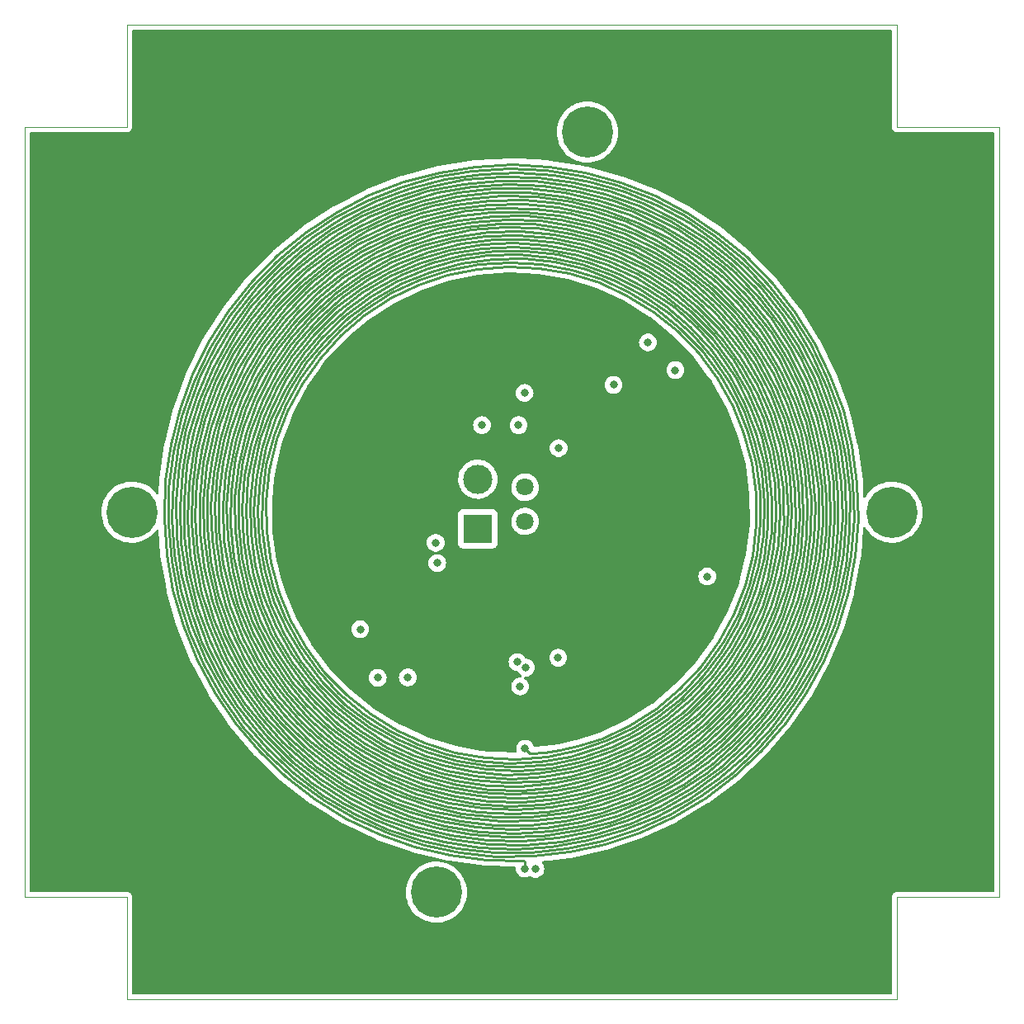
<source format=gbr>
%TF.GenerationSoftware,KiCad,Pcbnew,(6.0.9)*%
%TF.CreationDate,2023-03-20T12:04:43-07:00*%
%TF.ProjectId,solar-panel-side-Z,736f6c61-722d-4706-916e-656c2d736964,3.0*%
%TF.SameCoordinates,Original*%
%TF.FileFunction,Copper,L3,Inr*%
%TF.FilePolarity,Positive*%
%FSLAX46Y46*%
G04 Gerber Fmt 4.6, Leading zero omitted, Abs format (unit mm)*
G04 Created by KiCad (PCBNEW (6.0.9)) date 2023-03-20 12:04:43*
%MOMM*%
%LPD*%
G01*
G04 APERTURE LIST*
%TA.AperFunction,Profile*%
%ADD10C,0.050000*%
%TD*%
%TA.AperFunction,ComponentPad*%
%ADD11R,3.000000X3.000000*%
%TD*%
%TA.AperFunction,ComponentPad*%
%ADD12C,3.000000*%
%TD*%
%TA.AperFunction,ComponentPad*%
%ADD13C,5.250000*%
%TD*%
%TA.AperFunction,ComponentPad*%
%ADD14C,1.800000*%
%TD*%
%TA.AperFunction,ViaPad*%
%ADD15C,0.800000*%
%TD*%
%TA.AperFunction,Conductor*%
%ADD16C,0.250000*%
%TD*%
G04 APERTURE END LIST*
D10*
X99500000Y-45500000D02*
X110000000Y-45500000D01*
X189000000Y-135000000D02*
X110000000Y-135000000D01*
X199500000Y-124500000D02*
X189000000Y-124500000D01*
X189000000Y-45500000D02*
X199500000Y-45500000D01*
X99500000Y-124500000D02*
X99500000Y-45500000D01*
X110000000Y-135000000D02*
X110000000Y-124500000D01*
X110000000Y-35000000D02*
X189000000Y-35000000D01*
X110000000Y-124500000D02*
X99500000Y-124500000D01*
X199500000Y-45500000D02*
X199500000Y-124500000D01*
X189000000Y-35000000D02*
X189000000Y-45500000D01*
X110000000Y-45500000D02*
X110000000Y-35000000D01*
X189000000Y-124500000D02*
X189000000Y-135000000D01*
D11*
%TO.N,Net-(J2-Pad2)*%
%TO.C,J3*%
X146000000Y-86710000D03*
D12*
%TO.N,Net-(J2-Pad1)*%
X146000000Y-81630000D03*
%TD*%
D13*
%TO.N,unconnected-(J4-Pad1)*%
%TO.C,J4*%
X110500000Y-85000000D03*
%TD*%
%TO.N,unconnected-(J5-Pad1)*%
%TO.C,J5*%
X141750000Y-124000000D03*
%TD*%
%TO.N,unconnected-(J6-Pad1)*%
%TO.C,J6*%
X157250000Y-46000000D03*
%TD*%
%TO.N,unconnected-(J7-Pad1)*%
%TO.C,J7*%
X188500000Y-85000000D03*
%TD*%
D14*
%TO.N,Net-(J2-Pad1)*%
%TO.C,J2*%
X150850000Y-82450000D03*
%TO.N,Net-(J2-Pad2)*%
X150850000Y-85950000D03*
%TD*%
D15*
%TO.N,SDA*%
X150185000Y-76075000D03*
%TO.N,SCL*%
X150800000Y-72770000D03*
X141840000Y-90240000D03*
%TO.N,SDA*%
X141680000Y-88150000D03*
X146435000Y-76075000D03*
%TO.N,GND*%
X169600000Y-74390000D03*
X107150000Y-112590000D03*
X137910000Y-86580000D03*
X153250000Y-68510000D03*
X149060000Y-96220000D03*
X145330000Y-69850000D03*
X145290000Y-102160000D03*
X156977500Y-73697500D03*
%TO.N,+3V3*%
X133940000Y-97020000D03*
X169540000Y-91600000D03*
X150340000Y-102880000D03*
X138815000Y-101955000D03*
X154290000Y-78430000D03*
X154250000Y-99940000D03*
X163460000Y-67590000D03*
%TO.N,VSOLAR*%
X135730000Y-101990000D03*
%TO.N,SDA*%
X150940000Y-100960000D03*
%TO.N,SCL*%
X150070000Y-100390000D03*
%TO.N,Net-(U2-Pad7)*%
X150800000Y-121570000D03*
X150850000Y-109290000D03*
X151910000Y-121620000D03*
%TO.N,AGND*%
X166270000Y-70430000D03*
X159930000Y-71950000D03*
%TD*%
D16*
%TO.N,Net-(U2-Pad7)*%
X118955000Y-103495000D02*
X117175000Y-100175000D01*
X122065000Y-104595000D02*
X120105000Y-101505000D01*
X180165000Y-83555000D02*
X180115000Y-87085000D01*
X174605000Y-71825000D02*
X175975000Y-74895000D01*
X133595000Y-57135000D02*
X136795000Y-55545000D01*
X115265000Y-78205000D02*
X116185000Y-74595000D01*
X166025000Y-63905000D02*
X168475000Y-66095000D01*
X154995000Y-55875000D02*
X158385000Y-56735000D01*
X173615000Y-108695000D02*
X170855000Y-111195000D01*
X114705000Y-93025000D02*
X114055000Y-89325000D01*
X181765000Y-83465000D02*
X181725000Y-87045000D01*
X181825000Y-72275000D02*
X182985000Y-75795000D01*
X183115000Y-89225000D02*
X182455000Y-92815000D01*
X160805000Y-117665000D02*
X157255000Y-118675000D01*
X163595000Y-60795000D02*
X166385000Y-62665000D01*
X170725000Y-98255000D02*
X168845000Y-100855000D01*
X126965000Y-110085000D02*
X124365000Y-107465000D01*
X172515000Y-67075000D02*
X174445000Y-69905000D01*
X121725000Y-94355000D02*
X120825000Y-91045000D01*
X136855000Y-107395000D02*
X134205000Y-105675000D01*
X176395000Y-74885000D02*
X177395000Y-78145000D01*
X138965000Y-113225000D02*
X135795000Y-111825000D01*
X113945000Y-81765000D02*
X114485000Y-78035000D01*
X127495000Y-105555000D02*
X125295000Y-102915000D01*
X121395000Y-94615000D02*
X120475000Y-91315000D01*
X119445000Y-86815000D02*
X119445000Y-83325000D01*
X149545000Y-115945000D02*
X146015000Y-115745000D01*
X131025000Y-104565000D02*
X128775000Y-102165000D01*
X153015000Y-117365000D02*
X149415000Y-117545000D01*
X172305000Y-112075000D02*
X169335000Y-114305000D01*
X131685000Y-106755000D02*
X129195000Y-104435000D01*
X147895000Y-120305000D02*
X144135000Y-119925000D01*
X132185000Y-54715000D02*
X135545000Y-53035000D01*
X134345000Y-112415000D02*
X131345000Y-110525000D01*
X164015000Y-64425000D02*
X166475000Y-66425000D01*
X127085000Y-65525000D02*
X129485000Y-63075000D01*
X152275000Y-59945000D02*
X155365000Y-60485000D01*
X174415000Y-69085000D02*
X176075000Y-72085000D01*
X178835000Y-93925000D02*
X177605000Y-97225000D01*
X173155000Y-58945000D02*
X175755000Y-61585000D01*
X120495000Y-80845000D02*
X121185000Y-77465000D01*
X154875000Y-52195000D02*
X158445000Y-52995000D01*
X116335000Y-82025000D02*
X116855000Y-78415000D01*
X177745000Y-68415000D02*
X179395000Y-71645000D01*
X119985000Y-73435000D02*
X121465000Y-70205000D01*
X140605000Y-112105000D02*
X137445000Y-110855000D01*
X178665000Y-99655000D02*
X176865000Y-102765000D01*
X142275000Y-111775000D02*
X139125000Y-110715000D01*
X170985000Y-99335000D02*
X169045000Y-101865000D01*
X123195000Y-81725000D02*
X123805000Y-78515000D01*
X137095000Y-56725000D02*
X140445000Y-55485000D01*
X179285000Y-82385000D02*
X179375000Y-85825000D01*
X178815000Y-77225000D02*
X179495000Y-80625000D01*
X140285000Y-118695000D02*
X136715000Y-117505000D01*
X116865000Y-71545000D02*
X118475000Y-68165000D01*
X159775000Y-116745000D02*
X156255000Y-117665000D01*
X146015000Y-115745000D02*
X142575000Y-115145000D01*
X114215000Y-86245000D02*
X114285000Y-82485000D01*
X139875000Y-117745000D02*
X136385000Y-116505000D01*
X163455000Y-112205000D02*
X160255000Y-113615000D01*
X127175000Y-112365000D02*
X124395000Y-109835000D01*
X172015000Y-99225000D02*
X170125000Y-101825000D01*
X121485000Y-100695000D02*
X119915000Y-97475000D01*
X165305000Y-105885000D02*
X162605000Y-107665000D01*
X172865000Y-68915000D02*
X174605000Y-71825000D01*
X124165000Y-68025000D02*
X126235000Y-65285000D01*
X173615000Y-59925000D02*
X176145000Y-62655000D01*
X168365000Y-107025000D02*
X165665000Y-109065000D01*
X123415000Y-103725000D02*
X121485000Y-100695000D01*
X182555000Y-79485000D02*
X182945000Y-83145000D01*
X180315000Y-93115000D02*
X179205000Y-96485000D01*
X141235000Y-60275000D02*
X144315000Y-59455000D01*
X141425000Y-56445000D02*
X144815000Y-55705000D01*
X180595000Y-89875000D02*
X179845000Y-93315000D01*
X136285000Y-108455000D02*
X133525000Y-106665000D01*
X142895000Y-111525000D02*
X139765000Y-110535000D01*
X139895000Y-59045000D02*
X143035000Y-58095000D01*
X150835000Y-119125000D02*
X147125000Y-119055000D01*
X122025000Y-70855000D02*
X123815000Y-67825000D01*
X133435000Y-116455000D02*
X130205000Y-114585000D01*
X149485000Y-112345000D02*
X146175000Y-112135000D01*
X126395000Y-97155000D02*
X125085000Y-94245000D01*
X144875000Y-116395000D02*
X141355000Y-115665000D01*
X119835000Y-79885000D02*
X120615000Y-76525000D01*
X123625000Y-81545000D02*
X124255000Y-78365000D01*
X148955000Y-54945000D02*
X152425000Y-55095000D01*
X150005000Y-115545000D02*
X146465000Y-115385000D01*
X122055000Y-81235000D02*
X122695000Y-78005000D01*
X128325000Y-104685000D02*
X126155000Y-102055000D01*
X129155000Y-66805000D02*
X131515000Y-64475000D01*
X171455000Y-61185000D02*
X173945000Y-63765000D01*
X160625000Y-59285000D02*
X163595000Y-60795000D01*
X154655000Y-52565000D02*
X158175000Y-53335000D01*
X178075000Y-79395000D02*
X178515000Y-82725000D01*
X167345000Y-106315000D02*
X164695000Y-108265000D01*
X125005000Y-92805000D02*
X124225000Y-89695000D01*
X123815000Y-67825000D02*
X125905000Y-65055000D01*
X147565000Y-57005000D02*
X150915000Y-56985000D01*
X166725000Y-109315000D02*
X163755000Y-111145000D01*
X118005000Y-75475000D02*
X119255000Y-72045000D01*
X137225000Y-58855000D02*
X140435000Y-57585000D01*
X162915000Y-53295000D02*
X166265000Y-54945000D01*
X134765000Y-57405000D02*
X138025000Y-55905000D01*
X128885000Y-65335000D02*
X131355000Y-63035000D01*
X118355000Y-90945000D02*
X117885000Y-87425000D01*
X131675000Y-113155000D02*
X128705000Y-111035000D01*
X125275000Y-75285000D02*
X126665000Y-72365000D01*
X171075000Y-106145000D02*
X168505000Y-108465000D01*
X128775000Y-102165000D02*
X126835000Y-99505000D01*
X146205000Y-117775000D02*
X142605000Y-117205000D01*
X157705000Y-55275000D02*
X161055000Y-56425000D01*
X145805000Y-117325000D02*
X142245000Y-116715000D01*
X151307403Y-109747403D02*
X150850000Y-109290000D01*
X175805000Y-99085000D02*
X173995000Y-102015000D01*
X183955000Y-78205000D02*
X184465000Y-81885000D01*
X117885000Y-90605000D02*
X117465000Y-87055000D01*
X124245000Y-83825000D02*
X124595000Y-80625000D01*
X159705000Y-109535000D02*
X156615000Y-110585000D01*
X181725000Y-87045000D02*
X181285000Y-90595000D01*
X183265000Y-81915000D02*
X183395000Y-85555000D01*
X157465000Y-51085000D02*
X161025000Y-52135000D01*
X123545000Y-105885000D02*
X121425000Y-102935000D01*
X137055000Y-62535000D02*
X139965000Y-61165000D01*
X158585000Y-109115000D02*
X155495000Y-110055000D01*
X117485000Y-71105000D02*
X119155000Y-67765000D01*
X141395000Y-54795000D02*
X144835000Y-54085000D01*
X136205000Y-115995000D02*
X132885000Y-114345000D01*
X153515000Y-110845000D02*
X150265000Y-111135000D01*
X126275000Y-71435000D02*
X128135000Y-68665000D01*
X116425000Y-94865000D02*
X115555000Y-91215000D01*
X170015000Y-103175000D02*
X167675000Y-105505000D01*
X121775000Y-74345000D02*
X123205000Y-71195000D01*
X164175000Y-52545000D02*
X167515000Y-54285000D01*
X143685000Y-53465000D02*
X147175000Y-53025000D01*
X117965000Y-73115000D02*
X119455000Y-69745000D01*
X118875000Y-76805000D02*
X119985000Y-73435000D01*
X118145000Y-80305000D02*
X118875000Y-76805000D01*
X178745000Y-72145000D02*
X179985000Y-75505000D01*
X179225000Y-97505000D02*
X177645000Y-100715000D01*
X179075000Y-76665000D02*
X179815000Y-80065000D01*
X116855000Y-78415000D02*
X117775000Y-74875000D01*
X127695000Y-60375000D02*
X130545000Y-58125000D01*
X138235000Y-116365000D02*
X134875000Y-114945000D01*
X182185000Y-71035000D02*
X183465000Y-74565000D01*
X178385000Y-65655000D02*
X180275000Y-68855000D01*
X149685000Y-57745000D02*
X153015000Y-57985000D01*
X139175000Y-114155000D02*
X135945000Y-112795000D01*
X184695000Y-89505000D02*
X184015000Y-93175000D01*
X129195000Y-104435000D02*
X127025000Y-101885000D01*
X162315000Y-117535000D02*
X158755000Y-118715000D01*
X175075000Y-109485000D02*
X172305000Y-112075000D01*
X179675000Y-87575000D02*
X179165000Y-91025000D01*
X119005000Y-84405000D02*
X119255000Y-81025000D01*
X183735000Y-90535000D02*
X182925000Y-94195000D01*
X145755000Y-49535000D02*
X149535000Y-49345000D01*
X135435000Y-114325000D02*
X132285000Y-112595000D01*
X170235000Y-56555000D02*
X173155000Y-58945000D01*
X147825000Y-116295000D02*
X144335000Y-115905000D01*
X133335000Y-115955000D02*
X130115000Y-114045000D01*
X134205000Y-105675000D02*
X131705000Y-103565000D01*
X116865000Y-76595000D02*
X117965000Y-73115000D01*
X121445000Y-97965000D02*
X120165000Y-94735000D01*
X178095000Y-64525000D02*
X180095000Y-67685000D01*
X126685000Y-67925000D02*
X128885000Y-65335000D01*
X170565000Y-71265000D02*
X172125000Y-74075000D01*
X159715000Y-60635000D02*
X162615000Y-62075000D01*
X182465000Y-81975000D02*
X182585000Y-85615000D01*
X180445000Y-94115000D02*
X179225000Y-97505000D01*
X121065000Y-86905000D02*
X121035000Y-83525000D01*
X166475000Y-110445000D02*
X163455000Y-112205000D01*
X139635000Y-117255000D02*
X136205000Y-115995000D01*
X172255000Y-59215000D02*
X174915000Y-61845000D01*
X119935000Y-87885000D02*
X119805000Y-84385000D01*
X121795000Y-84605000D02*
X122055000Y-81235000D01*
X129675000Y-68655000D02*
X131845000Y-66335000D01*
X115335000Y-80165000D02*
X116065000Y-76485000D01*
X119915000Y-97475000D02*
X118705000Y-94085000D01*
X130785000Y-56515000D02*
X133965000Y-54665000D01*
X148865000Y-112735000D02*
X145555000Y-112455000D01*
X178015000Y-69715000D02*
X179515000Y-72955000D01*
X173955000Y-74175000D02*
X175085000Y-77265000D01*
X133525000Y-106665000D02*
X131025000Y-104565000D01*
X173285000Y-64845000D02*
X175415000Y-67695000D01*
X123685000Y-77425000D02*
X124805000Y-74335000D01*
X131345000Y-110525000D02*
X128565000Y-108295000D01*
X158825000Y-55195000D02*
X162105000Y-56435000D01*
X121135000Y-79455000D02*
X121985000Y-76155000D01*
X131245000Y-108455000D02*
X128655000Y-106175000D01*
X157395000Y-59355000D02*
X160485000Y-60535000D01*
X139025000Y-51735000D02*
X142645000Y-50815000D01*
X119285000Y-101675000D02*
X117665000Y-98315000D01*
X144185000Y-116695000D02*
X140715000Y-115905000D01*
X164925000Y-56035000D02*
X167985000Y-57905000D01*
X152085000Y-111825000D02*
X148805000Y-111935000D01*
X171195000Y-98265000D02*
X169355000Y-100865000D01*
X114055000Y-89325000D02*
X113795000Y-85625000D01*
X173765000Y-98635000D02*
X171935000Y-101455000D01*
X168505000Y-108465000D02*
X165655000Y-110495000D01*
X120165000Y-94735000D02*
X119245000Y-91315000D01*
X151895000Y-53845000D02*
X155375000Y-54315000D01*
X125085000Y-94245000D02*
X124125000Y-91135000D01*
X176875000Y-69305000D02*
X178455000Y-72485000D01*
X116475000Y-89325000D02*
X116205000Y-85645000D01*
X180555000Y-97435000D02*
X178995000Y-100755000D01*
X150795000Y-54175000D02*
X154315000Y-54535000D01*
X176025000Y-101105000D02*
X174025000Y-103995000D01*
X117885000Y-87425000D02*
X117815000Y-83855000D01*
X148725000Y-55755000D02*
X152105000Y-55865000D01*
X134335000Y-110095000D02*
X131505000Y-108145000D01*
X126155000Y-102055000D02*
X124315000Y-99195000D01*
X148995000Y-118335000D02*
X145305000Y-118075000D01*
X150800000Y-120860000D02*
X150665000Y-120725000D01*
X134885000Y-61015000D02*
X137845000Y-59455000D01*
X182945000Y-83145000D02*
X182935000Y-86835000D01*
X176815000Y-81765000D02*
X176995000Y-84975000D01*
X181485000Y-100265000D02*
X179715000Y-103515000D01*
X131845000Y-66335000D02*
X134315000Y-64285000D01*
X119455000Y-69745000D02*
X121295000Y-66565000D01*
X125325000Y-59285000D02*
X128245000Y-56835000D01*
X174585000Y-67185000D02*
X176445000Y-70175000D01*
X169355000Y-100865000D02*
X167215000Y-103215000D01*
X169145000Y-108975000D02*
X166225000Y-111085000D01*
X149175000Y-49745000D02*
X152905000Y-49915000D01*
X116995000Y-85455000D02*
X117155000Y-81815000D01*
X122685000Y-97795000D02*
X121395000Y-94615000D01*
X119675000Y-91415000D02*
X119145000Y-87965000D01*
X160255000Y-113615000D02*
X156925000Y-114645000D01*
X169625000Y-58095000D02*
X172405000Y-60425000D01*
X126765000Y-108805000D02*
X124275000Y-106145000D01*
X176135000Y-66615000D02*
X178015000Y-69715000D01*
X140735000Y-109615000D02*
X137755000Y-108335000D01*
X147115000Y-114645000D02*
X143695000Y-114165000D01*
X155535000Y-116175000D02*
X151955000Y-116655000D01*
X136715000Y-109145000D02*
X133935000Y-107455000D01*
X178455000Y-72485000D02*
X179665000Y-75825000D01*
X176835000Y-79325000D02*
X177295000Y-82555000D01*
X170025000Y-110835000D02*
X167045000Y-112935000D01*
X147405000Y-52205000D02*
X151065000Y-52185000D01*
X127755000Y-61395000D02*
X130565000Y-59095000D01*
X159765000Y-109075000D02*
X156645000Y-110165000D01*
X121485000Y-90275000D02*
X121065000Y-86905000D01*
X177185000Y-70715000D02*
X178615000Y-73955000D01*
X133315000Y-107505000D02*
X130705000Y-105375000D01*
X146155000Y-119375000D02*
X142485000Y-118815000D01*
X120825000Y-91045000D02*
X120315000Y-87655000D01*
X153075000Y-115745000D02*
X149545000Y-115945000D01*
X118605000Y-84345000D02*
X118865000Y-80895000D01*
X180325000Y-80775000D02*
X180595000Y-84315000D01*
X168525000Y-110475000D02*
X165515000Y-112455000D01*
X130115000Y-114045000D02*
X127125000Y-111805000D01*
X152945000Y-57575000D02*
X156205000Y-58185000D01*
X120205000Y-84265000D02*
X120495000Y-80845000D01*
X177295000Y-82555000D02*
X177345000Y-84575000D01*
X174555000Y-76905000D02*
X175345000Y-80045000D01*
X170795000Y-63885000D02*
X173075000Y-66495000D01*
X152820000Y-109640000D02*
X151307403Y-109747403D01*
X150075000Y-50155000D02*
X153775000Y-50415000D01*
X134235000Y-58615000D02*
X137385000Y-57035000D01*
X136795000Y-55545000D02*
X140185000Y-54305000D01*
X166475000Y-66425000D02*
X168665000Y-68695000D01*
X135895000Y-118035000D02*
X132475000Y-116405000D01*
X145495000Y-55205000D02*
X148955000Y-54945000D01*
X178215000Y-89585000D02*
X177465000Y-92905000D01*
X158715000Y-111195000D02*
X155505000Y-112105000D01*
X122735000Y-65195000D02*
X125035000Y-62415000D01*
X130565000Y-59095000D02*
X133595000Y-57135000D01*
X177555000Y-106625000D02*
X175075000Y-109485000D01*
X158375000Y-115085000D02*
X154925000Y-115885000D01*
X167345000Y-58915000D02*
X170145000Y-61085000D01*
X143985000Y-52195000D02*
X147655000Y-51795000D01*
X114755000Y-78745000D02*
X115615000Y-75095000D01*
X120555000Y-66975000D02*
X122665000Y-63965000D01*
X164265000Y-106145000D02*
X161525000Y-107805000D01*
X169955000Y-68355000D02*
X171845000Y-71015000D01*
X184465000Y-81885000D02*
X184585000Y-85655000D01*
X164305000Y-57065000D02*
X167345000Y-58915000D01*
X126835000Y-99505000D02*
X125235000Y-96635000D01*
X179925000Y-91305000D02*
X178995000Y-94725000D01*
X135545000Y-53035000D02*
X139025000Y-51735000D01*
X173295000Y-76935000D02*
X174105000Y-79975000D01*
X149805000Y-119545000D02*
X146155000Y-119375000D01*
X158755000Y-108205000D02*
X156232525Y-109012525D01*
X120735000Y-68225000D02*
X122735000Y-65195000D01*
X124315000Y-99195000D02*
X122825000Y-96145000D01*
X126405000Y-100315000D02*
X124745000Y-97455000D01*
X156925000Y-114645000D02*
X153475000Y-115295000D01*
X138025000Y-55905000D02*
X141395000Y-54795000D01*
X165155000Y-55705000D02*
X168295000Y-57625000D01*
X121225000Y-69805000D02*
X123065000Y-66805000D01*
X175675000Y-91875000D02*
X174645000Y-94975000D01*
X116185000Y-74595000D02*
X117485000Y-71105000D01*
X179845000Y-93315000D02*
X178695000Y-96695000D01*
X118565000Y-76425000D02*
X119715000Y-73025000D01*
X177055000Y-89235000D02*
X176335000Y-92495000D01*
X179205000Y-96485000D02*
X177745000Y-99705000D01*
X121915000Y-98035000D02*
X120605000Y-94795000D01*
X156355000Y-52065000D02*
X159925000Y-53025000D01*
X152655000Y-114985000D02*
X149185000Y-115145000D01*
X117015000Y-95395000D02*
X116085000Y-91835000D01*
X128635000Y-60095000D02*
X131575000Y-57915000D01*
X126455000Y-74595000D02*
X127955000Y-71795000D01*
X168115000Y-111265000D02*
X165035000Y-113185000D01*
X169375000Y-103285000D02*
X166985000Y-105575000D01*
X117665000Y-98315000D02*
X116425000Y-94865000D01*
X161065000Y-55565000D02*
X164305000Y-57065000D01*
X119805000Y-103355000D02*
X118015000Y-100075000D01*
X122105000Y-102505000D02*
X120325000Y-99345000D01*
X167515000Y-58545000D02*
X170325000Y-60715000D01*
X173715000Y-105635000D02*
X171225000Y-108225000D01*
X179665000Y-77325000D02*
X180325000Y-80775000D01*
X142645000Y-50815000D02*
X146315000Y-50285000D01*
X136385000Y-116505000D02*
X133065000Y-114905000D01*
X123555000Y-107765000D02*
X121255000Y-104835000D01*
X181815000Y-74655000D02*
X182735000Y-78235000D01*
X119155000Y-67765000D02*
X121175000Y-64615000D01*
X174105000Y-79975000D02*
X174525000Y-83125000D01*
X157365000Y-113705000D02*
X153995000Y-114415000D01*
X184305000Y-89395000D02*
X183625000Y-93075000D01*
X160095000Y-115795000D02*
X156555000Y-116785000D01*
X184875000Y-81945000D02*
X184985000Y-85725000D01*
X135665000Y-58285000D02*
X138795000Y-56895000D01*
X172005000Y-69785000D02*
X173675000Y-72645000D01*
X134405000Y-108725000D02*
X131685000Y-106755000D01*
X116685000Y-82565000D02*
X117155000Y-78965000D01*
X176145000Y-62655000D02*
X178385000Y-65655000D01*
X174725000Y-72965000D02*
X175965000Y-76055000D01*
X124395000Y-109835000D02*
X121905000Y-107035000D01*
X135385000Y-63065000D02*
X138205000Y-61495000D01*
X150335000Y-113135000D02*
X146985000Y-113025000D01*
X128995000Y-61365000D02*
X131795000Y-59205000D01*
X144855000Y-52865000D02*
X148435000Y-52555000D01*
X128095000Y-99955000D02*
X126395000Y-97155000D01*
X143685000Y-112525000D02*
X140425000Y-111625000D01*
X118645000Y-74785000D02*
X119955000Y-71455000D01*
X138685000Y-57795000D02*
X141965000Y-56715000D01*
X129975000Y-63165000D02*
X132775000Y-60965000D01*
X175085000Y-97885000D02*
X173375000Y-100795000D01*
X168255000Y-113585000D02*
X165055000Y-115435000D01*
X125105000Y-103985000D02*
X123115000Y-101105000D01*
X174725000Y-105675000D02*
X172235000Y-108365000D01*
X130115000Y-102495000D02*
X128095000Y-99955000D01*
X122165000Y-76925000D02*
X123315000Y-73745000D01*
X182565000Y-96645000D02*
X181115000Y-100115000D01*
X123065000Y-66805000D02*
X125285000Y-63935000D01*
X118195000Y-96375000D02*
X117135000Y-92865000D01*
X124225000Y-89695000D02*
X123835000Y-86505000D01*
X129055000Y-56735000D02*
X132185000Y-54715000D01*
X133065000Y-114905000D02*
X129955000Y-112965000D01*
X176025000Y-72925000D02*
X177235000Y-76085000D01*
X170835000Y-104655000D02*
X168365000Y-107025000D01*
X122065000Y-100905000D02*
X120455000Y-97725000D01*
X175055000Y-69365000D02*
X176675000Y-72415000D01*
X123565000Y-87985000D02*
X123395000Y-84775000D01*
X172235000Y-108365000D02*
X169565000Y-110685000D01*
X129235000Y-114415000D02*
X126255000Y-112115000D01*
X155495000Y-110055000D02*
X152315000Y-110595000D01*
X123935000Y-94595000D02*
X122965000Y-91455000D01*
X134985000Y-106715000D02*
X132395000Y-104735000D01*
X131925000Y-66845000D02*
X134345000Y-64805000D01*
X117665000Y-93345000D02*
X116945000Y-89795000D01*
X127715000Y-59825000D02*
X130565000Y-57625000D01*
X129905000Y-62165000D02*
X132685000Y-60055000D01*
X123945000Y-73315000D02*
X125515000Y-70365000D01*
X164265000Y-64085000D02*
X166775000Y-66125000D01*
X181895000Y-89315000D02*
X181205000Y-92875000D01*
X143655000Y-109645000D02*
X140505000Y-108665000D01*
X157135000Y-57195000D02*
X160355000Y-58295000D01*
X116365000Y-91175000D02*
X115895000Y-87525000D01*
X171955000Y-111845000D02*
X168945000Y-114085000D01*
X135425000Y-116525000D02*
X132135000Y-114835000D01*
X150435000Y-56165000D02*
X153825000Y-56485000D01*
X132295000Y-64865000D02*
X134875000Y-62925000D01*
X122725000Y-76465000D02*
X123945000Y-73315000D01*
X133965000Y-62085000D02*
X136835000Y-60385000D01*
X157015000Y-50165000D02*
X160635000Y-51155000D01*
X128245000Y-56835000D02*
X131315000Y-54765000D01*
X142065000Y-50115000D02*
X145755000Y-49535000D01*
X174935000Y-63075000D02*
X177145000Y-65965000D01*
X142285000Y-114255000D02*
X138965000Y-113225000D01*
X147175000Y-53025000D02*
X150725000Y-52975000D01*
X155845000Y-51145000D02*
X159455000Y-52035000D01*
X154245000Y-57365000D02*
X157475000Y-58125000D01*
X115015000Y-83835000D02*
X115335000Y-80165000D01*
X160415000Y-111405000D02*
X157235000Y-112495000D01*
X122375000Y-88125000D02*
X122195000Y-84875000D01*
X177065000Y-103905000D02*
X174815000Y-106815000D01*
X152165000Y-50655000D02*
X155845000Y-51145000D01*
X175175000Y-105755000D02*
X172775000Y-108405000D01*
X126145000Y-110415000D02*
X123555000Y-107765000D01*
X161325000Y-116635000D02*
X157775000Y-117735000D01*
X179395000Y-71645000D02*
X180675000Y-75015000D01*
X118235000Y-86555000D02*
X118265000Y-82945000D01*
X168895000Y-63725000D02*
X171265000Y-66175000D01*
X122495000Y-91195000D02*
X121945000Y-87905000D01*
X165305000Y-63855000D02*
X167775000Y-65965000D01*
X154185000Y-118425000D02*
X150545000Y-118735000D01*
X116735000Y-70825000D02*
X118405000Y-67455000D01*
X173585000Y-96385000D02*
X172015000Y-99225000D01*
X132185000Y-62885000D02*
X134885000Y-61015000D01*
X155475000Y-51485000D02*
X159065000Y-52335000D01*
X137015000Y-59405000D02*
X140125000Y-58115000D01*
X159405000Y-59215000D02*
X162405000Y-60585000D01*
X156232525Y-109012525D02*
X154400000Y-109450000D01*
X177925000Y-75615000D02*
X178805000Y-78955000D01*
X153415000Y-56825000D02*
X156715000Y-57495000D01*
X163165000Y-109645000D02*
X160135000Y-111085000D01*
X184145000Y-83145000D02*
X184135000Y-86885000D01*
X150585000Y-113525000D02*
X147185000Y-113445000D01*
X171265000Y-66175000D02*
X173305000Y-68855000D01*
X135625000Y-59215000D02*
X138685000Y-57795000D01*
X155625000Y-60105000D02*
X158655000Y-61065000D01*
X161525000Y-62395000D02*
X164265000Y-64085000D01*
X130205000Y-114585000D02*
X127175000Y-112365000D01*
X143845000Y-110515000D02*
X140735000Y-109615000D01*
X132175000Y-105075000D02*
X129855000Y-102805000D01*
X165245000Y-62325000D02*
X167845000Y-64395000D01*
X136835000Y-60385000D02*
X139895000Y-59045000D01*
X173075000Y-66495000D02*
X175055000Y-69365000D01*
X132795000Y-110065000D02*
X130025000Y-107975000D01*
X177385000Y-75265000D02*
X178305000Y-78555000D01*
X143695000Y-114165000D02*
X140345000Y-113285000D01*
X175385000Y-84125000D02*
X175285000Y-87315000D01*
X149095000Y-51345000D02*
X152715000Y-51505000D01*
X113795000Y-85625000D02*
X113945000Y-81765000D01*
X177255000Y-64735000D02*
X179255000Y-67825000D01*
X166085000Y-116255000D02*
X162625000Y-117845000D01*
X178735000Y-88815000D02*
X178075000Y-92185000D01*
X157475000Y-58125000D02*
X160625000Y-59285000D01*
X119715000Y-73025000D02*
X121225000Y-69805000D01*
X172995000Y-102035000D02*
X170835000Y-104655000D01*
X165515000Y-112455000D02*
X162315000Y-114075000D01*
X117235000Y-94755000D02*
X116365000Y-91175000D01*
X124735000Y-90105000D02*
X124295000Y-86985000D01*
X175745000Y-83255000D02*
X175745000Y-86515000D01*
X132285000Y-112595000D02*
X129335000Y-110515000D01*
X158385000Y-56735000D02*
X161565000Y-57945000D01*
X123145000Y-90425000D02*
X122685000Y-87215000D01*
X143455000Y-118595000D02*
X139875000Y-117745000D01*
X139685000Y-113905000D02*
X136435000Y-112585000D01*
X174445000Y-69905000D02*
X176025000Y-72925000D01*
X129205000Y-105025000D02*
X126985000Y-102495000D01*
X120105000Y-101505000D02*
X118475000Y-98185000D01*
X119635000Y-99755000D02*
X118195000Y-96375000D01*
X119715000Y-103965000D02*
X117865000Y-100685000D01*
X117175000Y-72945000D02*
X118655000Y-69545000D01*
X149895000Y-110345000D02*
X146715000Y-110175000D01*
X132885000Y-114345000D02*
X129815000Y-112375000D01*
X125285000Y-63935000D02*
X127755000Y-61395000D01*
X139995000Y-59435000D02*
X143175000Y-58475000D01*
X173665000Y-76745000D02*
X174495000Y-79855000D01*
X124255000Y-78365000D02*
X125275000Y-75285000D01*
X121185000Y-77465000D02*
X122235000Y-74275000D01*
X167105000Y-54505000D02*
X170235000Y-56555000D01*
X117465000Y-87055000D02*
X117435000Y-83465000D01*
X147075000Y-56245000D02*
X150435000Y-56165000D01*
X169335000Y-114305000D02*
X166085000Y-116255000D01*
X119545000Y-77395000D02*
X120605000Y-74045000D01*
X173795000Y-97755000D02*
X172075000Y-100575000D01*
X135055000Y-59065000D02*
X138185000Y-57565000D01*
X182935000Y-96795000D02*
X181485000Y-100265000D01*
X184585000Y-85655000D02*
X184305000Y-89395000D01*
X124745000Y-97455000D02*
X123435000Y-94395000D01*
X165405000Y-59555000D02*
X168225000Y-61565000D01*
X158655000Y-61065000D02*
X161525000Y-62395000D01*
X179165000Y-91025000D02*
X178275000Y-94355000D01*
X136905000Y-118005000D02*
X133435000Y-116455000D01*
X144055000Y-55025000D02*
X147515000Y-54605000D01*
X162605000Y-107665000D02*
X159765000Y-109075000D01*
X149625000Y-57345000D02*
X152945000Y-57575000D01*
X169045000Y-101865000D02*
X166795000Y-104145000D01*
X130785000Y-107045000D02*
X128325000Y-104685000D01*
X159165000Y-56565000D02*
X162385000Y-57885000D01*
X166695000Y-108835000D02*
X163805000Y-110665000D01*
X155505000Y-112105000D02*
X152195000Y-112615000D01*
X156655000Y-59555000D02*
X159715000Y-60635000D01*
X118725000Y-87855000D02*
X118605000Y-84345000D01*
X177235000Y-76085000D02*
X178075000Y-79395000D01*
X166335000Y-108105000D02*
X163505000Y-109915000D01*
X142795000Y-109845000D02*
X139775000Y-108815000D01*
X174695000Y-109305000D02*
X171955000Y-111845000D01*
X114285000Y-82485000D02*
X114755000Y-78745000D01*
X123505000Y-96705000D02*
X122305000Y-93555000D01*
X170995000Y-103275000D02*
X168665000Y-105695000D01*
X143175000Y-58475000D02*
X146395000Y-57915000D01*
X179785000Y-84075000D02*
X179675000Y-87575000D01*
X178615000Y-73955000D02*
X179665000Y-77325000D01*
X176855000Y-64865000D02*
X178855000Y-67935000D01*
X180345000Y-99875000D02*
X178555000Y-103095000D01*
X170045000Y-63705000D02*
X172385000Y-66265000D01*
X173845000Y-92455000D02*
X172715000Y-95425000D01*
X167175000Y-60265000D02*
X169945000Y-62515000D01*
X152495000Y-59535000D02*
X155625000Y-60105000D01*
X131675000Y-56415000D02*
X134905000Y-54645000D01*
X153115000Y-110095000D02*
X149895000Y-110345000D01*
X179985000Y-75505000D02*
X180835000Y-78945000D01*
X122695000Y-78005000D02*
X123725000Y-74855000D01*
X154515000Y-118785000D02*
X150835000Y-119125000D01*
X143035000Y-58095000D02*
X146385000Y-57515000D01*
X124225000Y-66545000D02*
X126455000Y-63825000D01*
X161965000Y-58575000D02*
X164955000Y-60215000D01*
X177035000Y-95445000D02*
X175635000Y-98555000D01*
X126015000Y-62545000D02*
X128635000Y-60095000D01*
X131705000Y-103565000D02*
X129545000Y-101215000D01*
X138285000Y-53245000D02*
X141825000Y-52215000D01*
X120505000Y-66315000D02*
X122695000Y-63295000D01*
X128415000Y-102985000D02*
X126405000Y-100315000D01*
X127405000Y-67645000D02*
X129635000Y-65135000D01*
X175175000Y-65945000D02*
X177135000Y-68955000D01*
X121615000Y-68305000D02*
X123665000Y-65295000D01*
X172265000Y-109445000D02*
X169485000Y-111755000D01*
X141735000Y-117415000D02*
X138235000Y-116365000D01*
X182315000Y-89255000D02*
X181625000Y-92825000D01*
X166385000Y-62665000D02*
X168915000Y-64845000D01*
X128905000Y-105865000D02*
X126615000Y-103315000D01*
X162935000Y-62725000D02*
X165595000Y-64585000D01*
X126235000Y-65285000D02*
X128635000Y-62765000D01*
X132135000Y-114835000D02*
X129005000Y-112775000D01*
X137695000Y-107365000D02*
X134995000Y-105705000D01*
X137045000Y-63025000D02*
X139895000Y-61645000D01*
X175345000Y-80045000D02*
X175745000Y-83255000D01*
X170625000Y-112395000D02*
X167545000Y-114505000D01*
X120005000Y-102135000D02*
X118315000Y-98815000D01*
X123205000Y-71195000D02*
X124975000Y-68255000D01*
X144495000Y-58605000D02*
X147695000Y-58205000D01*
X168665000Y-68695000D02*
X170565000Y-71265000D01*
X160245000Y-51445000D02*
X163755000Y-52795000D01*
X153905000Y-59335000D02*
X157055000Y-60095000D01*
X176865000Y-102765000D02*
X174725000Y-105675000D01*
X162625000Y-117845000D02*
X159055000Y-119045000D01*
X130275000Y-101425000D02*
X128365000Y-98885000D01*
X128965000Y-64675000D02*
X131475000Y-62425000D01*
X181725000Y-94015000D02*
X180555000Y-97435000D01*
X123315000Y-70155000D02*
X125215000Y-67225000D01*
X175635000Y-98555000D02*
X173875000Y-101485000D01*
X140845000Y-52045000D02*
X144485000Y-51305000D01*
X123835000Y-86505000D02*
X123855000Y-83285000D01*
X122745000Y-61985000D02*
X125325000Y-59285000D01*
X168475000Y-66095000D02*
X170625000Y-68555000D01*
X168845000Y-100855000D02*
X166625000Y-103175000D01*
X117155000Y-78965000D02*
X118005000Y-75475000D01*
X180535000Y-67655000D02*
X182185000Y-71035000D01*
X134905000Y-54645000D02*
X138285000Y-53245000D01*
X127905000Y-61805000D02*
X130645000Y-59535000D01*
X174835000Y-93305000D02*
X173585000Y-96385000D01*
X163805000Y-110665000D02*
X160695000Y-112155000D01*
X151655000Y-55425000D02*
X154995000Y-55875000D01*
X144135000Y-119925000D02*
X140485000Y-119165000D01*
X178165000Y-102975000D02*
X176035000Y-105965000D01*
X132685000Y-60055000D02*
X135665000Y-58285000D01*
X176075000Y-72085000D02*
X177385000Y-75265000D01*
X129335000Y-110515000D02*
X126645000Y-108125000D01*
X146315000Y-50285000D02*
X150075000Y-50155000D01*
X173135000Y-105695000D02*
X170685000Y-108175000D01*
X125085000Y-61205000D02*
X127825000Y-58685000D01*
X129955000Y-112965000D02*
X127035000Y-110675000D01*
X175345000Y-89715000D02*
X174555000Y-92865000D01*
X141695000Y-50605000D02*
X145425000Y-49975000D01*
X125555000Y-103905000D02*
X123565000Y-101075000D01*
X161815000Y-114725000D02*
X158455000Y-115895000D01*
X123875000Y-102995000D02*
X122025000Y-100015000D01*
X122375000Y-71055000D02*
X124165000Y-68025000D01*
X168945000Y-105975000D02*
X166335000Y-108105000D01*
X146895000Y-111405000D02*
X143695000Y-110895000D01*
X124385000Y-109255000D02*
X121935000Y-106425000D01*
X173405000Y-92485000D02*
X172235000Y-95475000D01*
X167485000Y-61495000D02*
X170045000Y-63705000D01*
X123115000Y-101105000D02*
X121445000Y-97965000D01*
X123435000Y-94395000D02*
X122495000Y-91195000D01*
X127415000Y-64555000D02*
X129905000Y-62165000D01*
X177745000Y-73935000D02*
X178815000Y-77225000D01*
X143045000Y-114845000D02*
X139685000Y-113905000D01*
X126455000Y-63825000D02*
X128995000Y-61365000D01*
X124775000Y-75455000D02*
X126145000Y-72475000D01*
X123435000Y-63655000D02*
X125915000Y-60935000D01*
X179765000Y-71485000D02*
X181055000Y-74895000D01*
X131695000Y-111255000D02*
X128875000Y-109095000D01*
X136125000Y-109285000D02*
X133315000Y-107505000D01*
X138205000Y-61495000D02*
X141235000Y-60275000D01*
X136895000Y-54635000D02*
X140285000Y-53445000D01*
X177795000Y-84745000D02*
X177605000Y-88145000D01*
X119085000Y-71445000D02*
X120735000Y-68225000D01*
X171235000Y-111405000D02*
X168255000Y-113585000D01*
X154245000Y-53715000D02*
X157705000Y-54445000D01*
X133705000Y-55705000D02*
X136975000Y-54175000D01*
X149135000Y-110745000D02*
X145935000Y-110485000D01*
X178515000Y-82725000D02*
X178565000Y-86195000D01*
X119215000Y-94395000D02*
X118355000Y-90945000D01*
X177325000Y-102795000D02*
X175175000Y-105755000D01*
X180115000Y-87085000D02*
X179665000Y-90555000D01*
X156245000Y-58615000D02*
X159365000Y-59625000D01*
X181035000Y-89645000D02*
X180315000Y-93115000D01*
X175755000Y-65395000D02*
X177745000Y-68415000D01*
X125905000Y-65055000D02*
X128375000Y-62465000D01*
X152965000Y-113745000D02*
X149535000Y-113945000D01*
X122195000Y-84875000D02*
X122415000Y-81555000D01*
X156965000Y-112155000D02*
X153665000Y-112845000D01*
X152315000Y-110595000D02*
X149135000Y-110745000D01*
X117355000Y-73615000D02*
X118775000Y-70205000D01*
X182985000Y-75795000D02*
X183765000Y-79435000D01*
X115895000Y-87525000D02*
X115815000Y-83875000D01*
X153445000Y-117715000D02*
X149835000Y-117945000D01*
X134805000Y-107075000D02*
X132175000Y-105075000D01*
X175085000Y-80895000D02*
X175385000Y-84125000D01*
X162625000Y-108115000D02*
X159705000Y-109535000D01*
X146465000Y-115385000D02*
X143045000Y-114845000D01*
X119925000Y-77545000D02*
X120965000Y-74225000D01*
X175975000Y-74895000D02*
X176975000Y-78125000D01*
X177605000Y-88145000D02*
X177035000Y-91405000D01*
X175415000Y-67695000D02*
X177185000Y-70715000D01*
X121465000Y-70205000D02*
X123295000Y-67165000D01*
X180835000Y-78945000D02*
X181305000Y-82495000D01*
X121175000Y-64615000D02*
X123485000Y-61745000D01*
X155375000Y-54315000D02*
X158825000Y-55195000D01*
X129005000Y-112775000D02*
X126145000Y-110415000D01*
X137325000Y-110355000D02*
X134405000Y-108725000D01*
X137445000Y-110855000D02*
X134465000Y-109235000D01*
X166585000Y-112745000D02*
X163415000Y-114455000D01*
X166265000Y-54945000D02*
X169385000Y-56925000D01*
X122695000Y-63295000D02*
X125165000Y-60555000D01*
X183765000Y-79435000D02*
X184145000Y-83145000D01*
X183145000Y-78225000D02*
X183665000Y-81895000D01*
X174975000Y-75655000D02*
X175905000Y-78795000D01*
X120625000Y-86245000D02*
X120675000Y-82845000D01*
X154465000Y-54965000D02*
X157855000Y-55735000D01*
X161525000Y-107805000D02*
X158585000Y-109115000D01*
X176215000Y-61505000D02*
X178525000Y-64445000D01*
X176175000Y-91545000D02*
X175175000Y-94715000D01*
X121905000Y-107035000D02*
X119715000Y-103965000D01*
X125585000Y-93215000D02*
X124735000Y-90105000D01*
X174705000Y-97735000D02*
X173015000Y-100615000D01*
X116135000Y-80215000D02*
X116865000Y-76595000D01*
X155415000Y-119855000D02*
X151645000Y-120285000D01*
X181755000Y-71055000D02*
X183055000Y-74595000D01*
X125965000Y-108575000D02*
X123545000Y-105885000D01*
X174385000Y-77735000D02*
X175085000Y-80895000D01*
X130255000Y-66215000D02*
X132665000Y-64035000D01*
X147655000Y-51795000D02*
X151265000Y-51795000D01*
X145415000Y-51585000D02*
X149095000Y-51345000D01*
X123525000Y-109505000D02*
X121075000Y-106615000D01*
X171845000Y-71015000D02*
X173375000Y-73865000D01*
X129545000Y-101215000D02*
X127685000Y-98605000D01*
X171905000Y-59435000D02*
X174495000Y-61975000D01*
X120315000Y-87655000D02*
X120205000Y-84265000D01*
X174495000Y-61975000D02*
X176855000Y-64865000D01*
X177145000Y-65965000D02*
X179065000Y-69135000D01*
X155365000Y-60485000D02*
X158435000Y-61445000D01*
X120055000Y-81035000D02*
X120735000Y-77615000D01*
X167215000Y-103215000D02*
X164775000Y-105285000D01*
X172405000Y-60425000D02*
X174935000Y-63075000D01*
X176775000Y-88345000D02*
X176175000Y-91545000D01*
X120735000Y-77615000D02*
X121775000Y-74345000D01*
X127935000Y-58085000D02*
X130975000Y-55915000D01*
X122235000Y-74275000D02*
X123665000Y-71175000D01*
X169005000Y-57145000D02*
X171905000Y-59435000D01*
X168945000Y-114085000D02*
X165715000Y-115995000D01*
X138895000Y-117865000D02*
X135425000Y-116525000D01*
X127805000Y-71235000D02*
X129675000Y-68655000D01*
X157855000Y-55735000D02*
X161125000Y-56885000D01*
X128385000Y-69665000D02*
X130465000Y-67155000D01*
X125455000Y-58625000D02*
X128385000Y-56235000D01*
X118695000Y-79445000D02*
X119525000Y-75995000D01*
X166775000Y-66125000D02*
X168985000Y-68435000D01*
X137385000Y-57035000D02*
X140665000Y-55835000D01*
X150045000Y-56555000D02*
X153415000Y-56825000D01*
X167695000Y-64795000D02*
X170025000Y-67185000D01*
X160485000Y-60535000D02*
X163365000Y-62055000D01*
X118605000Y-90065000D02*
X118235000Y-86555000D01*
X118265000Y-82945000D02*
X118695000Y-79445000D01*
X169565000Y-110685000D02*
X166585000Y-112745000D01*
X161675000Y-116925000D02*
X158125000Y-118055000D01*
X146735000Y-56675000D02*
X150045000Y-56555000D01*
X170685000Y-108175000D02*
X167885000Y-110445000D01*
X143385000Y-57195000D02*
X146735000Y-56675000D01*
X131015000Y-111265000D02*
X128205000Y-109045000D01*
X161875000Y-54165000D02*
X165155000Y-55705000D01*
X179065000Y-89305000D02*
X178355000Y-92695000D01*
X176975000Y-78125000D02*
X177585000Y-81435000D01*
X124265000Y-80125000D02*
X125065000Y-77035000D01*
X124825000Y-70745000D02*
X126685000Y-67925000D01*
X177465000Y-92905000D02*
X176335000Y-96125000D01*
X145905000Y-60015000D02*
X149165000Y-59765000D01*
X126155000Y-95765000D02*
X125005000Y-92805000D01*
X144315000Y-59455000D02*
X147525000Y-59015000D01*
X179065000Y-69135000D02*
X180605000Y-72455000D01*
X147055000Y-111025000D02*
X143845000Y-110515000D01*
X123775000Y-91395000D02*
X123185000Y-88205000D01*
X145315000Y-56035000D02*
X148725000Y-55755000D01*
X158455000Y-115895000D02*
X154855000Y-116705000D01*
X177155000Y-106485000D02*
X174695000Y-109305000D01*
X177035000Y-91405000D02*
X176055000Y-94655000D01*
X118785000Y-96815000D02*
X117665000Y-93345000D01*
X141125000Y-51565000D02*
X144755000Y-50865000D01*
X120415000Y-64995000D02*
X122745000Y-61985000D01*
X159075000Y-54015000D02*
X162455000Y-55275000D01*
X181625000Y-92825000D02*
X180555000Y-96315000D01*
X150225000Y-58555000D02*
X153465000Y-58855000D01*
X170905000Y-109055000D02*
X168115000Y-111265000D01*
X134875000Y-114945000D02*
X131675000Y-113155000D01*
X115815000Y-83875000D02*
X116135000Y-80215000D01*
X161715000Y-113895000D02*
X158375000Y-115085000D01*
X118405000Y-67455000D02*
X120435000Y-64275000D01*
X122685000Y-87215000D02*
X122625000Y-83835000D01*
X122415000Y-81555000D02*
X123025000Y-78335000D01*
X125185000Y-99105000D02*
X123685000Y-96125000D01*
X140485000Y-119165000D02*
X136905000Y-118005000D01*
X184015000Y-93175000D02*
X182935000Y-96795000D01*
X154855000Y-116705000D02*
X151335000Y-117095000D01*
X125235000Y-96635000D02*
X124005000Y-93605000D01*
X116305000Y-77175000D02*
X117355000Y-73615000D01*
X176285000Y-70725000D02*
X177745000Y-73935000D01*
X125165000Y-60555000D02*
X127935000Y-58085000D01*
X130015000Y-109005000D02*
X127425000Y-106645000D01*
X161125000Y-56885000D02*
X164275000Y-58415000D01*
X134075000Y-61055000D02*
X137015000Y-59405000D01*
X162455000Y-55275000D02*
X165645000Y-56885000D01*
X121935000Y-106425000D02*
X119805000Y-103355000D01*
X173385000Y-95875000D02*
X171835000Y-98765000D01*
X152105000Y-55865000D02*
X155505000Y-56385000D01*
X178555000Y-103095000D02*
X176415000Y-106135000D01*
X122095000Y-103225000D02*
X120275000Y-100125000D01*
X146875000Y-120645000D02*
X143105000Y-120155000D01*
X129785000Y-69175000D02*
X131925000Y-66845000D01*
X123185000Y-88205000D02*
X122995000Y-84955000D01*
X146385000Y-57515000D02*
X149625000Y-57345000D01*
X117885000Y-92575000D02*
X117245000Y-89025000D01*
X171835000Y-98765000D02*
X169995000Y-101355000D01*
X181115000Y-100115000D02*
X179305000Y-103415000D01*
X177405000Y-91565000D02*
X176435000Y-94775000D01*
X147335000Y-54215000D02*
X150795000Y-54175000D01*
X125295000Y-102915000D02*
X123395000Y-100005000D01*
X140505000Y-108665000D02*
X137695000Y-107365000D01*
X160485000Y-116085000D02*
X156995000Y-117095000D01*
X163415000Y-59765000D02*
X166275000Y-61585000D01*
X120675000Y-82845000D02*
X121135000Y-79455000D01*
X174605000Y-89335000D02*
X173845000Y-92455000D01*
X149835000Y-117945000D02*
X146205000Y-117775000D01*
X125035000Y-62415000D02*
X127715000Y-59825000D01*
X151365000Y-116295000D02*
X147825000Y-116295000D01*
X130545000Y-58125000D02*
X133565000Y-56235000D01*
X178255000Y-104295000D02*
X176025000Y-107245000D01*
X127815000Y-100255000D02*
X126115000Y-97485000D01*
X172125000Y-74075000D02*
X173295000Y-76935000D01*
X119145000Y-87965000D02*
X119005000Y-84405000D01*
X181285000Y-90595000D02*
X180445000Y-94115000D01*
X180555000Y-96315000D02*
X179125000Y-99625000D01*
X115535000Y-93055000D02*
X114865000Y-89345000D01*
X142345000Y-110965000D02*
X139265000Y-109905000D01*
X175875000Y-102805000D02*
X173715000Y-105635000D01*
X150555000Y-114725000D02*
X147115000Y-114645000D01*
X136995000Y-60755000D02*
X139995000Y-59435000D01*
X114485000Y-78035000D02*
X115405000Y-74405000D01*
X144275000Y-57425000D02*
X147565000Y-57005000D01*
X155105000Y-119505000D02*
X151395000Y-119895000D01*
X156555000Y-115145000D02*
X153075000Y-115745000D01*
X127595000Y-65555000D02*
X129975000Y-63165000D01*
X175345000Y-100685000D02*
X173385000Y-103515000D01*
X172685000Y-63555000D02*
X174965000Y-66345000D01*
X134465000Y-109235000D02*
X131705000Y-107285000D01*
X127125000Y-111805000D02*
X124385000Y-109255000D01*
X150265000Y-111135000D02*
X147055000Y-111025000D01*
X167885000Y-110445000D02*
X164895000Y-112345000D01*
X175665000Y-90185000D02*
X174835000Y-93305000D01*
X159435000Y-113485000D02*
X156065000Y-114435000D01*
X152775000Y-112155000D02*
X149485000Y-112345000D01*
X141355000Y-53565000D02*
X144855000Y-52865000D01*
X123025000Y-78335000D02*
X124035000Y-75165000D01*
X178195000Y-84805000D02*
X178005000Y-88215000D01*
X159915000Y-114165000D02*
X156555000Y-115145000D01*
X184365000Y-78215000D02*
X184875000Y-81945000D01*
X127025000Y-101885000D02*
X125185000Y-99105000D01*
X126745000Y-67195000D02*
X128965000Y-64675000D01*
X157235000Y-112495000D02*
X153945000Y-113205000D01*
X174495000Y-79855000D02*
X174925000Y-82985000D01*
X144815000Y-55705000D02*
X148215000Y-55375000D01*
X137895000Y-54665000D02*
X141355000Y-53565000D01*
X180925000Y-82765000D02*
X180955000Y-86395000D01*
X171175000Y-67315000D02*
X173105000Y-70015000D01*
X177745000Y-99705000D02*
X175875000Y-102805000D01*
X131505000Y-108145000D02*
X128905000Y-105865000D01*
X130975000Y-55915000D02*
X134185000Y-54105000D01*
X123805000Y-78515000D02*
X124775000Y-75455000D01*
X119805000Y-84385000D02*
X120055000Y-81035000D01*
X158755000Y-118715000D02*
X155105000Y-119505000D01*
X165085000Y-107525000D02*
X162195000Y-109255000D01*
X123205000Y-73005000D02*
X124805000Y-69995000D01*
X134055000Y-113165000D02*
X131015000Y-111265000D01*
X124295000Y-86985000D02*
X124245000Y-83825000D01*
X159365000Y-59625000D02*
X162355000Y-61015000D01*
X171225000Y-108225000D02*
X168525000Y-110475000D01*
X143915000Y-119485000D02*
X140285000Y-118695000D01*
X114735000Y-81905000D02*
X115265000Y-78205000D01*
X142245000Y-116715000D02*
X138795000Y-115715000D01*
X164475000Y-53565000D02*
X167735000Y-55355000D01*
X142115000Y-55855000D02*
X145495000Y-55205000D01*
X131575000Y-57915000D02*
X134645000Y-56115000D01*
X155835000Y-55635000D02*
X159165000Y-56565000D01*
X178275000Y-94355000D02*
X176995000Y-97605000D01*
X116205000Y-85645000D02*
X116335000Y-82025000D01*
X138795000Y-56895000D02*
X142115000Y-55855000D01*
X119245000Y-91315000D02*
X118725000Y-87855000D01*
X123485000Y-61745000D02*
X126175000Y-59055000D01*
X118015000Y-100075000D02*
X116585000Y-96635000D01*
X170805000Y-66255000D02*
X172865000Y-68915000D01*
X140565000Y-112935000D02*
X137335000Y-111685000D01*
X178305000Y-78555000D02*
X178845000Y-81955000D01*
X135945000Y-112795000D02*
X132875000Y-111075000D01*
X126975000Y-100445000D02*
X125285000Y-97625000D01*
X120965000Y-89615000D02*
X120625000Y-86245000D01*
X174165000Y-89435000D02*
X173405000Y-92485000D01*
X120325000Y-99345000D02*
X118925000Y-96045000D01*
X118315000Y-98815000D02*
X117015000Y-95395000D01*
X137305000Y-114725000D02*
X134055000Y-113165000D01*
X151335000Y-117095000D02*
X147745000Y-117095000D01*
X126985000Y-102495000D02*
X125075000Y-99705000D01*
X160135000Y-111085000D02*
X156965000Y-112155000D01*
X164235000Y-57935000D02*
X167195000Y-59785000D01*
X172455000Y-73795000D02*
X173665000Y-76745000D01*
X125065000Y-77035000D02*
X126255000Y-74045000D01*
X124175000Y-105385000D02*
X122105000Y-102505000D01*
X176025000Y-100325000D02*
X174085000Y-103255000D01*
X174915000Y-61845000D02*
X177255000Y-64735000D01*
X177945000Y-73345000D02*
X179075000Y-76665000D01*
X137335000Y-111685000D02*
X134335000Y-110095000D01*
X164895000Y-112345000D02*
X161715000Y-113895000D01*
X151395000Y-119895000D02*
X147655000Y-119895000D01*
X120475000Y-91315000D02*
X119935000Y-87885000D01*
X140565000Y-109975000D02*
X137585000Y-108695000D01*
X167675000Y-105505000D02*
X165085000Y-107525000D01*
X118475000Y-98185000D02*
X117235000Y-94755000D01*
X169435000Y-107155000D02*
X166725000Y-109315000D01*
X173305000Y-68855000D02*
X175035000Y-71785000D01*
X118775000Y-70205000D02*
X120555000Y-66975000D01*
X142775000Y-113145000D02*
X139535000Y-112155000D01*
X164285000Y-116255000D02*
X160805000Y-117665000D01*
X151645000Y-120285000D02*
X147895000Y-120305000D01*
X146715000Y-110175000D02*
X143655000Y-109645000D01*
X126255000Y-74045000D02*
X127805000Y-71235000D01*
X162355000Y-61015000D02*
X165145000Y-62745000D01*
X143215000Y-118145000D02*
X139635000Y-117255000D01*
X172385000Y-66265000D02*
X174415000Y-69085000D01*
X178075000Y-92185000D02*
X177035000Y-95445000D01*
X167925000Y-104195000D02*
X165395000Y-106325000D01*
X150945000Y-58185000D02*
X154215000Y-58575000D01*
X172215000Y-69385000D02*
X173865000Y-72145000D01*
X147255000Y-114255000D02*
X143805000Y-113775000D01*
X121985000Y-76155000D02*
X123205000Y-73005000D01*
X170125000Y-101825000D02*
X167925000Y-104195000D01*
X170805000Y-57485000D02*
X173615000Y-59925000D01*
X121405000Y-80205000D02*
X122165000Y-76925000D01*
X137585000Y-108695000D02*
X134805000Y-107075000D01*
X178095000Y-68215000D02*
X179765000Y-71485000D01*
X136825000Y-55965000D02*
X140155000Y-54735000D01*
X177645000Y-100715000D02*
X175705000Y-103755000D01*
X126145000Y-72475000D02*
X127885000Y-69675000D01*
X160635000Y-51155000D02*
X164175000Y-52545000D01*
X159065000Y-52335000D02*
X162545000Y-53575000D01*
X134145000Y-62445000D02*
X136995000Y-60755000D01*
X144755000Y-50865000D02*
X148485000Y-50555000D01*
X124645000Y-100535000D02*
X122985000Y-97485000D01*
X165055000Y-115435000D02*
X161675000Y-116925000D01*
X161055000Y-56425000D02*
X164235000Y-57935000D01*
X181785000Y-96455000D02*
X180345000Y-99875000D01*
X133565000Y-56235000D02*
X136895000Y-54635000D01*
X167705000Y-62175000D02*
X170265000Y-64495000D01*
X176035000Y-105965000D02*
X173615000Y-108695000D01*
X168185000Y-60015000D02*
X170905000Y-62315000D01*
X115395000Y-84485000D02*
X115655000Y-80795000D01*
X180095000Y-67685000D02*
X181755000Y-71055000D01*
X137125000Y-112025000D02*
X134105000Y-110425000D01*
X126665000Y-72365000D02*
X128385000Y-69665000D01*
X126645000Y-108125000D02*
X124175000Y-105385000D01*
X147185000Y-113445000D02*
X143875000Y-112975000D01*
X181205000Y-92875000D02*
X180135000Y-96295000D01*
X150800000Y-121570000D02*
X150800000Y-120860000D01*
X122795000Y-61315000D02*
X125455000Y-58625000D01*
X143795000Y-54665000D02*
X147335000Y-54215000D01*
X166795000Y-104145000D02*
X164265000Y-106145000D01*
X127825000Y-58685000D02*
X130785000Y-56515000D01*
X148445000Y-116725000D02*
X144875000Y-116395000D01*
X169955000Y-61985000D02*
X172415000Y-64455000D01*
X180655000Y-76375000D02*
X181415000Y-79935000D01*
X167975000Y-66725000D02*
X170085000Y-69165000D01*
X173875000Y-101485000D02*
X171745000Y-104245000D01*
X168665000Y-105695000D02*
X166015000Y-107845000D01*
X125215000Y-67225000D02*
X127415000Y-64555000D01*
X129635000Y-65135000D02*
X132185000Y-62885000D01*
X127895000Y-106545000D02*
X125555000Y-103905000D01*
X172415000Y-64455000D02*
X174585000Y-67185000D01*
X162545000Y-53575000D02*
X165795000Y-55145000D01*
X114865000Y-89345000D02*
X114605000Y-85645000D01*
X117155000Y-81815000D02*
X117695000Y-78295000D01*
X131345000Y-60505000D02*
X134235000Y-58615000D01*
X147655000Y-119895000D02*
X143915000Y-119485000D01*
X127885000Y-69675000D02*
X129925000Y-67145000D01*
X178525000Y-64445000D02*
X180535000Y-67655000D01*
X173445000Y-62605000D02*
X175755000Y-65395000D01*
X123565000Y-101075000D02*
X121915000Y-98035000D01*
X170885000Y-70995000D02*
X172455000Y-73795000D01*
X150915000Y-56985000D02*
X154245000Y-57365000D01*
X162705000Y-110795000D02*
X159565000Y-112165000D01*
X171745000Y-104245000D02*
X169365000Y-106675000D01*
X149165000Y-59765000D02*
X152275000Y-59945000D01*
X154215000Y-58575000D02*
X157395000Y-59355000D01*
X174025000Y-103995000D02*
X171685000Y-106665000D01*
X173325000Y-74735000D02*
X174385000Y-77735000D01*
X147745000Y-117095000D02*
X144185000Y-116695000D01*
X128205000Y-109045000D02*
X125655000Y-106515000D01*
X173375000Y-100795000D02*
X171325000Y-103505000D01*
X161265000Y-62725000D02*
X164015000Y-64425000D01*
X131375000Y-64065000D02*
X133965000Y-62085000D01*
X145685000Y-114895000D02*
X142285000Y-114255000D01*
X143605000Y-53885000D02*
X147125000Y-53425000D01*
X166225000Y-111085000D02*
X163155000Y-112805000D01*
X156715000Y-57495000D02*
X159915000Y-58545000D01*
X129815000Y-112375000D02*
X126965000Y-110085000D01*
X131515000Y-54175000D02*
X134855000Y-52465000D01*
X162105000Y-56435000D02*
X165235000Y-58045000D01*
X117245000Y-89025000D02*
X116995000Y-85455000D01*
X177275000Y-95935000D02*
X175805000Y-99085000D01*
X169995000Y-101355000D02*
X167795000Y-103765000D01*
X147695000Y-58205000D02*
X150945000Y-58185000D01*
X149185000Y-115145000D02*
X145685000Y-114895000D01*
X175175000Y-94715000D02*
X173795000Y-97755000D01*
X166015000Y-107845000D02*
X163165000Y-109645000D01*
X128135000Y-68665000D02*
X130255000Y-66215000D01*
X180135000Y-96295000D02*
X178665000Y-99655000D01*
X148435000Y-52555000D02*
X152015000Y-52645000D01*
X125515000Y-70365000D02*
X127405000Y-67645000D01*
X153405000Y-111265000D02*
X150165000Y-111535000D01*
X172775000Y-108405000D02*
X170025000Y-110835000D01*
X177985000Y-81435000D02*
X178195000Y-84805000D01*
X164275000Y-105175000D02*
X161605000Y-106855000D01*
X116065000Y-76485000D02*
X117175000Y-72945000D01*
X115755000Y-96675000D02*
X114705000Y-93025000D01*
X156255000Y-117665000D02*
X152615000Y-118205000D01*
X155355000Y-111315000D02*
X152085000Y-111825000D01*
X164695000Y-108265000D02*
X161765000Y-109925000D01*
X164775000Y-105285000D02*
X162095000Y-107035000D01*
X122965000Y-91455000D02*
X122375000Y-88125000D01*
X184985000Y-85725000D02*
X184695000Y-89505000D01*
X163505000Y-109915000D02*
X160415000Y-111405000D01*
X167905000Y-113335000D02*
X164705000Y-115165000D01*
X175255000Y-75255000D02*
X176225000Y-78425000D01*
X172715000Y-95425000D02*
X171195000Y-98265000D01*
X135725000Y-114905000D02*
X132505000Y-113195000D01*
X181375000Y-86055000D02*
X181035000Y-89645000D01*
X184135000Y-86885000D02*
X183735000Y-90535000D01*
X150695000Y-53375000D02*
X154245000Y-53715000D01*
X126095000Y-105805000D02*
X123875000Y-102995000D01*
X162615000Y-62075000D02*
X165305000Y-63855000D01*
X128875000Y-109095000D02*
X126295000Y-106615000D01*
X152425000Y-55095000D02*
X155835000Y-55635000D01*
X152015000Y-52645000D02*
X155595000Y-53135000D01*
X114605000Y-85645000D02*
X114735000Y-81905000D01*
X120655000Y-93625000D02*
X119855000Y-90255000D01*
X175035000Y-71785000D02*
X176395000Y-74885000D01*
X161765000Y-109925000D02*
X158715000Y-111195000D01*
X122995000Y-84955000D02*
X123195000Y-81725000D01*
X115405000Y-74405000D02*
X116735000Y-70825000D01*
X159915000Y-58545000D02*
X162975000Y-59985000D01*
X176445000Y-82045000D02*
X176585000Y-85425000D01*
X156615000Y-110585000D02*
X153405000Y-111265000D01*
X171325000Y-103505000D02*
X168945000Y-105975000D01*
X173435000Y-106555000D02*
X170905000Y-109055000D01*
X166275000Y-61585000D02*
X168895000Y-63725000D01*
X123315000Y-73745000D02*
X124825000Y-70745000D01*
X180955000Y-86395000D02*
X180595000Y-89875000D01*
X167515000Y-54285000D02*
X170675000Y-56385000D01*
X175225000Y-95665000D02*
X173765000Y-98635000D01*
X178805000Y-78955000D02*
X179285000Y-82385000D01*
X174845000Y-99165000D02*
X172995000Y-102035000D01*
X136415000Y-110795000D02*
X133495000Y-109085000D01*
X122665000Y-63965000D02*
X125085000Y-61205000D01*
X125355000Y-77535000D02*
X126455000Y-74595000D01*
X120615000Y-76525000D02*
X121775000Y-73275000D01*
X149535000Y-113945000D02*
X146155000Y-113745000D01*
X116615000Y-86115000D02*
X116685000Y-82565000D01*
X122025000Y-100015000D02*
X120505000Y-96815000D01*
X167775000Y-65965000D02*
X169955000Y-68355000D01*
X163315000Y-54345000D02*
X166535000Y-56025000D01*
X142575000Y-115145000D02*
X139175000Y-114155000D01*
X167195000Y-59785000D02*
X169955000Y-61985000D01*
X166535000Y-56025000D02*
X169625000Y-58095000D01*
X131705000Y-107285000D02*
X129205000Y-105025000D01*
X132145000Y-60915000D02*
X135055000Y-59065000D01*
X136975000Y-54175000D02*
X140405000Y-52995000D01*
X174485000Y-67745000D02*
X176285000Y-70725000D01*
X121945000Y-87905000D02*
X121795000Y-84605000D01*
X127035000Y-110675000D02*
X124385000Y-108085000D01*
X153265000Y-49555000D02*
X157015000Y-50165000D01*
X173375000Y-73865000D02*
X174555000Y-76905000D01*
X138015000Y-114575000D02*
X134735000Y-113075000D01*
X137515000Y-113945000D02*
X134345000Y-112415000D01*
X151265000Y-51795000D02*
X154875000Y-52195000D01*
X174525000Y-83125000D02*
X174545000Y-86315000D01*
X149415000Y-117545000D02*
X145805000Y-117325000D01*
X140875000Y-115125000D02*
X137515000Y-113945000D01*
X122545000Y-92965000D02*
X121795000Y-89725000D01*
X140155000Y-54735000D02*
X143605000Y-53885000D01*
X137345000Y-53165000D02*
X140845000Y-52045000D01*
X169385000Y-56925000D02*
X172255000Y-59215000D01*
X150545000Y-118735000D02*
X146925000Y-118645000D01*
X137655000Y-61315000D02*
X140655000Y-60045000D01*
X171865000Y-104705000D02*
X169435000Y-107155000D01*
X137845000Y-59455000D02*
X140995000Y-58245000D01*
X138795000Y-115715000D02*
X135435000Y-114325000D01*
X117815000Y-83855000D02*
X118145000Y-80305000D01*
X159925000Y-53025000D02*
X163315000Y-54345000D01*
X164705000Y-115165000D02*
X161325000Y-116635000D01*
X125485000Y-68225000D02*
X127595000Y-65555000D01*
X183665000Y-81895000D02*
X183785000Y-85615000D01*
X145545000Y-111645000D02*
X142345000Y-110965000D01*
X155505000Y-56385000D02*
X158785000Y-57285000D01*
X121465000Y-83025000D02*
X121905000Y-79685000D01*
X152615000Y-118205000D02*
X148995000Y-118335000D01*
X120875000Y-68785000D02*
X122845000Y-65715000D01*
X158125000Y-118055000D02*
X154515000Y-118785000D01*
X161195000Y-55185000D02*
X164445000Y-56685000D01*
X156995000Y-117095000D02*
X153445000Y-117715000D01*
X171825000Y-105945000D02*
X169285000Y-108345000D01*
X133375000Y-110915000D02*
X130505000Y-108885000D01*
X128385000Y-56235000D02*
X131515000Y-54175000D01*
X129525000Y-111165000D02*
X126765000Y-108805000D01*
X152715000Y-51505000D02*
X156355000Y-52065000D01*
X173755000Y-62355000D02*
X176095000Y-65175000D01*
X118705000Y-94085000D02*
X117885000Y-90605000D01*
X123685000Y-96125000D02*
X122545000Y-92965000D01*
X177375000Y-85925000D02*
X177055000Y-89235000D01*
X176675000Y-72415000D02*
X177925000Y-75615000D01*
X177345000Y-84575000D02*
X177375000Y-85925000D01*
X121775000Y-73275000D02*
X123315000Y-70155000D01*
X140665000Y-55835000D02*
X144055000Y-55025000D01*
X170025000Y-67185000D02*
X172005000Y-69785000D01*
X154925000Y-115885000D02*
X151365000Y-116295000D01*
X165655000Y-110495000D02*
X162625000Y-112175000D01*
X179515000Y-72955000D02*
X180655000Y-76375000D01*
X170855000Y-111195000D02*
X167905000Y-113335000D01*
X119855000Y-90255000D02*
X119445000Y-86815000D01*
X170835000Y-60095000D02*
X173445000Y-62605000D01*
X150665000Y-120725000D02*
X146875000Y-120645000D01*
X132775000Y-60965000D02*
X135625000Y-59215000D01*
X129925000Y-67145000D02*
X132295000Y-64865000D01*
X177135000Y-68955000D02*
X178745000Y-72145000D01*
X163195000Y-115435000D02*
X159775000Y-116745000D01*
X139125000Y-110715000D02*
X136125000Y-109285000D01*
X165395000Y-106325000D02*
X162625000Y-108115000D01*
X182925000Y-94195000D02*
X181735000Y-97705000D01*
X138185000Y-57565000D02*
X141425000Y-56445000D01*
X146155000Y-113745000D02*
X142775000Y-113145000D01*
X134315000Y-64285000D02*
X137055000Y-62535000D01*
X163155000Y-112805000D02*
X159915000Y-114165000D01*
X159565000Y-112165000D02*
X156325000Y-113145000D01*
X121905000Y-79685000D02*
X122725000Y-76465000D01*
X176335000Y-96125000D02*
X174845000Y-99165000D01*
X122955000Y-80615000D02*
X123685000Y-77425000D01*
X175085000Y-77265000D02*
X175825000Y-80465000D01*
X134735000Y-113075000D02*
X131695000Y-111255000D01*
X175745000Y-86515000D02*
X175345000Y-89715000D01*
X133665000Y-57555000D02*
X136825000Y-55965000D01*
X130505000Y-108885000D02*
X127895000Y-106545000D01*
X162625000Y-112175000D02*
X159435000Y-113485000D01*
X151955000Y-116655000D02*
X148445000Y-116725000D01*
X180925000Y-71145000D02*
X182225000Y-74635000D01*
X180675000Y-75015000D02*
X181575000Y-78525000D01*
X121705000Y-92945000D02*
X120965000Y-89615000D01*
X143105000Y-120155000D02*
X139445000Y-119285000D01*
X173995000Y-102015000D02*
X171865000Y-104705000D01*
X126885000Y-69015000D02*
X128965000Y-66415000D01*
X173675000Y-72645000D02*
X174975000Y-75655000D01*
X122825000Y-96145000D02*
X121705000Y-92945000D01*
X148805000Y-111935000D02*
X145545000Y-111645000D01*
X122315000Y-69495000D02*
X124225000Y-66545000D01*
X144485000Y-51305000D02*
X148125000Y-50965000D01*
X139535000Y-112155000D02*
X136415000Y-110795000D01*
X176025000Y-107245000D02*
X173455000Y-109975000D01*
X145425000Y-49975000D02*
X149175000Y-49745000D01*
X171485000Y-100715000D02*
X169375000Y-103285000D01*
X165645000Y-56885000D02*
X168685000Y-58895000D01*
X116585000Y-96635000D02*
X115535000Y-93055000D01*
X153465000Y-58855000D02*
X156655000Y-59555000D01*
X168295000Y-57625000D02*
X171155000Y-59845000D01*
X139765000Y-110535000D02*
X136715000Y-109145000D01*
X175825000Y-80465000D02*
X176165000Y-83675000D01*
X173385000Y-103515000D02*
X171075000Y-106145000D01*
X173555000Y-58775000D02*
X176215000Y-61505000D01*
X171935000Y-101455000D02*
X169805000Y-104005000D01*
X121035000Y-83525000D02*
X121405000Y-80205000D01*
X160695000Y-112155000D02*
X157455000Y-113265000D01*
X163365000Y-62055000D02*
X166025000Y-63905000D01*
X148365000Y-53765000D02*
X151895000Y-53845000D01*
X123395000Y-100005000D02*
X121845000Y-96905000D01*
X143835000Y-52625000D02*
X147405000Y-52205000D01*
X124125000Y-91135000D02*
X123565000Y-87985000D01*
X183785000Y-85615000D02*
X183515000Y-89255000D01*
X123665000Y-65295000D02*
X126015000Y-62545000D01*
X175285000Y-87315000D02*
X174775000Y-90505000D01*
X156645000Y-110165000D02*
X153515000Y-110845000D01*
X130705000Y-105375000D02*
X128415000Y-102985000D01*
X180525000Y-71225000D02*
X181815000Y-74655000D01*
X159055000Y-119045000D02*
X155415000Y-119855000D01*
X137575000Y-52655000D02*
X141125000Y-51565000D01*
X174645000Y-94975000D02*
X173235000Y-97945000D01*
X135335000Y-62155000D02*
X138265000Y-60585000D01*
X123725000Y-74855000D02*
X125125000Y-71835000D01*
X121425000Y-102935000D02*
X119635000Y-99755000D01*
X156625000Y-50485000D02*
X160245000Y-51445000D01*
X172615000Y-96555000D02*
X170985000Y-99335000D01*
X161595000Y-54485000D02*
X164925000Y-56035000D01*
X124035000Y-75165000D02*
X125405000Y-72165000D01*
X120605000Y-74045000D02*
X122025000Y-70855000D01*
X179665000Y-75825000D02*
X180495000Y-79305000D01*
X141355000Y-115665000D02*
X138015000Y-114575000D01*
X120435000Y-64275000D02*
X122795000Y-61315000D01*
X172465000Y-71265000D02*
X173955000Y-74175000D01*
X142875000Y-60625000D02*
X145905000Y-60015000D01*
X140425000Y-111625000D02*
X137325000Y-110355000D01*
X179375000Y-85825000D02*
X179065000Y-89305000D01*
X172235000Y-95475000D02*
X170725000Y-98255000D01*
X179815000Y-80065000D02*
X180165000Y-83555000D01*
X167545000Y-114505000D02*
X164285000Y-116255000D01*
X170145000Y-61085000D02*
X172685000Y-63555000D01*
X146395000Y-57915000D02*
X149685000Y-57745000D01*
X125915000Y-60935000D02*
X128685000Y-58515000D01*
X169285000Y-108345000D02*
X166475000Y-110445000D01*
X181305000Y-82495000D02*
X181375000Y-86055000D01*
X134645000Y-56115000D02*
X137895000Y-54665000D01*
X139965000Y-61165000D02*
X142995000Y-60175000D01*
X150735000Y-58975000D02*
X153905000Y-59335000D01*
X120725000Y-72685000D02*
X122315000Y-69495000D01*
X134855000Y-52465000D02*
X138375000Y-51105000D01*
X157705000Y-54445000D02*
X161065000Y-55565000D01*
X139775000Y-108815000D02*
X136855000Y-107395000D01*
X149535000Y-49345000D02*
X153265000Y-49555000D01*
X157775000Y-117735000D02*
X154185000Y-118425000D01*
X153825000Y-56485000D02*
X157135000Y-57195000D01*
X162405000Y-60585000D02*
X165245000Y-62325000D01*
X124765000Y-94525000D02*
X123775000Y-91395000D01*
X124805000Y-74335000D02*
X126275000Y-71435000D01*
X176335000Y-88635000D02*
X175675000Y-91875000D01*
X139265000Y-109905000D02*
X136285000Y-108455000D01*
X175965000Y-76055000D02*
X176835000Y-79325000D01*
X141325000Y-59405000D02*
X144495000Y-58605000D01*
X153475000Y-115295000D02*
X150005000Y-115545000D01*
X147515000Y-54605000D02*
X150995000Y-54585000D01*
X151815000Y-51025000D02*
X155475000Y-51485000D01*
X130645000Y-59535000D02*
X133665000Y-57555000D01*
X130465000Y-67155000D02*
X132785000Y-64965000D01*
X163415000Y-114455000D02*
X160095000Y-115795000D01*
X165795000Y-55145000D02*
X169005000Y-57145000D01*
X178355000Y-92695000D02*
X177275000Y-95935000D01*
X128965000Y-66415000D02*
X131375000Y-64065000D01*
X124275000Y-106145000D02*
X122095000Y-103225000D01*
X123665000Y-71175000D02*
X125485000Y-68225000D01*
X124365000Y-107465000D02*
X122065000Y-104595000D01*
X166625000Y-103175000D02*
X164275000Y-105175000D01*
X167045000Y-112935000D02*
X163855000Y-114685000D01*
X165235000Y-58045000D02*
X168185000Y-60015000D01*
X171875000Y-71845000D02*
X173325000Y-74735000D01*
X154085000Y-113995000D02*
X150685000Y-114325000D01*
X128635000Y-62765000D02*
X131345000Y-60505000D01*
X154295000Y-53315000D02*
X157805000Y-54065000D01*
X125405000Y-72165000D02*
X127125000Y-69365000D01*
X136715000Y-117505000D02*
X133335000Y-115955000D01*
X150995000Y-54585000D02*
X154465000Y-54965000D01*
X131045000Y-60235000D02*
X133995000Y-58295000D01*
X161025000Y-52135000D02*
X164475000Y-53565000D01*
X138065000Y-51635000D02*
X141695000Y-50605000D01*
X163755000Y-111145000D02*
X160645000Y-112605000D01*
X173235000Y-97945000D02*
X171485000Y-100715000D01*
X176995000Y-97605000D02*
X175345000Y-100685000D01*
X134185000Y-54105000D02*
X137575000Y-52655000D01*
X123855000Y-83285000D02*
X124265000Y-80125000D01*
X177605000Y-97225000D02*
X176025000Y-100325000D01*
X165665000Y-109065000D02*
X162705000Y-110795000D01*
X133965000Y-54665000D02*
X137345000Y-53165000D01*
X125655000Y-106515000D02*
X123415000Y-103725000D01*
X173945000Y-63765000D02*
X176135000Y-66615000D01*
X126115000Y-97485000D02*
X124765000Y-94525000D01*
X167735000Y-55355000D02*
X170805000Y-57485000D01*
X153775000Y-50415000D02*
X157465000Y-51085000D01*
X153015000Y-57985000D02*
X156245000Y-58615000D01*
X119955000Y-71455000D02*
X121615000Y-68305000D01*
X116385000Y-97245000D02*
X115265000Y-93645000D01*
X178845000Y-81955000D02*
X178985000Y-85385000D01*
X140285000Y-53445000D02*
X143835000Y-52625000D01*
X156205000Y-58185000D02*
X159405000Y-59215000D01*
X170175000Y-66745000D02*
X172215000Y-69385000D01*
X119255000Y-81025000D02*
X119925000Y-77545000D01*
X129485000Y-63075000D02*
X132145000Y-60915000D01*
X146985000Y-113025000D02*
X143685000Y-112525000D01*
X138265000Y-60585000D02*
X141325000Y-59405000D01*
X169365000Y-106675000D02*
X166695000Y-108835000D01*
X164445000Y-56685000D02*
X167515000Y-58545000D01*
X143875000Y-112975000D02*
X140605000Y-112105000D01*
X176995000Y-84975000D02*
X176775000Y-88345000D01*
X176585000Y-85425000D02*
X176335000Y-88635000D01*
X167795000Y-103765000D02*
X165305000Y-105885000D01*
X183465000Y-74565000D02*
X184365000Y-78215000D01*
X121845000Y-96905000D02*
X120655000Y-93625000D01*
X153995000Y-114415000D02*
X150555000Y-114725000D01*
X173015000Y-100615000D02*
X170995000Y-103275000D01*
X157055000Y-60095000D02*
X160075000Y-61225000D01*
X174815000Y-106815000D02*
X172265000Y-109445000D01*
X119445000Y-83325000D02*
X119835000Y-79885000D01*
X159455000Y-52035000D02*
X162915000Y-53295000D01*
X141965000Y-56715000D02*
X145315000Y-56035000D01*
X168685000Y-58895000D02*
X171455000Y-61185000D01*
X142605000Y-117205000D02*
X139105000Y-116245000D01*
X179305000Y-103415000D02*
X177155000Y-106485000D01*
X168915000Y-64845000D02*
X171175000Y-67315000D01*
X174085000Y-103255000D02*
X171825000Y-105945000D01*
X156065000Y-114435000D02*
X152655000Y-114985000D01*
X173885000Y-93595000D02*
X172615000Y-96555000D01*
X176115000Y-86955000D02*
X175665000Y-90185000D01*
X150165000Y-111535000D02*
X146895000Y-111405000D01*
X124385000Y-108085000D02*
X122025000Y-105215000D01*
X182845000Y-92895000D02*
X181785000Y-96455000D01*
X148485000Y-50555000D02*
X152165000Y-50655000D01*
X182935000Y-86835000D02*
X182535000Y-90415000D01*
X162095000Y-107035000D02*
X159245000Y-108425000D01*
X159225000Y-110585000D02*
X156045000Y-111565000D01*
X133495000Y-109085000D02*
X130785000Y-107045000D01*
X180275000Y-68855000D02*
X181825000Y-72275000D01*
X118655000Y-69545000D02*
X120505000Y-66315000D01*
X179255000Y-67825000D02*
X180925000Y-71145000D01*
X174965000Y-66345000D02*
X176875000Y-69305000D01*
X143695000Y-110895000D02*
X140565000Y-109975000D01*
X144835000Y-54085000D02*
X148365000Y-53765000D01*
X145935000Y-110485000D02*
X142795000Y-109845000D01*
X156555000Y-116785000D02*
X153015000Y-117365000D01*
X128565000Y-108295000D02*
X126095000Y-105805000D01*
X147125000Y-53425000D02*
X150695000Y-53375000D01*
X128705000Y-111035000D02*
X125965000Y-108575000D01*
X177395000Y-78145000D02*
X177985000Y-81435000D01*
X181575000Y-78525000D02*
X182075000Y-82095000D01*
X118925000Y-96045000D02*
X117885000Y-92575000D01*
X158995000Y-115315000D02*
X155535000Y-116175000D01*
X146925000Y-118645000D02*
X143215000Y-118145000D01*
X175325000Y-102905000D02*
X173135000Y-105695000D01*
X165825000Y-61755000D02*
X168435000Y-63845000D01*
X164635000Y-59545000D02*
X167485000Y-61495000D01*
X165145000Y-62745000D02*
X167695000Y-64795000D01*
X126325000Y-103595000D02*
X124345000Y-100805000D01*
X128375000Y-62465000D02*
X131045000Y-60235000D01*
X122625000Y-83835000D02*
X122955000Y-80615000D01*
X170265000Y-64495000D02*
X172515000Y-67075000D01*
X161535000Y-109145000D02*
X158515000Y-110415000D01*
X131315000Y-54765000D02*
X134655000Y-52995000D01*
X145555000Y-112455000D02*
X142275000Y-111775000D01*
X178565000Y-86195000D02*
X178215000Y-89585000D01*
X144335000Y-115905000D02*
X140875000Y-115125000D01*
X181735000Y-97705000D02*
X180175000Y-101095000D01*
X138375000Y-51105000D02*
X142065000Y-50115000D01*
X126255000Y-112115000D02*
X123525000Y-109505000D01*
X179715000Y-103515000D02*
X177555000Y-106625000D01*
X152905000Y-49915000D02*
X156625000Y-50485000D01*
X170905000Y-62315000D02*
X173285000Y-64845000D01*
X174555000Y-92865000D02*
X173385000Y-95875000D01*
X180595000Y-84315000D02*
X180455000Y-87825000D01*
X132505000Y-113195000D02*
X129525000Y-111165000D01*
X127685000Y-98605000D02*
X126155000Y-95765000D01*
X178695000Y-96695000D02*
X177185000Y-99895000D01*
X130025000Y-107975000D02*
X127495000Y-105555000D01*
X132495000Y-103715000D02*
X130275000Y-101425000D01*
X119365000Y-93485000D02*
X118605000Y-90065000D01*
X117865000Y-100685000D02*
X116385000Y-97245000D01*
X133995000Y-58295000D02*
X137095000Y-56725000D01*
X117775000Y-74875000D02*
X119085000Y-71445000D01*
X123395000Y-84775000D02*
X123625000Y-81545000D01*
X132785000Y-64965000D02*
X135385000Y-63065000D01*
X167845000Y-64395000D02*
X170175000Y-66745000D01*
X121255000Y-104835000D02*
X119285000Y-101675000D01*
X163855000Y-114685000D02*
X160485000Y-116085000D01*
X182225000Y-74635000D02*
X183145000Y-78225000D01*
X120505000Y-96815000D02*
X119365000Y-93485000D01*
X142995000Y-60175000D02*
X146095000Y-59565000D01*
X182455000Y-92815000D02*
X181395000Y-96355000D01*
X163755000Y-52795000D02*
X167105000Y-54505000D01*
X175705000Y-103755000D02*
X173435000Y-106555000D01*
X124005000Y-93605000D02*
X123145000Y-90425000D01*
X143775000Y-59155000D02*
X147045000Y-58655000D01*
X142485000Y-118815000D02*
X138895000Y-117865000D01*
X153665000Y-112845000D02*
X150335000Y-113135000D01*
X121075000Y-106615000D02*
X118955000Y-103495000D01*
X175755000Y-61585000D02*
X178095000Y-64525000D01*
X146175000Y-112135000D02*
X142895000Y-111525000D01*
X182535000Y-90415000D02*
X181725000Y-94015000D01*
X143685000Y-56725000D02*
X147075000Y-56245000D01*
X176435000Y-94775000D02*
X175085000Y-97885000D01*
X147525000Y-59015000D02*
X150735000Y-58975000D01*
X155595000Y-53135000D02*
X159075000Y-54015000D01*
X169945000Y-62515000D02*
X172355000Y-64985000D01*
X127425000Y-106645000D02*
X125105000Y-103985000D01*
X122985000Y-97485000D02*
X121725000Y-94355000D01*
X136435000Y-112585000D02*
X133375000Y-110915000D01*
X174925000Y-82985000D02*
X174965000Y-86175000D01*
X120965000Y-74225000D02*
X122375000Y-71055000D01*
X181055000Y-74895000D02*
X181955000Y-78405000D01*
X162385000Y-57885000D02*
X165405000Y-59555000D01*
X162315000Y-114075000D02*
X158995000Y-115315000D01*
X173105000Y-70015000D02*
X174725000Y-72965000D01*
X179955000Y-99755000D02*
X178165000Y-102975000D01*
X115085000Y-87525000D02*
X115015000Y-83835000D01*
X134995000Y-105705000D02*
X132495000Y-103715000D01*
X147125000Y-119055000D02*
X143455000Y-118595000D01*
X125075000Y-99705000D02*
X123505000Y-96705000D01*
X140405000Y-52995000D02*
X143985000Y-52195000D01*
X157805000Y-54065000D02*
X161195000Y-55185000D01*
X126795000Y-96135000D02*
X125585000Y-93215000D01*
X162975000Y-59985000D02*
X165825000Y-61755000D01*
X160645000Y-112605000D02*
X157365000Y-113705000D01*
X128365000Y-98885000D02*
X126795000Y-96135000D01*
X128685000Y-58515000D02*
X131675000Y-56415000D01*
X181395000Y-96355000D02*
X179955000Y-99755000D01*
X151065000Y-52185000D02*
X154655000Y-52565000D01*
X180495000Y-79305000D02*
X180925000Y-82765000D01*
X128975000Y-103015000D02*
X126975000Y-100445000D01*
X170625000Y-68555000D02*
X172465000Y-71265000D01*
X131355000Y-63035000D02*
X134075000Y-61055000D01*
X177185000Y-99895000D02*
X175325000Y-102905000D01*
X170085000Y-69165000D02*
X171875000Y-71845000D01*
X182075000Y-82095000D02*
X182185000Y-85695000D01*
X164405000Y-107505000D02*
X161535000Y-109145000D01*
X170675000Y-56385000D02*
X173555000Y-58775000D01*
X131475000Y-62425000D02*
X134275000Y-60455000D01*
X122845000Y-65715000D02*
X125085000Y-62955000D01*
X140655000Y-60045000D02*
X143775000Y-59155000D01*
X171155000Y-59845000D02*
X173755000Y-62355000D01*
X182185000Y-85695000D02*
X181895000Y-89315000D01*
X156325000Y-113145000D02*
X152965000Y-113745000D01*
X149295000Y-59345000D02*
X152495000Y-59535000D01*
X125085000Y-62955000D02*
X127695000Y-60375000D01*
X139105000Y-116245000D02*
X135725000Y-114905000D01*
X116945000Y-89795000D02*
X116615000Y-86115000D01*
X168225000Y-61565000D02*
X170795000Y-63885000D01*
X173455000Y-109975000D02*
X170625000Y-112395000D01*
X168435000Y-63845000D02*
X170805000Y-66255000D01*
X169805000Y-104005000D02*
X167345000Y-106315000D01*
X120455000Y-97725000D02*
X119215000Y-94395000D01*
X160355000Y-58295000D02*
X163415000Y-59765000D01*
X152195000Y-112615000D02*
X148865000Y-112735000D01*
X121295000Y-66565000D02*
X123435000Y-63655000D01*
X183055000Y-74595000D02*
X183955000Y-78205000D01*
X127955000Y-71795000D02*
X129785000Y-69175000D01*
X153945000Y-113205000D02*
X150585000Y-113525000D01*
X162195000Y-109255000D02*
X159225000Y-110585000D01*
X118475000Y-68165000D02*
X120415000Y-64995000D01*
X183395000Y-85555000D02*
X183115000Y-89225000D01*
X140715000Y-115905000D02*
X137305000Y-114725000D01*
X161565000Y-57945000D02*
X164635000Y-59545000D01*
X139895000Y-61645000D02*
X142875000Y-60625000D01*
X165715000Y-115995000D02*
X162315000Y-117535000D01*
X153555000Y-119315000D02*
X149805000Y-119545000D01*
X177585000Y-81435000D02*
X177795000Y-84745000D01*
X154315000Y-54535000D02*
X157705000Y-55275000D01*
X134345000Y-64805000D02*
X137045000Y-63025000D01*
X168985000Y-68435000D02*
X170885000Y-70995000D01*
X176055000Y-94655000D02*
X174705000Y-97735000D01*
X139445000Y-119285000D02*
X135895000Y-118035000D01*
X117135000Y-92865000D02*
X116475000Y-89325000D01*
X124015000Y-103875000D02*
X122065000Y-100905000D01*
X156215000Y-109455000D02*
X153115000Y-110095000D01*
X182585000Y-85615000D02*
X182315000Y-89255000D01*
X124595000Y-80625000D02*
X125355000Y-77535000D01*
X123295000Y-67165000D02*
X125475000Y-64325000D01*
X146095000Y-59565000D02*
X149295000Y-59345000D01*
X158785000Y-57285000D02*
X161965000Y-58575000D01*
X141825000Y-52215000D02*
X145415000Y-51585000D01*
X125475000Y-64325000D02*
X127905000Y-61805000D01*
X176225000Y-78425000D02*
X176815000Y-81765000D01*
X157455000Y-113265000D02*
X154085000Y-113995000D01*
X158435000Y-61445000D02*
X161265000Y-62725000D01*
X121795000Y-89725000D02*
X121425000Y-86355000D01*
X166425000Y-113775000D02*
X163195000Y-115435000D01*
X128655000Y-106175000D02*
X126325000Y-103595000D01*
X161605000Y-106855000D02*
X158755000Y-108205000D01*
X140345000Y-113285000D02*
X137125000Y-112025000D01*
X159245000Y-108425000D02*
X156215000Y-109455000D01*
X165035000Y-113185000D02*
X161815000Y-114725000D01*
X180605000Y-72455000D02*
X181775000Y-75915000D01*
X140185000Y-54305000D02*
X143685000Y-53465000D01*
X183625000Y-93075000D02*
X182565000Y-96645000D01*
X131335000Y-105405000D02*
X128975000Y-103015000D01*
X132875000Y-111075000D02*
X130015000Y-109005000D01*
X176095000Y-65175000D02*
X178095000Y-68215000D01*
X174775000Y-90505000D02*
X173885000Y-93595000D01*
X158445000Y-52995000D02*
X161875000Y-54165000D01*
X115265000Y-93645000D02*
X114545000Y-89995000D01*
X140445000Y-55485000D02*
X143795000Y-54665000D01*
X140435000Y-57585000D02*
X143685000Y-56725000D01*
X176165000Y-83675000D02*
X176115000Y-86955000D01*
X126295000Y-106615000D02*
X124015000Y-103875000D01*
X116085000Y-91835000D02*
X115545000Y-88205000D01*
X124345000Y-100805000D02*
X122685000Y-97795000D01*
X175905000Y-78795000D02*
X176445000Y-82045000D01*
X132395000Y-104735000D02*
X130115000Y-102495000D01*
X174965000Y-86175000D02*
X174605000Y-89335000D01*
X173965000Y-108905000D02*
X171235000Y-111405000D01*
X134655000Y-52995000D02*
X138065000Y-51635000D01*
X176445000Y-70175000D02*
X177945000Y-73345000D01*
X178005000Y-88215000D02*
X177405000Y-91565000D01*
X172905000Y-63205000D02*
X175175000Y-65945000D01*
X156045000Y-111565000D02*
X152775000Y-112155000D01*
X145305000Y-118075000D02*
X141735000Y-117415000D01*
X179125000Y-99625000D02*
X177325000Y-102795000D01*
X164275000Y-58415000D02*
X167175000Y-60265000D01*
X150725000Y-52975000D02*
X154295000Y-53315000D01*
X115555000Y-91215000D02*
X115085000Y-87525000D01*
X181775000Y-75915000D02*
X182555000Y-79485000D01*
X173865000Y-72145000D02*
X175255000Y-75255000D01*
X154400000Y-109450000D02*
X152820000Y-109640000D01*
X133935000Y-107455000D02*
X131335000Y-105405000D01*
X178855000Y-67935000D02*
X180525000Y-71225000D01*
X157255000Y-118675000D02*
X153555000Y-119315000D01*
X148215000Y-55375000D02*
X151655000Y-55425000D01*
X130565000Y-57625000D02*
X133705000Y-55705000D01*
X125285000Y-97625000D02*
X123935000Y-94595000D01*
X172355000Y-64985000D02*
X174485000Y-67745000D01*
X115655000Y-80795000D02*
X116305000Y-77175000D01*
X131795000Y-59205000D02*
X134765000Y-57405000D01*
X171685000Y-106665000D02*
X169145000Y-108975000D01*
X165595000Y-64585000D02*
X167975000Y-66725000D01*
X114545000Y-89995000D02*
X114215000Y-86245000D01*
X117435000Y-83465000D02*
X117805000Y-79905000D01*
X158515000Y-110415000D02*
X155355000Y-111315000D01*
X124805000Y-69995000D02*
X126745000Y-67195000D01*
X164955000Y-60215000D02*
X167705000Y-62175000D01*
X181415000Y-79935000D02*
X181765000Y-83465000D01*
X148125000Y-50965000D02*
X151815000Y-51025000D01*
X181955000Y-78405000D02*
X182465000Y-81975000D01*
X134875000Y-62925000D02*
X137655000Y-61315000D01*
X122305000Y-93555000D02*
X121485000Y-90275000D01*
X122025000Y-105215000D02*
X120005000Y-102135000D01*
X180175000Y-101095000D02*
X178255000Y-104295000D01*
X134275000Y-60455000D02*
X137225000Y-58855000D01*
X118865000Y-80895000D02*
X119545000Y-77395000D01*
X126615000Y-103315000D02*
X124645000Y-100535000D01*
X183515000Y-89255000D02*
X182845000Y-92895000D01*
X120605000Y-94795000D02*
X119675000Y-91415000D01*
X150685000Y-114325000D02*
X147255000Y-114255000D01*
X178985000Y-85385000D02*
X178735000Y-88815000D01*
X180455000Y-87825000D02*
X179925000Y-91305000D01*
X140125000Y-58115000D02*
X143385000Y-57195000D01*
X182735000Y-78235000D02*
X183265000Y-81915000D01*
X117175000Y-100175000D02*
X115755000Y-96675000D01*
X176415000Y-106135000D02*
X173965000Y-108905000D01*
X117695000Y-78295000D02*
X118645000Y-74785000D01*
X127125000Y-69365000D02*
X129155000Y-66805000D01*
X166985000Y-105575000D02*
X164405000Y-107505000D01*
X147045000Y-58655000D02*
X150225000Y-58555000D01*
X169485000Y-111755000D02*
X166425000Y-113775000D01*
X115545000Y-88205000D02*
X115395000Y-84485000D01*
X174545000Y-86315000D02*
X174165000Y-89435000D01*
X134105000Y-110425000D02*
X131245000Y-108455000D01*
X176335000Y-92495000D02*
X175225000Y-95665000D01*
X132475000Y-116405000D02*
X129235000Y-114415000D01*
X179495000Y-80625000D02*
X179785000Y-84075000D01*
X137755000Y-108335000D02*
X134985000Y-106715000D01*
X172075000Y-100575000D02*
X170015000Y-103175000D01*
X119525000Y-75995000D02*
X120725000Y-72685000D01*
X140995000Y-58245000D02*
X144275000Y-57425000D01*
X170325000Y-60715000D02*
X172905000Y-63205000D01*
X131515000Y-64475000D02*
X134145000Y-62445000D01*
X160075000Y-61225000D02*
X162935000Y-62725000D01*
X117805000Y-79905000D02*
X118565000Y-76425000D01*
X143805000Y-113775000D02*
X140565000Y-112935000D01*
X124975000Y-68255000D02*
X127085000Y-65525000D01*
X120275000Y-100125000D02*
X118785000Y-96815000D01*
X179665000Y-90555000D02*
X178835000Y-93925000D01*
X178995000Y-94725000D02*
X177695000Y-97995000D01*
X119255000Y-72045000D02*
X120875000Y-68785000D01*
X121425000Y-86355000D02*
X121465000Y-83025000D01*
X132665000Y-64035000D02*
X135335000Y-62155000D01*
X115615000Y-75095000D02*
X116865000Y-71545000D01*
X126175000Y-59055000D02*
X129055000Y-56735000D01*
X135795000Y-111825000D02*
X132795000Y-110065000D01*
X178995000Y-100755000D02*
X177065000Y-103905000D01*
X129855000Y-102805000D02*
X127815000Y-100255000D01*
X167985000Y-57905000D02*
X170835000Y-60095000D01*
X158175000Y-53335000D02*
X161595000Y-54485000D01*
X177695000Y-97995000D02*
X176025000Y-101105000D01*
X125125000Y-71835000D02*
X126885000Y-69015000D01*
%TD*%
%TA.AperFunction,Conductor*%
%TO.N,GND*%
G36*
X188433621Y-35528502D02*
G01*
X188480114Y-35582158D01*
X188491500Y-35634500D01*
X188491500Y-45491377D01*
X188491498Y-45492147D01*
X188491024Y-45569721D01*
X188493491Y-45578352D01*
X188499150Y-45598153D01*
X188502728Y-45614915D01*
X188506920Y-45644187D01*
X188510634Y-45652355D01*
X188510634Y-45652356D01*
X188517548Y-45667562D01*
X188523996Y-45685086D01*
X188531051Y-45709771D01*
X188535843Y-45717365D01*
X188535844Y-45717368D01*
X188546830Y-45734780D01*
X188554969Y-45749863D01*
X188567208Y-45776782D01*
X188573069Y-45783584D01*
X188583970Y-45796235D01*
X188595073Y-45811239D01*
X188608776Y-45832958D01*
X188615501Y-45838897D01*
X188615504Y-45838901D01*
X188630938Y-45852532D01*
X188642982Y-45864724D01*
X188656427Y-45880327D01*
X188656430Y-45880329D01*
X188662287Y-45887127D01*
X188669816Y-45892007D01*
X188669817Y-45892008D01*
X188683835Y-45901094D01*
X188698709Y-45912385D01*
X188711217Y-45923431D01*
X188717951Y-45929378D01*
X188744711Y-45941942D01*
X188759691Y-45950263D01*
X188776983Y-45961471D01*
X188776988Y-45961473D01*
X188784515Y-45966352D01*
X188793108Y-45968922D01*
X188793113Y-45968924D01*
X188809120Y-45973711D01*
X188826564Y-45980372D01*
X188841676Y-45987467D01*
X188841678Y-45987468D01*
X188849800Y-45991281D01*
X188858667Y-45992662D01*
X188858668Y-45992662D01*
X188861353Y-45993080D01*
X188879017Y-45995830D01*
X188895732Y-45999613D01*
X188915466Y-46005515D01*
X188915472Y-46005516D01*
X188924066Y-46008086D01*
X188933037Y-46008141D01*
X188933038Y-46008141D01*
X188943097Y-46008202D01*
X188958506Y-46008296D01*
X188959289Y-46008329D01*
X188960386Y-46008500D01*
X188991377Y-46008500D01*
X188992147Y-46008502D01*
X189065785Y-46008952D01*
X189065786Y-46008952D01*
X189069721Y-46008976D01*
X189071065Y-46008592D01*
X189072410Y-46008500D01*
X198865500Y-46008500D01*
X198933621Y-46028502D01*
X198980114Y-46082158D01*
X198991500Y-46134500D01*
X198991500Y-123865500D01*
X198971498Y-123933621D01*
X198917842Y-123980114D01*
X198865500Y-123991500D01*
X189008623Y-123991500D01*
X189007853Y-123991498D01*
X189007037Y-123991493D01*
X188930279Y-123991024D01*
X188907918Y-123997415D01*
X188901847Y-123999150D01*
X188885085Y-124002728D01*
X188855813Y-124006920D01*
X188847645Y-124010634D01*
X188847644Y-124010634D01*
X188832438Y-124017548D01*
X188814914Y-124023996D01*
X188790229Y-124031051D01*
X188782635Y-124035843D01*
X188782632Y-124035844D01*
X188765220Y-124046830D01*
X188750137Y-124054969D01*
X188723218Y-124067208D01*
X188716416Y-124073069D01*
X188703765Y-124083970D01*
X188688761Y-124095073D01*
X188667042Y-124108776D01*
X188661103Y-124115501D01*
X188661099Y-124115504D01*
X188647468Y-124130938D01*
X188635276Y-124142982D01*
X188619673Y-124156427D01*
X188619671Y-124156430D01*
X188612873Y-124162287D01*
X188607993Y-124169816D01*
X188607992Y-124169817D01*
X188598906Y-124183835D01*
X188587615Y-124198709D01*
X188576569Y-124211217D01*
X188570622Y-124217951D01*
X188564312Y-124231391D01*
X188558058Y-124244711D01*
X188549737Y-124259691D01*
X188538529Y-124276983D01*
X188538527Y-124276988D01*
X188533648Y-124284515D01*
X188531078Y-124293108D01*
X188531076Y-124293113D01*
X188526289Y-124309120D01*
X188519628Y-124326564D01*
X188512533Y-124341676D01*
X188508719Y-124349800D01*
X188507338Y-124358667D01*
X188507338Y-124358668D01*
X188504170Y-124379015D01*
X188500387Y-124395732D01*
X188494485Y-124415466D01*
X188494484Y-124415472D01*
X188491914Y-124424066D01*
X188491859Y-124433037D01*
X188491859Y-124433038D01*
X188491704Y-124458497D01*
X188491671Y-124459289D01*
X188491500Y-124460386D01*
X188491500Y-124491377D01*
X188491498Y-124492147D01*
X188491024Y-124569721D01*
X188491408Y-124571065D01*
X188491500Y-124572410D01*
X188491500Y-134365500D01*
X188471498Y-134433621D01*
X188417842Y-134480114D01*
X188365500Y-134491500D01*
X110634500Y-134491500D01*
X110566379Y-134471498D01*
X110519886Y-134417842D01*
X110508500Y-134365500D01*
X110508500Y-124508623D01*
X110508502Y-124507853D01*
X110508800Y-124459102D01*
X110508976Y-124430279D01*
X110500850Y-124401847D01*
X110497272Y-124385085D01*
X110494352Y-124364698D01*
X110493080Y-124355813D01*
X110482451Y-124332436D01*
X110476004Y-124314913D01*
X110471416Y-124298862D01*
X110468949Y-124290229D01*
X110464156Y-124282632D01*
X110453170Y-124265220D01*
X110445030Y-124250135D01*
X110442564Y-124244711D01*
X110432792Y-124223218D01*
X110416030Y-124203765D01*
X110404927Y-124188761D01*
X110391224Y-124167042D01*
X110384499Y-124161103D01*
X110384496Y-124161099D01*
X110369062Y-124147468D01*
X110357018Y-124135276D01*
X110343573Y-124119673D01*
X110343570Y-124119671D01*
X110337713Y-124112873D01*
X110324009Y-124103990D01*
X110316165Y-124098906D01*
X110301291Y-124087615D01*
X110288783Y-124076569D01*
X110288782Y-124076568D01*
X110282049Y-124070622D01*
X110255287Y-124058057D01*
X110240309Y-124049737D01*
X110223017Y-124038529D01*
X110223012Y-124038527D01*
X110215485Y-124033648D01*
X110206892Y-124031078D01*
X110206887Y-124031076D01*
X110190880Y-124026289D01*
X110173436Y-124019628D01*
X110158324Y-124012533D01*
X110158322Y-124012532D01*
X110150200Y-124008719D01*
X110141333Y-124007338D01*
X110141332Y-124007338D01*
X110130478Y-124005648D01*
X110120983Y-124004170D01*
X110104268Y-124000387D01*
X110084534Y-123994485D01*
X110084528Y-123994484D01*
X110075934Y-123991914D01*
X110066963Y-123991859D01*
X110066962Y-123991859D01*
X110056903Y-123991798D01*
X110041494Y-123991704D01*
X110040711Y-123991671D01*
X110039614Y-123991500D01*
X110008623Y-123991500D01*
X110007853Y-123991498D01*
X109934215Y-123991048D01*
X109934214Y-123991048D01*
X109930279Y-123991024D01*
X109928935Y-123991408D01*
X109927590Y-123991500D01*
X100134500Y-123991500D01*
X100066379Y-123971498D01*
X100053107Y-123956181D01*
X138611869Y-123956181D01*
X138626542Y-124306258D01*
X138647131Y-124439254D01*
X138667328Y-124569721D01*
X138680145Y-124652518D01*
X138772012Y-124990645D01*
X138773302Y-124993904D01*
X138773304Y-124993909D01*
X138822316Y-125117698D01*
X138900998Y-125316424D01*
X139065493Y-125625795D01*
X139067483Y-125628701D01*
X139067484Y-125628703D01*
X139141490Y-125736785D01*
X139263449Y-125914902D01*
X139492397Y-126180142D01*
X139749485Y-126418207D01*
X140031507Y-126626132D01*
X140034544Y-126627886D01*
X140034548Y-126627888D01*
X140195060Y-126720559D01*
X140334949Y-126801324D01*
X140338170Y-126802731D01*
X140652807Y-126940193D01*
X140652817Y-126940197D01*
X140656029Y-126941600D01*
X140659387Y-126942639D01*
X140659391Y-126942641D01*
X140795685Y-126984831D01*
X140990743Y-127045212D01*
X140994199Y-127045871D01*
X140994198Y-127045871D01*
X141331471Y-127110210D01*
X141331477Y-127110211D01*
X141334922Y-127110868D01*
X141566253Y-127128668D01*
X141680777Y-127137480D01*
X141680778Y-127137480D01*
X141684274Y-127137749D01*
X141916291Y-127129646D01*
X142030929Y-127125643D01*
X142030933Y-127125643D01*
X142034445Y-127125520D01*
X142037924Y-127125006D01*
X142037927Y-127125006D01*
X142377578Y-127074851D01*
X142377584Y-127074850D01*
X142381070Y-127074335D01*
X142384474Y-127073436D01*
X142384477Y-127073435D01*
X142716439Y-126985727D01*
X142716440Y-126985727D01*
X142719830Y-126984831D01*
X143046502Y-126858123D01*
X143357014Y-126695792D01*
X143647496Y-126499859D01*
X143914327Y-126272768D01*
X143999069Y-126182527D01*
X144151771Y-126019916D01*
X144151775Y-126019911D01*
X144154182Y-126017348D01*
X144364071Y-125736785D01*
X144541377Y-125434573D01*
X144542809Y-125431357D01*
X144682459Y-125117698D01*
X144682461Y-125117693D01*
X144683891Y-125114481D01*
X144789837Y-124780498D01*
X144857894Y-124436786D01*
X144877886Y-124198709D01*
X144887030Y-124089814D01*
X144887031Y-124089803D01*
X144887213Y-124087630D01*
X144887265Y-124083970D01*
X144888407Y-124002178D01*
X144888407Y-124002166D01*
X144888437Y-124000000D01*
X144888074Y-123993491D01*
X144869074Y-123653671D01*
X144868878Y-123650162D01*
X144810445Y-123304684D01*
X144713866Y-122967873D01*
X144666818Y-122853726D01*
X144581683Y-122647171D01*
X144581679Y-122647163D01*
X144580345Y-122643926D01*
X144411546Y-122336882D01*
X144209573Y-122050567D01*
X144162262Y-121997279D01*
X143979274Y-121791175D01*
X143979270Y-121791171D01*
X143976943Y-121788550D01*
X143974342Y-121786208D01*
X143974337Y-121786203D01*
X143719167Y-121556447D01*
X143719166Y-121556447D01*
X143716557Y-121554097D01*
X143678538Y-121526878D01*
X143434513Y-121352173D01*
X143434510Y-121352171D01*
X143431659Y-121350130D01*
X143125800Y-121179192D01*
X142802794Y-121043412D01*
X142799425Y-121042421D01*
X142799421Y-121042419D01*
X142651053Y-120998752D01*
X142466665Y-120944484D01*
X142190895Y-120895858D01*
X142125063Y-120884250D01*
X142125061Y-120884250D01*
X142121603Y-120883640D01*
X142118094Y-120883419D01*
X142118092Y-120883419D01*
X141775428Y-120861860D01*
X141775422Y-120861860D01*
X141771910Y-120861639D01*
X141674516Y-120866403D01*
X141425451Y-120878584D01*
X141425443Y-120878585D01*
X141421944Y-120878756D01*
X141418476Y-120879318D01*
X141418473Y-120879318D01*
X141079542Y-120934213D01*
X141079539Y-120934214D01*
X141076067Y-120934776D01*
X141072684Y-120935721D01*
X141072682Y-120935721D01*
X141037747Y-120945475D01*
X140738589Y-121029001D01*
X140735341Y-121030313D01*
X140735333Y-121030316D01*
X140416983Y-121158938D01*
X140416979Y-121158940D01*
X140413719Y-121160257D01*
X140410632Y-121161926D01*
X140410628Y-121161928D01*
X140381220Y-121177829D01*
X140105503Y-121326909D01*
X139817785Y-121526878D01*
X139815143Y-121529191D01*
X139815139Y-121529194D01*
X139776026Y-121563435D01*
X139554151Y-121757673D01*
X139317886Y-122016416D01*
X139111935Y-122299883D01*
X138938865Y-122604541D01*
X138800834Y-122926591D01*
X138699562Y-123262021D01*
X138636311Y-123606650D01*
X138611869Y-123956181D01*
X100053107Y-123956181D01*
X100019886Y-123917842D01*
X100008500Y-123865500D01*
X100008500Y-84956181D01*
X107361869Y-84956181D01*
X107376542Y-85306258D01*
X107430145Y-85652518D01*
X107522012Y-85990645D01*
X107523302Y-85993904D01*
X107523304Y-85993909D01*
X107572316Y-86117698D01*
X107650998Y-86316424D01*
X107652653Y-86319536D01*
X107652655Y-86319541D01*
X107683434Y-86377428D01*
X107815493Y-86625795D01*
X107817483Y-86628701D01*
X107817484Y-86628703D01*
X108006722Y-86905077D01*
X108013449Y-86914902D01*
X108242397Y-87180142D01*
X108499485Y-87418207D01*
X108502311Y-87420290D01*
X108502314Y-87420293D01*
X108571273Y-87471134D01*
X108781507Y-87626132D01*
X108784544Y-87627886D01*
X108784548Y-87627888D01*
X108945060Y-87720559D01*
X109084949Y-87801324D01*
X109088170Y-87802731D01*
X109402807Y-87940193D01*
X109402817Y-87940197D01*
X109406029Y-87941600D01*
X109409387Y-87942639D01*
X109409391Y-87942641D01*
X109545685Y-87984831D01*
X109740743Y-88045212D01*
X109744199Y-88045871D01*
X109744198Y-88045871D01*
X110081471Y-88110210D01*
X110081477Y-88110211D01*
X110084922Y-88110868D01*
X110316253Y-88128668D01*
X110430777Y-88137480D01*
X110430778Y-88137480D01*
X110434274Y-88137749D01*
X110666291Y-88129646D01*
X110780929Y-88125643D01*
X110780933Y-88125643D01*
X110784445Y-88125520D01*
X110787924Y-88125006D01*
X110787927Y-88125006D01*
X111127578Y-88074851D01*
X111127584Y-88074850D01*
X111131070Y-88074335D01*
X111134474Y-88073436D01*
X111134477Y-88073435D01*
X111466439Y-87985727D01*
X111466440Y-87985727D01*
X111469830Y-87984831D01*
X111796502Y-87858123D01*
X112107014Y-87695792D01*
X112397496Y-87499859D01*
X112425478Y-87476045D01*
X112661654Y-87275043D01*
X112661655Y-87275042D01*
X112664327Y-87272768D01*
X112749069Y-87182527D01*
X112901771Y-87019916D01*
X112901775Y-87019911D01*
X112904182Y-87017348D01*
X112974714Y-86923067D01*
X113024571Y-86856422D01*
X113081394Y-86813857D01*
X113152208Y-86808770D01*
X113214531Y-86842776D01*
X113248575Y-86905077D01*
X113251152Y-86923063D01*
X113330007Y-88045212D01*
X113419123Y-89313403D01*
X113419056Y-89331972D01*
X113417208Y-89355789D01*
X113418580Y-89363599D01*
X113418580Y-89363601D01*
X113424231Y-89395772D01*
X113424913Y-89401304D01*
X113425048Y-89401286D01*
X113425574Y-89405217D01*
X113425852Y-89409165D01*
X113431993Y-89440122D01*
X113432487Y-89442760D01*
X113971063Y-92508500D01*
X114071503Y-93080238D01*
X114073351Y-93098410D01*
X114074065Y-93123226D01*
X114076257Y-93130845D01*
X114076257Y-93130847D01*
X114085236Y-93162059D01*
X114086633Y-93167341D01*
X114087263Y-93169953D01*
X114087951Y-93173867D01*
X114089123Y-93177661D01*
X114097528Y-93204874D01*
X114098229Y-93207224D01*
X115130833Y-96796751D01*
X115134613Y-96814740D01*
X115137886Y-96839006D01*
X115153032Y-96876338D01*
X115154928Y-96881313D01*
X115156113Y-96884631D01*
X115157209Y-96888440D01*
X115169862Y-96917891D01*
X115170850Y-96920256D01*
X115362063Y-97391556D01*
X116567296Y-100362197D01*
X116572899Y-100379504D01*
X116578867Y-100403807D01*
X116582614Y-100410795D01*
X116582614Y-100410796D01*
X116597999Y-100439493D01*
X116600502Y-100444418D01*
X116601473Y-100446436D01*
X116602958Y-100450097D01*
X116604892Y-100453546D01*
X116604894Y-100453550D01*
X116618919Y-100478560D01*
X116620046Y-100480614D01*
X118267802Y-103553955D01*
X118370323Y-103745174D01*
X118377830Y-103762039D01*
X118386039Y-103784845D01*
X118390495Y-103791403D01*
X118408651Y-103818123D01*
X118411408Y-103822695D01*
X118411554Y-103822605D01*
X118413647Y-103825980D01*
X118415515Y-103829465D01*
X118417806Y-103832690D01*
X118417808Y-103832692D01*
X118433988Y-103855460D01*
X118435497Y-103857632D01*
X120096340Y-106301891D01*
X120520023Y-106925425D01*
X120529159Y-106941223D01*
X120540024Y-106963608D01*
X120545150Y-106969655D01*
X120545151Y-106969656D01*
X120566167Y-106994446D01*
X120569623Y-106998707D01*
X120571192Y-107000730D01*
X120573417Y-107004005D01*
X120576028Y-107006967D01*
X120576035Y-107006976D01*
X120594933Y-107028413D01*
X120596495Y-107030220D01*
X122057030Y-108753056D01*
X123005697Y-109872096D01*
X123016571Y-109887015D01*
X123025188Y-109900865D01*
X123025190Y-109900868D01*
X123029378Y-109907599D01*
X123035107Y-109913076D01*
X123058462Y-109935404D01*
X123062123Y-109939291D01*
X123062241Y-109939178D01*
X123064983Y-109942028D01*
X123067548Y-109945055D01*
X123070470Y-109947733D01*
X123070481Y-109947745D01*
X123091050Y-109966600D01*
X123092979Y-109968405D01*
X123111227Y-109985851D01*
X125775624Y-112533130D01*
X125777155Y-112534594D01*
X125789457Y-112548203D01*
X125799704Y-112561348D01*
X125799708Y-112561352D01*
X125804581Y-112567603D01*
X125810856Y-112572446D01*
X125810858Y-112572448D01*
X125836487Y-112592228D01*
X125840686Y-112595615D01*
X125843172Y-112597710D01*
X125846033Y-112600445D01*
X125871990Y-112619661D01*
X125873946Y-112621140D01*
X128804325Y-114882842D01*
X128817912Y-114894995D01*
X128835255Y-114912927D01*
X128842009Y-114917075D01*
X128842010Y-114917076D01*
X128869723Y-114934097D01*
X128874351Y-114937080D01*
X128876349Y-114938430D01*
X128879487Y-114940853D01*
X128907606Y-114957391D01*
X128909590Y-114958583D01*
X130692907Y-116053892D01*
X132096353Y-116915885D01*
X132111201Y-116926563D01*
X132130198Y-116942437D01*
X132166689Y-116959829D01*
X132171536Y-116962269D01*
X132174029Y-116963593D01*
X132177411Y-116965670D01*
X132181016Y-116967302D01*
X132181029Y-116967309D01*
X132206930Y-116979035D01*
X132209173Y-116980077D01*
X133939579Y-117804802D01*
X135572605Y-118583116D01*
X135588482Y-118592150D01*
X135602523Y-118601550D01*
X135602527Y-118601552D01*
X135609112Y-118605960D01*
X135616588Y-118608592D01*
X135616591Y-118608594D01*
X135647221Y-118619379D01*
X135652330Y-118621303D01*
X135654847Y-118622314D01*
X135658421Y-118624017D01*
X135662178Y-118625258D01*
X135662180Y-118625259D01*
X135689210Y-118634189D01*
X135691532Y-118634981D01*
X139182160Y-119864076D01*
X139199020Y-119871436D01*
X139220636Y-119882819D01*
X139228344Y-119884651D01*
X139228346Y-119884652D01*
X139259763Y-119892120D01*
X139264927Y-119893463D01*
X139268451Y-119894460D01*
X139272192Y-119895777D01*
X139276065Y-119896614D01*
X139276075Y-119896617D01*
X139303590Y-119902565D01*
X139306107Y-119903136D01*
X141513465Y-120427836D01*
X142904008Y-120758375D01*
X142921671Y-120763974D01*
X142936620Y-120769955D01*
X142936627Y-120769957D01*
X142943986Y-120772901D01*
X142951846Y-120773923D01*
X142951848Y-120773923D01*
X142984097Y-120778114D01*
X142989488Y-120779103D01*
X142989513Y-120778955D01*
X142993418Y-120779628D01*
X142997272Y-120780544D01*
X143001206Y-120780969D01*
X143001210Y-120780970D01*
X143028762Y-120783949D01*
X143031456Y-120784270D01*
X146739332Y-121266195D01*
X146756996Y-121269791D01*
X146773980Y-121274536D01*
X146773982Y-121274536D01*
X146781619Y-121276670D01*
X146812553Y-121277323D01*
X146822273Y-121277528D01*
X146827978Y-121277778D01*
X146828944Y-121277842D01*
X146832872Y-121278353D01*
X146864947Y-121278468D01*
X146866063Y-121278472D01*
X146868270Y-121278499D01*
X149773413Y-121339822D01*
X149841097Y-121361257D01*
X149886447Y-121415882D01*
X149896064Y-121478964D01*
X149886496Y-121570000D01*
X149906458Y-121759928D01*
X149965473Y-121941556D01*
X150060960Y-122106944D01*
X150065378Y-122111851D01*
X150065379Y-122111852D01*
X150105980Y-122156944D01*
X150188747Y-122248866D01*
X150343248Y-122361118D01*
X150349276Y-122363802D01*
X150349278Y-122363803D01*
X150358020Y-122367695D01*
X150517712Y-122438794D01*
X150611113Y-122458647D01*
X150698056Y-122477128D01*
X150698061Y-122477128D01*
X150704513Y-122478500D01*
X150895487Y-122478500D01*
X150901939Y-122477128D01*
X150901944Y-122477128D01*
X150988887Y-122458647D01*
X151082288Y-122438794D01*
X151241980Y-122367695D01*
X151250722Y-122363803D01*
X151250724Y-122363802D01*
X151256752Y-122361118D01*
X151258167Y-122360090D01*
X151325411Y-122343773D01*
X151393482Y-122367695D01*
X151453248Y-122411118D01*
X151459276Y-122413802D01*
X151459278Y-122413803D01*
X151604591Y-122478500D01*
X151627712Y-122488794D01*
X151721113Y-122508647D01*
X151808056Y-122527128D01*
X151808061Y-122527128D01*
X151814513Y-122528500D01*
X152005487Y-122528500D01*
X152011939Y-122527128D01*
X152011944Y-122527128D01*
X152098887Y-122508647D01*
X152192288Y-122488794D01*
X152215409Y-122478500D01*
X152360722Y-122413803D01*
X152360724Y-122413802D01*
X152366752Y-122411118D01*
X152521253Y-122298866D01*
X152649040Y-122156944D01*
X152744527Y-121991556D01*
X152803542Y-121809928D01*
X152823504Y-121620000D01*
X152803542Y-121430072D01*
X152744527Y-121248444D01*
X152649040Y-121083056D01*
X152613345Y-121043412D01*
X152588190Y-121015475D01*
X152557472Y-120951468D01*
X152566237Y-120881014D01*
X152611700Y-120826483D01*
X152667547Y-120805977D01*
X152860677Y-120783949D01*
X153324090Y-120731093D01*
X155431627Y-120490711D01*
X155449981Y-120489965D01*
X155466564Y-120490502D01*
X155466567Y-120490502D01*
X155474486Y-120490758D01*
X155482219Y-120489037D01*
X155482222Y-120489037D01*
X155513795Y-120482011D01*
X155519042Y-120480960D01*
X155522463Y-120480350D01*
X155526389Y-120479902D01*
X155530229Y-120478965D01*
X155530231Y-120478965D01*
X155535369Y-120477712D01*
X155557628Y-120472282D01*
X155560041Y-120471719D01*
X159138387Y-119675440D01*
X159156569Y-119672767D01*
X159165281Y-119672131D01*
X159173077Y-119671561D01*
X159173078Y-119671561D01*
X159180984Y-119670983D01*
X159188502Y-119668456D01*
X159219136Y-119658159D01*
X159224242Y-119656562D01*
X159227647Y-119655576D01*
X159231510Y-119654717D01*
X159261802Y-119643844D01*
X159264150Y-119643028D01*
X160658621Y-119174298D01*
X162774613Y-118463041D01*
X162792270Y-118458497D01*
X162816804Y-118454047D01*
X162853580Y-118437147D01*
X162858629Y-118434959D01*
X162860857Y-118434051D01*
X162864623Y-118432785D01*
X162893976Y-118418608D01*
X162896108Y-118417604D01*
X166300555Y-116853133D01*
X166317246Y-116846852D01*
X166334707Y-116841659D01*
X166334716Y-116841655D01*
X166342308Y-116839397D01*
X166377316Y-116818392D01*
X166382218Y-116815605D01*
X166385738Y-116813988D01*
X166414397Y-116796163D01*
X166416117Y-116795112D01*
X169478004Y-114957979D01*
X169612746Y-114877134D01*
X169629353Y-114868770D01*
X169644052Y-114862682D01*
X169644057Y-114862679D01*
X169651375Y-114859648D01*
X169683876Y-114835244D01*
X169688530Y-114832116D01*
X169688451Y-114832002D01*
X169691721Y-114829749D01*
X169695110Y-114827716D01*
X169719954Y-114808191D01*
X169722034Y-114806594D01*
X172641703Y-112614384D01*
X172656892Y-112604599D01*
X172672255Y-112596196D01*
X172679208Y-112592393D01*
X172684994Y-112586982D01*
X172685002Y-112586977D01*
X172708892Y-112564638D01*
X172713124Y-112560855D01*
X172714066Y-112560050D01*
X172717245Y-112557664D01*
X172740988Y-112534654D01*
X172742556Y-112533162D01*
X175466901Y-109985851D01*
X175481274Y-109974264D01*
X175501188Y-109960490D01*
X175527576Y-109930058D01*
X175531291Y-109926211D01*
X175531170Y-109926097D01*
X175533881Y-109923223D01*
X175536778Y-109920514D01*
X175539311Y-109917465D01*
X175539318Y-109917458D01*
X175557147Y-109896001D01*
X175558863Y-109893978D01*
X177997732Y-107081412D01*
X178010559Y-107068610D01*
X178029663Y-107052109D01*
X178052804Y-107018790D01*
X178056093Y-107014273D01*
X178057135Y-107012906D01*
X178059730Y-107009914D01*
X178078042Y-106982488D01*
X178079309Y-106980628D01*
X178086930Y-106969656D01*
X180204290Y-103921050D01*
X180215581Y-103907044D01*
X180233066Y-103888276D01*
X180236857Y-103881316D01*
X180252526Y-103852546D01*
X180255382Y-103847575D01*
X180255798Y-103846888D01*
X180258052Y-103843642D01*
X180273462Y-103814142D01*
X180274489Y-103812217D01*
X182014336Y-100617584D01*
X182024464Y-100601884D01*
X182033884Y-100589418D01*
X182038663Y-100583094D01*
X182042729Y-100573365D01*
X182054438Y-100545342D01*
X182056950Y-100540107D01*
X182056841Y-100540056D01*
X182058510Y-100536472D01*
X182060406Y-100532991D01*
X182071801Y-100503874D01*
X182072872Y-100501228D01*
X182082344Y-100478560D01*
X183498188Y-97090300D01*
X183506451Y-97073973D01*
X183519179Y-97052801D01*
X183530709Y-97014153D01*
X183532371Y-97008992D01*
X183533362Y-97006127D01*
X183534887Y-97002477D01*
X183543532Y-96971257D01*
X183544222Y-96968858D01*
X183558723Y-96920256D01*
X184606332Y-93408827D01*
X184612783Y-93391806D01*
X184619979Y-93376302D01*
X184619982Y-93376293D01*
X184623318Y-93369105D01*
X184630694Y-93329300D01*
X184631818Y-93323897D01*
X184632323Y-93321710D01*
X184633454Y-93317919D01*
X184638798Y-93285680D01*
X184639210Y-93283334D01*
X184805244Y-92387237D01*
X185307869Y-89674540D01*
X185312473Y-89656918D01*
X185317969Y-89640762D01*
X185317970Y-89640756D01*
X185320522Y-89633255D01*
X185323618Y-89592905D01*
X185324159Y-89587424D01*
X185324437Y-89585122D01*
X185325159Y-89581225D01*
X185327034Y-89548675D01*
X185327193Y-89546299D01*
X185338317Y-89401304D01*
X185551383Y-86624101D01*
X185576538Y-86557711D01*
X185633592Y-86515458D01*
X185704433Y-86510760D01*
X185766569Y-86545106D01*
X185788264Y-86574585D01*
X185815493Y-86625795D01*
X185817483Y-86628701D01*
X185817484Y-86628703D01*
X186006722Y-86905077D01*
X186013449Y-86914902D01*
X186242397Y-87180142D01*
X186499485Y-87418207D01*
X186502311Y-87420290D01*
X186502314Y-87420293D01*
X186571273Y-87471134D01*
X186781507Y-87626132D01*
X186784544Y-87627886D01*
X186784548Y-87627888D01*
X186945060Y-87720559D01*
X187084949Y-87801324D01*
X187088170Y-87802731D01*
X187402807Y-87940193D01*
X187402817Y-87940197D01*
X187406029Y-87941600D01*
X187409387Y-87942639D01*
X187409391Y-87942641D01*
X187545685Y-87984831D01*
X187740743Y-88045212D01*
X187744199Y-88045871D01*
X187744198Y-88045871D01*
X188081471Y-88110210D01*
X188081477Y-88110211D01*
X188084922Y-88110868D01*
X188316253Y-88128668D01*
X188430777Y-88137480D01*
X188430778Y-88137480D01*
X188434274Y-88137749D01*
X188666291Y-88129646D01*
X188780929Y-88125643D01*
X188780933Y-88125643D01*
X188784445Y-88125520D01*
X188787924Y-88125006D01*
X188787927Y-88125006D01*
X189127578Y-88074851D01*
X189127584Y-88074850D01*
X189131070Y-88074335D01*
X189134474Y-88073436D01*
X189134477Y-88073435D01*
X189466439Y-87985727D01*
X189466440Y-87985727D01*
X189469830Y-87984831D01*
X189796502Y-87858123D01*
X190107014Y-87695792D01*
X190397496Y-87499859D01*
X190425478Y-87476045D01*
X190661654Y-87275043D01*
X190661655Y-87275042D01*
X190664327Y-87272768D01*
X190749069Y-87182527D01*
X190901771Y-87019916D01*
X190901775Y-87019911D01*
X190904182Y-87017348D01*
X191114071Y-86736785D01*
X191291377Y-86434573D01*
X191316820Y-86377428D01*
X191432459Y-86117698D01*
X191432461Y-86117693D01*
X191433891Y-86114481D01*
X191539837Y-85780498D01*
X191607894Y-85436786D01*
X191623778Y-85247623D01*
X191637030Y-85089814D01*
X191637031Y-85089803D01*
X191637213Y-85087630D01*
X191637532Y-85064837D01*
X191638407Y-85002178D01*
X191638407Y-85002166D01*
X191638437Y-85000000D01*
X191636185Y-84959708D01*
X191621748Y-84701500D01*
X191618878Y-84650162D01*
X191610931Y-84603177D01*
X191561032Y-84308153D01*
X191561031Y-84308148D01*
X191560445Y-84304684D01*
X191463866Y-83967873D01*
X191396885Y-83805364D01*
X191331683Y-83647171D01*
X191331679Y-83647163D01*
X191330345Y-83643926D01*
X191161546Y-83336882D01*
X190985441Y-83087237D01*
X190961609Y-83053453D01*
X190961603Y-83053445D01*
X190959573Y-83050567D01*
X190848958Y-82925978D01*
X190729274Y-82791175D01*
X190729270Y-82791171D01*
X190726943Y-82788550D01*
X190724342Y-82786208D01*
X190724337Y-82786203D01*
X190469167Y-82556447D01*
X190469166Y-82556447D01*
X190466557Y-82554097D01*
X190428538Y-82526878D01*
X190184513Y-82352173D01*
X190184510Y-82352171D01*
X190181659Y-82350130D01*
X189875800Y-82179192D01*
X189552794Y-82043412D01*
X189549425Y-82042421D01*
X189549421Y-82042419D01*
X189386717Y-81994533D01*
X189216665Y-81944484D01*
X188923149Y-81892729D01*
X188875063Y-81884250D01*
X188875061Y-81884250D01*
X188871603Y-81883640D01*
X188868094Y-81883419D01*
X188868092Y-81883419D01*
X188525428Y-81861860D01*
X188525422Y-81861860D01*
X188521910Y-81861639D01*
X188424516Y-81866403D01*
X188175451Y-81878584D01*
X188175443Y-81878585D01*
X188171944Y-81878756D01*
X188168476Y-81879318D01*
X188168473Y-81879318D01*
X187829542Y-81934213D01*
X187829539Y-81934214D01*
X187826067Y-81934776D01*
X187822684Y-81935721D01*
X187822682Y-81935721D01*
X187787747Y-81945475D01*
X187488589Y-82029001D01*
X187485341Y-82030313D01*
X187485333Y-82030316D01*
X187166983Y-82158938D01*
X187166979Y-82158940D01*
X187163719Y-82160257D01*
X187160632Y-82161926D01*
X187160628Y-82161928D01*
X187125520Y-82180911D01*
X186855503Y-82326909D01*
X186567785Y-82526878D01*
X186565143Y-82529191D01*
X186565139Y-82529194D01*
X186364370Y-82704955D01*
X186304151Y-82757673D01*
X186067886Y-83016416D01*
X185861935Y-83299883D01*
X185860193Y-83302949D01*
X185860192Y-83302951D01*
X185785890Y-83433746D01*
X185734851Y-83483097D01*
X185665233Y-83497019D01*
X185599139Y-83471093D01*
X185557554Y-83413550D01*
X185550387Y-83375174D01*
X185509831Y-81981525D01*
X185510617Y-81963347D01*
X185510776Y-81961981D01*
X185513502Y-81938473D01*
X185508018Y-81898366D01*
X185507388Y-81892859D01*
X185507188Y-81890687D01*
X185507073Y-81886733D01*
X185502029Y-81854402D01*
X185501685Y-81852049D01*
X185000157Y-78184007D01*
X184999001Y-78165734D01*
X184999161Y-78148969D01*
X184999237Y-78141040D01*
X184989574Y-78101851D01*
X184988395Y-78096585D01*
X184987799Y-78093626D01*
X184987261Y-78089692D01*
X184978896Y-78058441D01*
X184978275Y-78056026D01*
X184322411Y-75396134D01*
X184093301Y-74466967D01*
X184090227Y-74448964D01*
X184087837Y-74424284D01*
X184074067Y-74386309D01*
X184072318Y-74381140D01*
X184071486Y-74378493D01*
X184070536Y-74374640D01*
X184058881Y-74344360D01*
X184058019Y-74342053D01*
X182799368Y-70870926D01*
X182794404Y-70853354D01*
X182790995Y-70836775D01*
X182790992Y-70836766D01*
X182789397Y-70829010D01*
X182771659Y-70792674D01*
X182769380Y-70787737D01*
X182768321Y-70785304D01*
X182766970Y-70781579D01*
X182752139Y-70752637D01*
X182751077Y-70750512D01*
X181128657Y-67427008D01*
X181121820Y-67409947D01*
X181118677Y-67400072D01*
X181114398Y-67386625D01*
X181093036Y-67352510D01*
X181090302Y-67347929D01*
X181088543Y-67344835D01*
X181086805Y-67341276D01*
X181069178Y-67314360D01*
X181067835Y-67312264D01*
X181065934Y-67309227D01*
X179091157Y-64155479D01*
X179082626Y-64139370D01*
X179075769Y-64123792D01*
X179072577Y-64116539D01*
X179067680Y-64110307D01*
X179067678Y-64110303D01*
X179047578Y-64084721D01*
X179044272Y-64080320D01*
X179042878Y-64078377D01*
X179040773Y-64075015D01*
X179020171Y-64049802D01*
X179018668Y-64047927D01*
X178863200Y-63850058D01*
X177589860Y-62229444D01*
X176747186Y-61156950D01*
X176736986Y-61141831D01*
X176728531Y-61127101D01*
X176728527Y-61127096D01*
X176724582Y-61120223D01*
X176719046Y-61114541D01*
X176696361Y-61091258D01*
X176692614Y-61087242D01*
X176690953Y-61085381D01*
X176688509Y-61082271D01*
X176665306Y-61059356D01*
X176663656Y-61057694D01*
X174047397Y-58372586D01*
X174035594Y-58358561D01*
X174025793Y-58345028D01*
X174025791Y-58345026D01*
X174021143Y-58338608D01*
X174015047Y-58333549D01*
X174015043Y-58333545D01*
X173990097Y-58312844D01*
X173986011Y-58309303D01*
X173983681Y-58307195D01*
X173980917Y-58304357D01*
X173977821Y-58301890D01*
X173977815Y-58301885D01*
X173955680Y-58284250D01*
X173953730Y-58282664D01*
X171122059Y-55932771D01*
X171108879Y-55920111D01*
X171103801Y-55914470D01*
X171092285Y-55901678D01*
X171058613Y-55879301D01*
X171054156Y-55876198D01*
X171051943Y-55874585D01*
X171048886Y-55872048D01*
X171045542Y-55869918D01*
X171045537Y-55869915D01*
X171021526Y-55854626D01*
X171019498Y-55853307D01*
X167911586Y-53787922D01*
X167897160Y-53776747D01*
X167878667Y-53760144D01*
X167842797Y-53741457D01*
X167838024Y-53738837D01*
X167835739Y-53737517D01*
X167832437Y-53735323D01*
X167828894Y-53733564D01*
X167828884Y-53733558D01*
X167803327Y-53720868D01*
X167801149Y-53719760D01*
X164516680Y-52008689D01*
X164501125Y-51999091D01*
X164487457Y-51989220D01*
X164481031Y-51984579D01*
X164473653Y-51981682D01*
X164473651Y-51981681D01*
X164443448Y-51969822D01*
X164438410Y-51967717D01*
X164435860Y-51966586D01*
X164432344Y-51964754D01*
X164401931Y-51953493D01*
X164399631Y-51952616D01*
X160917568Y-50585365D01*
X160901202Y-50577535D01*
X160886198Y-50568979D01*
X160886196Y-50568978D01*
X160879308Y-50565050D01*
X160840195Y-50554353D01*
X160834839Y-50552760D01*
X160833128Y-50552209D01*
X160829439Y-50550761D01*
X160825605Y-50549788D01*
X160825589Y-50549783D01*
X160797584Y-50542677D01*
X160795337Y-50542085D01*
X157235550Y-49568553D01*
X157218263Y-49562442D01*
X157202971Y-49555748D01*
X157202965Y-49555746D01*
X157195704Y-49552568D01*
X157162319Y-49547137D01*
X157155923Y-49546097D01*
X157150616Y-49545117D01*
X157147490Y-49544470D01*
X157143669Y-49543425D01*
X157111702Y-49538878D01*
X157109221Y-49538500D01*
X156838189Y-49494412D01*
X154645590Y-49137749D01*
X153421653Y-48938655D01*
X153403738Y-48934377D01*
X153388071Y-48929401D01*
X153388072Y-48929401D01*
X153380513Y-48927000D01*
X153372602Y-48926555D01*
X153372599Y-48926554D01*
X153349906Y-48925277D01*
X153340379Y-48924740D01*
X153335093Y-48924331D01*
X153331285Y-48923955D01*
X153327374Y-48923319D01*
X153314829Y-48922872D01*
X153295405Y-48922181D01*
X153292805Y-48922062D01*
X150264800Y-48751584D01*
X149625632Y-48715599D01*
X149607547Y-48713259D01*
X149594522Y-48710604D01*
X149583127Y-48708281D01*
X149575208Y-48708679D01*
X149571317Y-48708875D01*
X149542733Y-48710311D01*
X149537252Y-48710467D01*
X149534769Y-48710483D01*
X149530817Y-48710261D01*
X149526863Y-48710536D01*
X149498345Y-48712519D01*
X149495929Y-48712664D01*
X145778538Y-48899517D01*
X145760210Y-48899103D01*
X145743582Y-48897512D01*
X145743581Y-48897512D01*
X145735693Y-48896757D01*
X145695833Y-48903022D01*
X145690513Y-48903741D01*
X145687339Y-48904101D01*
X145683392Y-48904300D01*
X145651633Y-48909945D01*
X145649168Y-48910357D01*
X142021163Y-49480612D01*
X142002961Y-49482133D01*
X142000000Y-49482165D01*
X141986058Y-49482315D01*
X141986054Y-49482315D01*
X141978138Y-49482401D01*
X141970486Y-49484454D01*
X141939122Y-49492869D01*
X141933807Y-49494172D01*
X141931174Y-49494757D01*
X141927261Y-49495372D01*
X141923458Y-49496472D01*
X141923445Y-49496475D01*
X141896028Y-49504406D01*
X141893686Y-49505059D01*
X138264018Y-50478871D01*
X138246130Y-50482306D01*
X138235502Y-50483560D01*
X138229215Y-50484301D01*
X138229214Y-50484301D01*
X138221338Y-50485230D01*
X138183593Y-50499814D01*
X138178434Y-50501678D01*
X138176170Y-50502441D01*
X138172347Y-50503466D01*
X138168693Y-50504959D01*
X138168680Y-50504963D01*
X138142132Y-50515808D01*
X138139895Y-50516697D01*
X134678791Y-51853940D01*
X134661109Y-51859318D01*
X134645276Y-51862890D01*
X134645274Y-51862891D01*
X134637537Y-51864636D01*
X134630477Y-51868251D01*
X134630476Y-51868251D01*
X134601663Y-51883003D01*
X134596739Y-51885200D01*
X134596807Y-51885349D01*
X134593197Y-51887011D01*
X134589509Y-51888436D01*
X134561435Y-51903568D01*
X134559149Y-51904769D01*
X131274525Y-53586418D01*
X131258039Y-53593427D01*
X131233576Y-53601827D01*
X131226961Y-53606180D01*
X131226954Y-53606184D01*
X131199538Y-53624228D01*
X131194616Y-53627308D01*
X131194355Y-53627463D01*
X131190824Y-53629271D01*
X131163148Y-53648158D01*
X131161425Y-53649313D01*
X130950812Y-53787927D01*
X128084133Y-55674623D01*
X128067722Y-55683749D01*
X128046589Y-55693516D01*
X128040447Y-55698526D01*
X128014660Y-55719560D01*
X128009839Y-55723099D01*
X128009901Y-55723181D01*
X128006741Y-55725558D01*
X128003432Y-55727736D01*
X128000421Y-55730312D01*
X128000416Y-55730316D01*
X127979925Y-55747848D01*
X127977659Y-55749742D01*
X127784166Y-55907574D01*
X125097193Y-58099338D01*
X125082295Y-58109794D01*
X125060815Y-58122660D01*
X125055242Y-58128296D01*
X125032339Y-58151457D01*
X125028359Y-58155309D01*
X125026762Y-58156788D01*
X125023690Y-58159294D01*
X125020957Y-58162165D01*
X125020952Y-58162169D01*
X125001147Y-58182968D01*
X124999491Y-58184675D01*
X122383232Y-60830441D01*
X122369529Y-60842428D01*
X122355886Y-60852722D01*
X122355884Y-60852724D01*
X122349558Y-60857497D01*
X122344617Y-60863694D01*
X122344613Y-60863698D01*
X122324310Y-60889162D01*
X122320773Y-60893404D01*
X122319295Y-60895099D01*
X122316519Y-60897907D01*
X122314117Y-60901040D01*
X122314116Y-60901041D01*
X122296647Y-60923825D01*
X122295175Y-60925707D01*
X120184247Y-63573312D01*
X119974386Y-63836527D01*
X119961883Y-63850049D01*
X119944087Y-63866672D01*
X119922454Y-63900561D01*
X119919506Y-63904971D01*
X119917293Y-63908135D01*
X119914821Y-63911236D01*
X119898169Y-63938552D01*
X119896840Y-63940683D01*
X118146324Y-66682872D01*
X117900347Y-67068195D01*
X117889581Y-67082662D01*
X117872908Y-67102005D01*
X117869390Y-67109103D01*
X117869388Y-67109107D01*
X117854859Y-67138427D01*
X117852214Y-67143474D01*
X117851706Y-67144392D01*
X117849579Y-67147724D01*
X117847889Y-67151290D01*
X117847885Y-67151298D01*
X117835379Y-67177694D01*
X117834411Y-67179691D01*
X116192195Y-70493624D01*
X116182785Y-70509553D01*
X116169027Y-70529362D01*
X116166267Y-70536792D01*
X116166262Y-70536801D01*
X116154969Y-70567199D01*
X116152825Y-70572170D01*
X116152965Y-70572229D01*
X116151434Y-70575878D01*
X116149676Y-70579425D01*
X116148380Y-70583155D01*
X116148375Y-70583167D01*
X116139254Y-70609421D01*
X116138354Y-70611927D01*
X114999097Y-73678500D01*
X114830212Y-74133092D01*
X114822704Y-74149565D01*
X114810577Y-74171787D01*
X114808630Y-74179470D01*
X114800605Y-74211135D01*
X114799099Y-74216564D01*
X114798657Y-74218028D01*
X114797277Y-74221743D01*
X114796375Y-74225594D01*
X114796374Y-74225598D01*
X114789764Y-74253825D01*
X114789221Y-74256050D01*
X113884644Y-77825195D01*
X113878799Y-77842736D01*
X113872554Y-77857711D01*
X113872553Y-77857716D01*
X113869503Y-77865029D01*
X113868368Y-77872868D01*
X113868367Y-77872872D01*
X113863724Y-77904946D01*
X113862677Y-77910241D01*
X113862827Y-77910269D01*
X113862097Y-77914161D01*
X113861124Y-77917999D01*
X113860641Y-77921924D01*
X113860640Y-77921927D01*
X113857237Y-77949559D01*
X113856882Y-77952209D01*
X113326017Y-81619106D01*
X113322050Y-81637102D01*
X113317353Y-81652835D01*
X113315085Y-81660431D01*
X113314777Y-81668346D01*
X113314777Y-81668349D01*
X113313524Y-81700601D01*
X113313207Y-81705890D01*
X113312893Y-81709762D01*
X113312326Y-81713678D01*
X113312254Y-81717638D01*
X113312254Y-81717642D01*
X113311748Y-81745600D01*
X113311674Y-81748211D01*
X113262281Y-83019264D01*
X113259767Y-83083945D01*
X113237135Y-83151237D01*
X113181714Y-83195612D01*
X113111101Y-83202979D01*
X113047714Y-83171001D01*
X113030902Y-83151683D01*
X113030588Y-83151237D01*
X112959573Y-83050567D01*
X112848958Y-82925978D01*
X112729274Y-82791175D01*
X112729270Y-82791171D01*
X112726943Y-82788550D01*
X112724342Y-82786208D01*
X112724337Y-82786203D01*
X112469167Y-82556447D01*
X112469166Y-82556447D01*
X112466557Y-82554097D01*
X112428538Y-82526878D01*
X112184513Y-82352173D01*
X112184510Y-82352171D01*
X112181659Y-82350130D01*
X111875800Y-82179192D01*
X111552794Y-82043412D01*
X111549425Y-82042421D01*
X111549421Y-82042419D01*
X111386717Y-81994533D01*
X111216665Y-81944484D01*
X110923149Y-81892729D01*
X110875063Y-81884250D01*
X110875061Y-81884250D01*
X110871603Y-81883640D01*
X110868094Y-81883419D01*
X110868092Y-81883419D01*
X110525428Y-81861860D01*
X110525422Y-81861860D01*
X110521910Y-81861639D01*
X110424516Y-81866403D01*
X110175451Y-81878584D01*
X110175443Y-81878585D01*
X110171944Y-81878756D01*
X110168476Y-81879318D01*
X110168473Y-81879318D01*
X109829542Y-81934213D01*
X109829539Y-81934214D01*
X109826067Y-81934776D01*
X109822684Y-81935721D01*
X109822682Y-81935721D01*
X109787747Y-81945475D01*
X109488589Y-82029001D01*
X109485341Y-82030313D01*
X109485333Y-82030316D01*
X109166983Y-82158938D01*
X109166979Y-82158940D01*
X109163719Y-82160257D01*
X109160632Y-82161926D01*
X109160628Y-82161928D01*
X109125520Y-82180911D01*
X108855503Y-82326909D01*
X108567785Y-82526878D01*
X108565143Y-82529191D01*
X108565139Y-82529194D01*
X108364370Y-82704955D01*
X108304151Y-82757673D01*
X108067886Y-83016416D01*
X107861935Y-83299883D01*
X107688865Y-83604541D01*
X107671985Y-83643926D01*
X107578573Y-83861872D01*
X107550834Y-83926591D01*
X107449562Y-84262021D01*
X107441732Y-84304684D01*
X107390232Y-84585288D01*
X107386311Y-84606650D01*
X107361869Y-84956181D01*
X100008500Y-84956181D01*
X100008500Y-46134500D01*
X100028502Y-46066379D01*
X100082158Y-46019886D01*
X100134500Y-46008500D01*
X109991377Y-46008500D01*
X109992148Y-46008502D01*
X110069721Y-46008976D01*
X110098152Y-46000850D01*
X110114915Y-45997272D01*
X110115753Y-45997152D01*
X110144187Y-45993080D01*
X110167564Y-45982451D01*
X110185087Y-45976004D01*
X110209771Y-45968949D01*
X110217365Y-45964157D01*
X110217368Y-45964156D01*
X110230008Y-45956181D01*
X154111869Y-45956181D01*
X154126542Y-46306258D01*
X154180145Y-46652518D01*
X154272012Y-46990645D01*
X154273302Y-46993904D01*
X154273304Y-46993909D01*
X154322316Y-47117698D01*
X154400998Y-47316424D01*
X154565493Y-47625795D01*
X154567483Y-47628701D01*
X154567484Y-47628703D01*
X154641490Y-47736785D01*
X154763449Y-47914902D01*
X154992397Y-48180142D01*
X155249485Y-48418207D01*
X155531507Y-48626132D01*
X155534544Y-48627886D01*
X155534548Y-48627888D01*
X155674483Y-48708679D01*
X155834949Y-48801324D01*
X155838170Y-48802731D01*
X156152807Y-48940193D01*
X156152817Y-48940197D01*
X156156029Y-48941600D01*
X156159387Y-48942639D01*
X156159391Y-48942641D01*
X156295685Y-48984831D01*
X156490743Y-49045212D01*
X156494199Y-49045871D01*
X156494198Y-49045871D01*
X156831471Y-49110210D01*
X156831477Y-49110211D01*
X156834922Y-49110868D01*
X157066253Y-49128668D01*
X157180777Y-49137480D01*
X157180778Y-49137480D01*
X157184274Y-49137749D01*
X157416291Y-49129646D01*
X157530929Y-49125643D01*
X157530933Y-49125643D01*
X157534445Y-49125520D01*
X157537924Y-49125006D01*
X157537927Y-49125006D01*
X157877578Y-49074851D01*
X157877584Y-49074850D01*
X157881070Y-49074335D01*
X157884474Y-49073436D01*
X157884477Y-49073435D01*
X158216439Y-48985727D01*
X158216440Y-48985727D01*
X158219830Y-48984831D01*
X158546502Y-48858123D01*
X158857014Y-48695792D01*
X159147496Y-48499859D01*
X159414327Y-48272768D01*
X159499069Y-48182527D01*
X159651771Y-48019916D01*
X159651775Y-48019911D01*
X159654182Y-48017348D01*
X159864071Y-47736785D01*
X160041377Y-47434573D01*
X160042809Y-47431357D01*
X160182459Y-47117698D01*
X160182461Y-47117693D01*
X160183891Y-47114481D01*
X160289837Y-46780498D01*
X160357894Y-46436786D01*
X160371274Y-46277442D01*
X160387030Y-46089814D01*
X160387031Y-46089803D01*
X160387213Y-46087630D01*
X160387290Y-46082158D01*
X160388407Y-46002178D01*
X160388407Y-46002166D01*
X160388437Y-46000000D01*
X160388285Y-45997272D01*
X160371154Y-45690880D01*
X160368878Y-45650162D01*
X160363943Y-45620985D01*
X160311032Y-45308153D01*
X160311031Y-45308148D01*
X160310445Y-45304684D01*
X160213866Y-44967873D01*
X160166818Y-44853726D01*
X160081683Y-44647171D01*
X160081679Y-44647163D01*
X160080345Y-44643926D01*
X159911546Y-44336882D01*
X159709573Y-44050567D01*
X159476943Y-43788550D01*
X159474342Y-43786208D01*
X159474337Y-43786203D01*
X159219167Y-43556447D01*
X159219166Y-43556447D01*
X159216557Y-43554097D01*
X159178538Y-43526878D01*
X158934513Y-43352173D01*
X158934510Y-43352171D01*
X158931659Y-43350130D01*
X158625800Y-43179192D01*
X158302794Y-43043412D01*
X158299425Y-43042421D01*
X158299421Y-43042419D01*
X158151053Y-42998752D01*
X157966665Y-42944484D01*
X157690895Y-42895858D01*
X157625063Y-42884250D01*
X157625061Y-42884250D01*
X157621603Y-42883640D01*
X157618094Y-42883419D01*
X157618092Y-42883419D01*
X157275428Y-42861860D01*
X157275422Y-42861860D01*
X157271910Y-42861639D01*
X157174516Y-42866403D01*
X156925451Y-42878584D01*
X156925443Y-42878585D01*
X156921944Y-42878756D01*
X156918476Y-42879318D01*
X156918473Y-42879318D01*
X156579542Y-42934213D01*
X156579539Y-42934214D01*
X156576067Y-42934776D01*
X156572684Y-42935721D01*
X156572682Y-42935721D01*
X156537747Y-42945475D01*
X156238589Y-43029001D01*
X156235341Y-43030313D01*
X156235333Y-43030316D01*
X155916983Y-43158938D01*
X155916979Y-43158940D01*
X155913719Y-43160257D01*
X155910632Y-43161926D01*
X155910628Y-43161928D01*
X155881220Y-43177829D01*
X155605503Y-43326909D01*
X155317785Y-43526878D01*
X155315143Y-43529191D01*
X155315139Y-43529194D01*
X155076206Y-43738365D01*
X155054151Y-43757673D01*
X154817886Y-44016416D01*
X154611935Y-44299883D01*
X154438865Y-44604541D01*
X154300834Y-44926591D01*
X154281112Y-44991914D01*
X154200789Y-45257958D01*
X154199562Y-45262021D01*
X154183452Y-45349800D01*
X154141505Y-45578352D01*
X154136311Y-45606650D01*
X154111869Y-45956181D01*
X110230008Y-45956181D01*
X110234780Y-45953170D01*
X110249865Y-45945030D01*
X110276782Y-45932792D01*
X110296235Y-45916030D01*
X110311239Y-45904927D01*
X110332958Y-45891224D01*
X110338897Y-45884499D01*
X110338901Y-45884496D01*
X110352532Y-45869062D01*
X110364724Y-45857018D01*
X110380327Y-45843573D01*
X110380329Y-45843570D01*
X110387127Y-45837713D01*
X110401094Y-45816165D01*
X110412385Y-45801291D01*
X110423431Y-45788783D01*
X110423432Y-45788782D01*
X110429378Y-45782049D01*
X110441943Y-45755287D01*
X110450263Y-45740309D01*
X110461471Y-45723017D01*
X110461473Y-45723012D01*
X110466352Y-45715485D01*
X110468922Y-45706892D01*
X110468924Y-45706887D01*
X110473711Y-45690880D01*
X110480372Y-45673436D01*
X110487467Y-45658324D01*
X110487468Y-45658322D01*
X110491281Y-45650200D01*
X110495830Y-45620983D01*
X110499613Y-45604268D01*
X110505515Y-45584534D01*
X110505516Y-45584528D01*
X110508086Y-45575934D01*
X110508296Y-45541494D01*
X110508329Y-45540711D01*
X110508500Y-45539614D01*
X110508500Y-45508623D01*
X110508502Y-45507853D01*
X110508952Y-45434215D01*
X110508952Y-45434214D01*
X110508976Y-45430279D01*
X110508592Y-45428935D01*
X110508500Y-45427590D01*
X110508500Y-35634500D01*
X110528502Y-35566379D01*
X110582158Y-35519886D01*
X110634500Y-35508500D01*
X188365500Y-35508500D01*
X188433621Y-35528502D01*
G37*
%TD.AperFunction*%
%TA.AperFunction,Conductor*%
G36*
X152194677Y-60574912D02*
G01*
X152209088Y-60576582D01*
X155207221Y-61100528D01*
X155223135Y-61104389D01*
X158201777Y-62035821D01*
X158216097Y-62041276D01*
X160959263Y-63282002D01*
X160973592Y-63289630D01*
X163640183Y-64938068D01*
X163653414Y-64947477D01*
X164103487Y-65313390D01*
X165838404Y-66723891D01*
X166039757Y-66887593D01*
X166050949Y-66897874D01*
X168174541Y-69099040D01*
X168185172Y-69111609D01*
X169485834Y-70870926D01*
X170026248Y-71601907D01*
X170035092Y-71615653D01*
X171549263Y-74343102D01*
X171555720Y-74356552D01*
X172690249Y-77129844D01*
X172695382Y-77145111D01*
X173480338Y-80091124D01*
X173483481Y-80106912D01*
X173890711Y-83161125D01*
X173891814Y-83176987D01*
X173910489Y-86155608D01*
X173911209Y-86270506D01*
X173910287Y-86286524D01*
X173705658Y-87966635D01*
X173541800Y-89311993D01*
X173538985Y-89327224D01*
X173379108Y-89968835D01*
X172837635Y-92141852D01*
X172802138Y-92284305D01*
X172797215Y-92299750D01*
X171662320Y-95200039D01*
X171655706Y-95214262D01*
X170247291Y-97807237D01*
X170191637Y-97909700D01*
X170183021Y-97923387D01*
X168379117Y-100418148D01*
X168362251Y-100441474D01*
X168351184Y-100454755D01*
X167222812Y-101633955D01*
X166194173Y-102708929D01*
X166184800Y-102717771D01*
X163905984Y-104657189D01*
X163891424Y-104667880D01*
X161305999Y-106294665D01*
X161292835Y-106301891D01*
X158529366Y-107610902D01*
X158513845Y-107617031D01*
X156066682Y-108400446D01*
X156057533Y-108402999D01*
X155981266Y-108421206D01*
X154295305Y-108823692D01*
X154281090Y-108826235D01*
X152762764Y-109008818D01*
X152756645Y-109009403D01*
X151956865Y-109066192D01*
X151835896Y-109074782D01*
X151766530Y-109059655D01*
X151716354Y-109009427D01*
X151707139Y-108988035D01*
X151686568Y-108924725D01*
X151686567Y-108924724D01*
X151684527Y-108918444D01*
X151589040Y-108753056D01*
X151461253Y-108611134D01*
X151306752Y-108498882D01*
X151300724Y-108496198D01*
X151300722Y-108496197D01*
X151138319Y-108423891D01*
X151138318Y-108423891D01*
X151132288Y-108421206D01*
X151034616Y-108400445D01*
X150951944Y-108382872D01*
X150951939Y-108382872D01*
X150945487Y-108381500D01*
X150754513Y-108381500D01*
X150748061Y-108382872D01*
X150748056Y-108382872D01*
X150665384Y-108400445D01*
X150567712Y-108421206D01*
X150561682Y-108423891D01*
X150561681Y-108423891D01*
X150399278Y-108496197D01*
X150399276Y-108496198D01*
X150393248Y-108498882D01*
X150238747Y-108611134D01*
X150110960Y-108753056D01*
X150015473Y-108918444D01*
X149956458Y-109100072D01*
X149936496Y-109290000D01*
X149956458Y-109479928D01*
X149958497Y-109486203D01*
X149977102Y-109543462D01*
X149979130Y-109614430D01*
X149942467Y-109675228D01*
X149878755Y-109706554D01*
X149850543Y-109708219D01*
X148096134Y-109614430D01*
X146793659Y-109544801D01*
X146778885Y-109543133D01*
X146322798Y-109464138D01*
X143811873Y-109029239D01*
X143795946Y-109025399D01*
X141726270Y-108381500D01*
X140741010Y-108074974D01*
X140725542Y-108069020D01*
X138590789Y-107081412D01*
X138001686Y-106808873D01*
X137988599Y-106801854D01*
X135365998Y-105189442D01*
X135353529Y-105180695D01*
X132927792Y-103249807D01*
X132915805Y-103238935D01*
X132567842Y-102880000D01*
X131705047Y-101990000D01*
X134816496Y-101990000D01*
X134817186Y-101996565D01*
X134832090Y-102138365D01*
X134836458Y-102179928D01*
X134895473Y-102361556D01*
X134990960Y-102526944D01*
X135118747Y-102668866D01*
X135273248Y-102781118D01*
X135279276Y-102783802D01*
X135279278Y-102783803D01*
X135441681Y-102856109D01*
X135447712Y-102858794D01*
X135541112Y-102878647D01*
X135628056Y-102897128D01*
X135628061Y-102897128D01*
X135634513Y-102898500D01*
X135825487Y-102898500D01*
X135831939Y-102897128D01*
X135831944Y-102897128D01*
X135918888Y-102878647D01*
X136012288Y-102858794D01*
X136018319Y-102856109D01*
X136180722Y-102783803D01*
X136180724Y-102783802D01*
X136186752Y-102781118D01*
X136341253Y-102668866D01*
X136469040Y-102526944D01*
X136564527Y-102361556D01*
X136623542Y-102179928D01*
X136627911Y-102138365D01*
X136642814Y-101996565D01*
X136643504Y-101990000D01*
X136641347Y-101969477D01*
X136639825Y-101955000D01*
X137901496Y-101955000D01*
X137921458Y-102144928D01*
X137980473Y-102326556D01*
X137983776Y-102332278D01*
X137983777Y-102332279D01*
X137997052Y-102355271D01*
X138075960Y-102491944D01*
X138080378Y-102496851D01*
X138080379Y-102496852D01*
X138107474Y-102526944D01*
X138203747Y-102633866D01*
X138358248Y-102746118D01*
X138364276Y-102748802D01*
X138364278Y-102748803D01*
X138442890Y-102783803D01*
X138532712Y-102823794D01*
X138626113Y-102843647D01*
X138713056Y-102862128D01*
X138713061Y-102862128D01*
X138719513Y-102863500D01*
X138910487Y-102863500D01*
X138916939Y-102862128D01*
X138916944Y-102862128D01*
X139003887Y-102843647D01*
X139097288Y-102823794D01*
X139187110Y-102783803D01*
X139265722Y-102748803D01*
X139265724Y-102748802D01*
X139271752Y-102746118D01*
X139426253Y-102633866D01*
X139522526Y-102526944D01*
X139549621Y-102496852D01*
X139549622Y-102496851D01*
X139554040Y-102491944D01*
X139632948Y-102355271D01*
X139646223Y-102332279D01*
X139646224Y-102332278D01*
X139649527Y-102326556D01*
X139708542Y-102144928D01*
X139728504Y-101955000D01*
X139715384Y-101830166D01*
X139709232Y-101771635D01*
X139709232Y-101771633D01*
X139708542Y-101765072D01*
X139649527Y-101583444D01*
X139554040Y-101418056D01*
X139446392Y-101298500D01*
X139430675Y-101281045D01*
X139430674Y-101281044D01*
X139426253Y-101276134D01*
X139271752Y-101163882D01*
X139265724Y-101161198D01*
X139265722Y-101161197D01*
X139103319Y-101088891D01*
X139103318Y-101088891D01*
X139097288Y-101086206D01*
X138992606Y-101063955D01*
X138916944Y-101047872D01*
X138916939Y-101047872D01*
X138910487Y-101046500D01*
X138719513Y-101046500D01*
X138713061Y-101047872D01*
X138713056Y-101047872D01*
X138637394Y-101063955D01*
X138532712Y-101086206D01*
X138526682Y-101088891D01*
X138526681Y-101088891D01*
X138364278Y-101161197D01*
X138364276Y-101161198D01*
X138358248Y-101163882D01*
X138203747Y-101276134D01*
X138199326Y-101281044D01*
X138199325Y-101281045D01*
X138183609Y-101298500D01*
X138075960Y-101418056D01*
X137980473Y-101583444D01*
X137921458Y-101765072D01*
X137920768Y-101771633D01*
X137920768Y-101771635D01*
X137914616Y-101830166D01*
X137901496Y-101955000D01*
X136639825Y-101955000D01*
X136624232Y-101806635D01*
X136624232Y-101806633D01*
X136623542Y-101800072D01*
X136564527Y-101618444D01*
X136469040Y-101453056D01*
X136442675Y-101423774D01*
X136345675Y-101316045D01*
X136345674Y-101316044D01*
X136341253Y-101311134D01*
X136186752Y-101198882D01*
X136180724Y-101196198D01*
X136180722Y-101196197D01*
X136018319Y-101123891D01*
X136018318Y-101123891D01*
X136012288Y-101121206D01*
X135918888Y-101101353D01*
X135831944Y-101082872D01*
X135831939Y-101082872D01*
X135825487Y-101081500D01*
X135634513Y-101081500D01*
X135628061Y-101082872D01*
X135628056Y-101082872D01*
X135541112Y-101101353D01*
X135447712Y-101121206D01*
X135441682Y-101123891D01*
X135441681Y-101123891D01*
X135279278Y-101196197D01*
X135279276Y-101196198D01*
X135273248Y-101198882D01*
X135118747Y-101311134D01*
X135114326Y-101316044D01*
X135114325Y-101316045D01*
X135017326Y-101423774D01*
X134990960Y-101453056D01*
X134895473Y-101618444D01*
X134836458Y-101800072D01*
X134835768Y-101806633D01*
X134835768Y-101806635D01*
X134818653Y-101969477D01*
X134816496Y-101990000D01*
X131705047Y-101990000D01*
X130762965Y-101018212D01*
X130752737Y-101006249D01*
X130289337Y-100390000D01*
X149156496Y-100390000D01*
X149157186Y-100396565D01*
X149172194Y-100539355D01*
X149176458Y-100579928D01*
X149235473Y-100761556D01*
X149330960Y-100926944D01*
X149335378Y-100931851D01*
X149335379Y-100931852D01*
X149439844Y-101047872D01*
X149458747Y-101068866D01*
X149613248Y-101181118D01*
X149619276Y-101183802D01*
X149619278Y-101183803D01*
X149781681Y-101256109D01*
X149787712Y-101258794D01*
X149869290Y-101276134D01*
X149968056Y-101297128D01*
X149968061Y-101297128D01*
X149974513Y-101298500D01*
X150013642Y-101298500D01*
X150081763Y-101318502D01*
X150122761Y-101361500D01*
X150200960Y-101496944D01*
X150328747Y-101638866D01*
X150334089Y-101642747D01*
X150334091Y-101642749D01*
X150472851Y-101743564D01*
X150516205Y-101799786D01*
X150522280Y-101870523D01*
X150489148Y-101933314D01*
X150427328Y-101968226D01*
X150398790Y-101971500D01*
X150244513Y-101971500D01*
X150238061Y-101972872D01*
X150238056Y-101972872D01*
X150157478Y-101990000D01*
X150057712Y-102011206D01*
X150051682Y-102013891D01*
X150051681Y-102013891D01*
X149889278Y-102086197D01*
X149889276Y-102086198D01*
X149883248Y-102088882D01*
X149728747Y-102201134D01*
X149724326Y-102206044D01*
X149724325Y-102206045D01*
X149610664Y-102332279D01*
X149600960Y-102343056D01*
X149597659Y-102348774D01*
X149512166Y-102496852D01*
X149505473Y-102508444D01*
X149446458Y-102690072D01*
X149445768Y-102696633D01*
X149445768Y-102696635D01*
X149432686Y-102821109D01*
X149426496Y-102880000D01*
X149446458Y-103069928D01*
X149505473Y-103251556D01*
X149600960Y-103416944D01*
X149728747Y-103558866D01*
X149883248Y-103671118D01*
X149889276Y-103673802D01*
X149889278Y-103673803D01*
X150049581Y-103745174D01*
X150057712Y-103748794D01*
X150151112Y-103768647D01*
X150238056Y-103787128D01*
X150238061Y-103787128D01*
X150244513Y-103788500D01*
X150435487Y-103788500D01*
X150441939Y-103787128D01*
X150441944Y-103787128D01*
X150528888Y-103768647D01*
X150622288Y-103748794D01*
X150630419Y-103745174D01*
X150790722Y-103673803D01*
X150790724Y-103673802D01*
X150796752Y-103671118D01*
X150951253Y-103558866D01*
X151079040Y-103416944D01*
X151174527Y-103251556D01*
X151233542Y-103069928D01*
X151253504Y-102880000D01*
X151247314Y-102821109D01*
X151234232Y-102696635D01*
X151234232Y-102696633D01*
X151233542Y-102690072D01*
X151174527Y-102508444D01*
X151167835Y-102496852D01*
X151082341Y-102348774D01*
X151079040Y-102343056D01*
X151069337Y-102332279D01*
X150955675Y-102206045D01*
X150955674Y-102206044D01*
X150951253Y-102201134D01*
X150930707Y-102186206D01*
X150807149Y-102096436D01*
X150763795Y-102040214D01*
X150757720Y-101969477D01*
X150790852Y-101906686D01*
X150852672Y-101871774D01*
X150881210Y-101868500D01*
X151035487Y-101868500D01*
X151041939Y-101867128D01*
X151041944Y-101867128D01*
X151128887Y-101848647D01*
X151222288Y-101828794D01*
X151228319Y-101826109D01*
X151390722Y-101753803D01*
X151390724Y-101753802D01*
X151396752Y-101751118D01*
X151551253Y-101638866D01*
X151679040Y-101496944D01*
X151774527Y-101331556D01*
X151833542Y-101149928D01*
X151840240Y-101086206D01*
X151852814Y-100966565D01*
X151853504Y-100960000D01*
X151833542Y-100770072D01*
X151774527Y-100588444D01*
X151679040Y-100423056D01*
X151655188Y-100396565D01*
X151555675Y-100286045D01*
X151555674Y-100286044D01*
X151551253Y-100281134D01*
X151396752Y-100168882D01*
X151390724Y-100166198D01*
X151390722Y-100166197D01*
X151228319Y-100093891D01*
X151228318Y-100093891D01*
X151222288Y-100091206D01*
X151128888Y-100071353D01*
X151041944Y-100052872D01*
X151041939Y-100052872D01*
X151035487Y-100051500D01*
X150996358Y-100051500D01*
X150928237Y-100031498D01*
X150887239Y-99988500D01*
X150859237Y-99940000D01*
X153336496Y-99940000D01*
X153356458Y-100129928D01*
X153415473Y-100311556D01*
X153510960Y-100476944D01*
X153515378Y-100481851D01*
X153515379Y-100481852D01*
X153535221Y-100503889D01*
X153638747Y-100618866D01*
X153793248Y-100731118D01*
X153799276Y-100733802D01*
X153799278Y-100733803D01*
X153895481Y-100776635D01*
X153967712Y-100808794D01*
X154061112Y-100828647D01*
X154148056Y-100847128D01*
X154148061Y-100847128D01*
X154154513Y-100848500D01*
X154345487Y-100848500D01*
X154351939Y-100847128D01*
X154351944Y-100847128D01*
X154438887Y-100828647D01*
X154532288Y-100808794D01*
X154604519Y-100776635D01*
X154700722Y-100733803D01*
X154700724Y-100733802D01*
X154706752Y-100731118D01*
X154861253Y-100618866D01*
X154964779Y-100503889D01*
X154984621Y-100481852D01*
X154984622Y-100481851D01*
X154989040Y-100476944D01*
X155084527Y-100311556D01*
X155143542Y-100129928D01*
X155163504Y-99940000D01*
X155143542Y-99750072D01*
X155084527Y-99568444D01*
X154989040Y-99403056D01*
X154861253Y-99261134D01*
X154706752Y-99148882D01*
X154700724Y-99146198D01*
X154700722Y-99146197D01*
X154538319Y-99073891D01*
X154538318Y-99073891D01*
X154532288Y-99071206D01*
X154438888Y-99051353D01*
X154351944Y-99032872D01*
X154351939Y-99032872D01*
X154345487Y-99031500D01*
X154154513Y-99031500D01*
X154148061Y-99032872D01*
X154148056Y-99032872D01*
X154061112Y-99051353D01*
X153967712Y-99071206D01*
X153961682Y-99073891D01*
X153961681Y-99073891D01*
X153799278Y-99146197D01*
X153799276Y-99146198D01*
X153793248Y-99148882D01*
X153638747Y-99261134D01*
X153510960Y-99403056D01*
X153415473Y-99568444D01*
X153356458Y-99750072D01*
X153336496Y-99940000D01*
X150859237Y-99940000D01*
X150812341Y-99858774D01*
X150809040Y-99853056D01*
X150681253Y-99711134D01*
X150526752Y-99598882D01*
X150520724Y-99596198D01*
X150520722Y-99596197D01*
X150358319Y-99523891D01*
X150358318Y-99523891D01*
X150352288Y-99521206D01*
X150258888Y-99501353D01*
X150171944Y-99482872D01*
X150171939Y-99482872D01*
X150165487Y-99481500D01*
X149974513Y-99481500D01*
X149968061Y-99482872D01*
X149968056Y-99482872D01*
X149881112Y-99501353D01*
X149787712Y-99521206D01*
X149781682Y-99523891D01*
X149781681Y-99523891D01*
X149619278Y-99596197D01*
X149619276Y-99596198D01*
X149613248Y-99598882D01*
X149458747Y-99711134D01*
X149330960Y-99853056D01*
X149235473Y-100018444D01*
X149176458Y-100200072D01*
X149156496Y-100390000D01*
X130289337Y-100390000D01*
X128900116Y-98542557D01*
X128891402Y-98529306D01*
X128547614Y-97927128D01*
X128029726Y-97020000D01*
X133026496Y-97020000D01*
X133046458Y-97209928D01*
X133105473Y-97391556D01*
X133200960Y-97556944D01*
X133328747Y-97698866D01*
X133483248Y-97811118D01*
X133489276Y-97813802D01*
X133489278Y-97813803D01*
X133651681Y-97886109D01*
X133657712Y-97888794D01*
X133751113Y-97908647D01*
X133838056Y-97927128D01*
X133838061Y-97927128D01*
X133844513Y-97928500D01*
X134035487Y-97928500D01*
X134041939Y-97927128D01*
X134041944Y-97927128D01*
X134128887Y-97908647D01*
X134222288Y-97888794D01*
X134228319Y-97886109D01*
X134390722Y-97813803D01*
X134390724Y-97813802D01*
X134396752Y-97811118D01*
X134551253Y-97698866D01*
X134679040Y-97556944D01*
X134774527Y-97391556D01*
X134833542Y-97209928D01*
X134853504Y-97020000D01*
X134833542Y-96830072D01*
X134774527Y-96648444D01*
X134679040Y-96483056D01*
X134551253Y-96341134D01*
X134396752Y-96228882D01*
X134390724Y-96226198D01*
X134390722Y-96226197D01*
X134228319Y-96153891D01*
X134228318Y-96153891D01*
X134222288Y-96151206D01*
X134128887Y-96131353D01*
X134041944Y-96112872D01*
X134041939Y-96112872D01*
X134035487Y-96111500D01*
X133844513Y-96111500D01*
X133838061Y-96112872D01*
X133838056Y-96112872D01*
X133751112Y-96131353D01*
X133657712Y-96151206D01*
X133651682Y-96153891D01*
X133651681Y-96153891D01*
X133489278Y-96226197D01*
X133489276Y-96226198D01*
X133483248Y-96228882D01*
X133328747Y-96341134D01*
X133200960Y-96483056D01*
X133105473Y-96648444D01*
X133046458Y-96830072D01*
X133026496Y-97020000D01*
X128029726Y-97020000D01*
X127720378Y-96478148D01*
X127368891Y-95862485D01*
X127361912Y-95848249D01*
X126188589Y-93016758D01*
X126183449Y-93001742D01*
X125800336Y-91600000D01*
X168626496Y-91600000D01*
X168646458Y-91789928D01*
X168705473Y-91971556D01*
X168800960Y-92136944D01*
X168928747Y-92278866D01*
X169083248Y-92391118D01*
X169089276Y-92393802D01*
X169089278Y-92393803D01*
X169251681Y-92466109D01*
X169257712Y-92468794D01*
X169351113Y-92488647D01*
X169438056Y-92507128D01*
X169438061Y-92507128D01*
X169444513Y-92508500D01*
X169635487Y-92508500D01*
X169641939Y-92507128D01*
X169641944Y-92507128D01*
X169728888Y-92488647D01*
X169822288Y-92468794D01*
X169828319Y-92466109D01*
X169990722Y-92393803D01*
X169990724Y-92393802D01*
X169996752Y-92391118D01*
X170151253Y-92278866D01*
X170279040Y-92136944D01*
X170374527Y-91971556D01*
X170433542Y-91789928D01*
X170453504Y-91600000D01*
X170433542Y-91410072D01*
X170374527Y-91228444D01*
X170279040Y-91063056D01*
X170246789Y-91027237D01*
X170155675Y-90926045D01*
X170155674Y-90926044D01*
X170151253Y-90921134D01*
X169996752Y-90808882D01*
X169990724Y-90806198D01*
X169990722Y-90806197D01*
X169828319Y-90733891D01*
X169828318Y-90733891D01*
X169822288Y-90731206D01*
X169728887Y-90711353D01*
X169641944Y-90692872D01*
X169641939Y-90692872D01*
X169635487Y-90691500D01*
X169444513Y-90691500D01*
X169438061Y-90692872D01*
X169438056Y-90692872D01*
X169351113Y-90711353D01*
X169257712Y-90731206D01*
X169251682Y-90733891D01*
X169251681Y-90733891D01*
X169089278Y-90806197D01*
X169089276Y-90806198D01*
X169083248Y-90808882D01*
X168928747Y-90921134D01*
X168924326Y-90926044D01*
X168924325Y-90926045D01*
X168833212Y-91027237D01*
X168800960Y-91063056D01*
X168705473Y-91228444D01*
X168646458Y-91410072D01*
X168626496Y-91600000D01*
X125800336Y-91600000D01*
X125428632Y-90240000D01*
X140926496Y-90240000D01*
X140946458Y-90429928D01*
X141005473Y-90611556D01*
X141100960Y-90776944D01*
X141105378Y-90781851D01*
X141105379Y-90781852D01*
X141224325Y-90913955D01*
X141228747Y-90918866D01*
X141383248Y-91031118D01*
X141389276Y-91033802D01*
X141389278Y-91033803D01*
X141454982Y-91063056D01*
X141557712Y-91108794D01*
X141651112Y-91128647D01*
X141738056Y-91147128D01*
X141738061Y-91147128D01*
X141744513Y-91148500D01*
X141935487Y-91148500D01*
X141941939Y-91147128D01*
X141941944Y-91147128D01*
X142028887Y-91128647D01*
X142122288Y-91108794D01*
X142225018Y-91063056D01*
X142290722Y-91033803D01*
X142290724Y-91033802D01*
X142296752Y-91031118D01*
X142451253Y-90918866D01*
X142455675Y-90913955D01*
X142574621Y-90781852D01*
X142574622Y-90781851D01*
X142579040Y-90776944D01*
X142674527Y-90611556D01*
X142733542Y-90429928D01*
X142753504Y-90240000D01*
X142733542Y-90050072D01*
X142674527Y-89868444D01*
X142579040Y-89703056D01*
X142451253Y-89561134D01*
X142296752Y-89448882D01*
X142290724Y-89446198D01*
X142290722Y-89446197D01*
X142128319Y-89373891D01*
X142128318Y-89373891D01*
X142122288Y-89371206D01*
X142028887Y-89351353D01*
X141941944Y-89332872D01*
X141941939Y-89332872D01*
X141935487Y-89331500D01*
X141744513Y-89331500D01*
X141738061Y-89332872D01*
X141738056Y-89332872D01*
X141651112Y-89351353D01*
X141557712Y-89371206D01*
X141551682Y-89373891D01*
X141551681Y-89373891D01*
X141389278Y-89446197D01*
X141389276Y-89446198D01*
X141383248Y-89448882D01*
X141228747Y-89561134D01*
X141100960Y-89703056D01*
X141005473Y-89868444D01*
X140946458Y-90050072D01*
X140926496Y-90240000D01*
X125428632Y-90240000D01*
X125358790Y-89984459D01*
X125355567Y-89968835D01*
X125099064Y-88150000D01*
X140766496Y-88150000D01*
X140786458Y-88339928D01*
X140845473Y-88521556D01*
X140940960Y-88686944D01*
X141068747Y-88828866D01*
X141223248Y-88941118D01*
X141229276Y-88943802D01*
X141229278Y-88943803D01*
X141391681Y-89016109D01*
X141397712Y-89018794D01*
X141491112Y-89038647D01*
X141578056Y-89057128D01*
X141578061Y-89057128D01*
X141584513Y-89058500D01*
X141775487Y-89058500D01*
X141781939Y-89057128D01*
X141781944Y-89057128D01*
X141868888Y-89038647D01*
X141962288Y-89018794D01*
X141968319Y-89016109D01*
X142130722Y-88943803D01*
X142130724Y-88943802D01*
X142136752Y-88941118D01*
X142291253Y-88828866D01*
X142419040Y-88686944D01*
X142514527Y-88521556D01*
X142573542Y-88339928D01*
X142582139Y-88258134D01*
X143991500Y-88258134D01*
X143998255Y-88320316D01*
X144049385Y-88456705D01*
X144136739Y-88573261D01*
X144253295Y-88660615D01*
X144389684Y-88711745D01*
X144451866Y-88718500D01*
X147548134Y-88718500D01*
X147610316Y-88711745D01*
X147746705Y-88660615D01*
X147863261Y-88573261D01*
X147950615Y-88456705D01*
X148001745Y-88320316D01*
X148008500Y-88258134D01*
X148008500Y-85915469D01*
X149437095Y-85915469D01*
X149437392Y-85920622D01*
X149437392Y-85920625D01*
X149448755Y-86117698D01*
X149450427Y-86146697D01*
X149451564Y-86151743D01*
X149451565Y-86151749D01*
X149481940Y-86286530D01*
X149501346Y-86372642D01*
X149503288Y-86377424D01*
X149503289Y-86377428D01*
X149571376Y-86545106D01*
X149588484Y-86587237D01*
X149709501Y-86784719D01*
X149861147Y-86959784D01*
X150039349Y-87107730D01*
X150239322Y-87224584D01*
X150455694Y-87307209D01*
X150460760Y-87308240D01*
X150460761Y-87308240D01*
X150513846Y-87319040D01*
X150682656Y-87353385D01*
X150813324Y-87358176D01*
X150908949Y-87361683D01*
X150908953Y-87361683D01*
X150914113Y-87361872D01*
X150919233Y-87361216D01*
X150919235Y-87361216D01*
X150992270Y-87351860D01*
X151143847Y-87332442D01*
X151148795Y-87330957D01*
X151148802Y-87330956D01*
X151360747Y-87267369D01*
X151365690Y-87265886D01*
X151412668Y-87242872D01*
X151569049Y-87166262D01*
X151569052Y-87166260D01*
X151573684Y-87163991D01*
X151762243Y-87029494D01*
X151926303Y-86866005D01*
X152061458Y-86677917D01*
X152108641Y-86582450D01*
X152161784Y-86474922D01*
X152161785Y-86474920D01*
X152164078Y-86470280D01*
X152231408Y-86248671D01*
X152261640Y-86019041D01*
X152263327Y-85950000D01*
X152249667Y-85783849D01*
X152244773Y-85724318D01*
X152244772Y-85724312D01*
X152244349Y-85719167D01*
X152187925Y-85494533D01*
X152185866Y-85489797D01*
X152097630Y-85286868D01*
X152097628Y-85286865D01*
X152095570Y-85282131D01*
X151969764Y-85087665D01*
X151813887Y-84916358D01*
X151809836Y-84913159D01*
X151809832Y-84913155D01*
X151636177Y-84776011D01*
X151636172Y-84776008D01*
X151632123Y-84772810D01*
X151627607Y-84770317D01*
X151627604Y-84770315D01*
X151433879Y-84663373D01*
X151433875Y-84663371D01*
X151429355Y-84660876D01*
X151424486Y-84659152D01*
X151424482Y-84659150D01*
X151215903Y-84585288D01*
X151215899Y-84585287D01*
X151211028Y-84583562D01*
X151205935Y-84582655D01*
X151205932Y-84582654D01*
X150988095Y-84543851D01*
X150988089Y-84543850D01*
X150983006Y-84542945D01*
X150910096Y-84542054D01*
X150756581Y-84540179D01*
X150756579Y-84540179D01*
X150751411Y-84540116D01*
X150522464Y-84575150D01*
X150302314Y-84647106D01*
X150297726Y-84649494D01*
X150297722Y-84649496D01*
X150101461Y-84751663D01*
X150096872Y-84754052D01*
X150092739Y-84757155D01*
X150092736Y-84757157D01*
X149915790Y-84890012D01*
X149911655Y-84893117D01*
X149908083Y-84896855D01*
X149836557Y-84971703D01*
X149751639Y-85060564D01*
X149748725Y-85064836D01*
X149748724Y-85064837D01*
X149734666Y-85085445D01*
X149621119Y-85251899D01*
X149523602Y-85461981D01*
X149461707Y-85685169D01*
X149437095Y-85915469D01*
X148008500Y-85915469D01*
X148008500Y-85161866D01*
X148001745Y-85099684D01*
X147950615Y-84963295D01*
X147863261Y-84846739D01*
X147746705Y-84759385D01*
X147610316Y-84708255D01*
X147548134Y-84701500D01*
X144451866Y-84701500D01*
X144389684Y-84708255D01*
X144253295Y-84759385D01*
X144136739Y-84846739D01*
X144049385Y-84963295D01*
X143998255Y-85099684D01*
X143991500Y-85161866D01*
X143991500Y-88258134D01*
X142582139Y-88258134D01*
X142593504Y-88150000D01*
X142582560Y-88045871D01*
X142574232Y-87966635D01*
X142574232Y-87966633D01*
X142573542Y-87960072D01*
X142514527Y-87778444D01*
X142419040Y-87613056D01*
X142291253Y-87471134D01*
X142136752Y-87358882D01*
X142130724Y-87356198D01*
X142130722Y-87356197D01*
X141968319Y-87283891D01*
X141968318Y-87283891D01*
X141962288Y-87281206D01*
X141868887Y-87261353D01*
X141781944Y-87242872D01*
X141781939Y-87242872D01*
X141775487Y-87241500D01*
X141584513Y-87241500D01*
X141578061Y-87242872D01*
X141578056Y-87242872D01*
X141491113Y-87261353D01*
X141397712Y-87281206D01*
X141391682Y-87283891D01*
X141391681Y-87283891D01*
X141229278Y-87356197D01*
X141229276Y-87356198D01*
X141223248Y-87358882D01*
X141068747Y-87471134D01*
X140940960Y-87613056D01*
X140845473Y-87778444D01*
X140786458Y-87960072D01*
X140785768Y-87966633D01*
X140785768Y-87966635D01*
X140777440Y-88045871D01*
X140766496Y-88150000D01*
X125099064Y-88150000D01*
X124928892Y-86943332D01*
X124927673Y-86927730D01*
X124879172Y-83862415D01*
X124879903Y-83846722D01*
X125124662Y-81608918D01*
X143986917Y-81608918D01*
X144002682Y-81882320D01*
X144003507Y-81886525D01*
X144003508Y-81886533D01*
X144019286Y-81966954D01*
X144055405Y-82151053D01*
X144056792Y-82155103D01*
X144056793Y-82155108D01*
X144124264Y-82352173D01*
X144144112Y-82410144D01*
X144267160Y-82654799D01*
X144269586Y-82658328D01*
X144269589Y-82658334D01*
X144339651Y-82760274D01*
X144422274Y-82880490D01*
X144606582Y-83083043D01*
X144816675Y-83258707D01*
X144820316Y-83260991D01*
X145045024Y-83401951D01*
X145045028Y-83401953D01*
X145048664Y-83404234D01*
X145114026Y-83433746D01*
X145294345Y-83515164D01*
X145294349Y-83515166D01*
X145298257Y-83516930D01*
X145302377Y-83518150D01*
X145302376Y-83518150D01*
X145556723Y-83593491D01*
X145556727Y-83593492D01*
X145560836Y-83594709D01*
X145565070Y-83595357D01*
X145565075Y-83595358D01*
X145827298Y-83635483D01*
X145827300Y-83635483D01*
X145831540Y-83636132D01*
X145970912Y-83638322D01*
X146101071Y-83640367D01*
X146101077Y-83640367D01*
X146105362Y-83640434D01*
X146377235Y-83607534D01*
X146642127Y-83538041D01*
X146646087Y-83536401D01*
X146646092Y-83536399D01*
X146823084Y-83463086D01*
X146895136Y-83433241D01*
X147064958Y-83334005D01*
X147127879Y-83297237D01*
X147127880Y-83297236D01*
X147131582Y-83295073D01*
X147347089Y-83126094D01*
X147380477Y-83091641D01*
X147493585Y-82974922D01*
X147537669Y-82929431D01*
X147540202Y-82925983D01*
X147540206Y-82925978D01*
X147697257Y-82712178D01*
X147699795Y-82708723D01*
X147727154Y-82658334D01*
X147828418Y-82471830D01*
X147828419Y-82471828D01*
X147830468Y-82468054D01*
X147850338Y-82415469D01*
X149437095Y-82415469D01*
X149437392Y-82420622D01*
X149437392Y-82420625D01*
X149443652Y-82529194D01*
X149450427Y-82646697D01*
X149451564Y-82651743D01*
X149451565Y-82651749D01*
X149476023Y-82760274D01*
X149501346Y-82872642D01*
X149503288Y-82877424D01*
X149503289Y-82877428D01*
X149560883Y-83019264D01*
X149588484Y-83087237D01*
X149709501Y-83284719D01*
X149861147Y-83459784D01*
X150039349Y-83607730D01*
X150239322Y-83724584D01*
X150455694Y-83807209D01*
X150460760Y-83808240D01*
X150460761Y-83808240D01*
X150513846Y-83819040D01*
X150682656Y-83853385D01*
X150813324Y-83858176D01*
X150908949Y-83861683D01*
X150908953Y-83861683D01*
X150914113Y-83861872D01*
X150919233Y-83861216D01*
X150919235Y-83861216D01*
X150992270Y-83851860D01*
X151143847Y-83832442D01*
X151148795Y-83830957D01*
X151148802Y-83830956D01*
X151360747Y-83767369D01*
X151365690Y-83765886D01*
X151446236Y-83726427D01*
X151569049Y-83666262D01*
X151569052Y-83666260D01*
X151573684Y-83663991D01*
X151762243Y-83529494D01*
X151926303Y-83366005D01*
X152061458Y-83177917D01*
X152087071Y-83126094D01*
X152161784Y-82974922D01*
X152161785Y-82974920D01*
X152164078Y-82970280D01*
X152231408Y-82748671D01*
X152261640Y-82519041D01*
X152263327Y-82450000D01*
X152253207Y-82326909D01*
X152244773Y-82224318D01*
X152244772Y-82224312D01*
X152244349Y-82219167D01*
X152187925Y-81994533D01*
X152185866Y-81989797D01*
X152097630Y-81786868D01*
X152097628Y-81786865D01*
X152095570Y-81782131D01*
X151969764Y-81587665D01*
X151813887Y-81416358D01*
X151809836Y-81413159D01*
X151809832Y-81413155D01*
X151636177Y-81276011D01*
X151636172Y-81276008D01*
X151632123Y-81272810D01*
X151627607Y-81270317D01*
X151627604Y-81270315D01*
X151433879Y-81163373D01*
X151433875Y-81163371D01*
X151429355Y-81160876D01*
X151424486Y-81159152D01*
X151424482Y-81159150D01*
X151215903Y-81085288D01*
X151215899Y-81085287D01*
X151211028Y-81083562D01*
X151205935Y-81082655D01*
X151205932Y-81082654D01*
X150988095Y-81043851D01*
X150988089Y-81043850D01*
X150983006Y-81042945D01*
X150910096Y-81042054D01*
X150756581Y-81040179D01*
X150756579Y-81040179D01*
X150751411Y-81040116D01*
X150522464Y-81075150D01*
X150302314Y-81147106D01*
X150297726Y-81149494D01*
X150297722Y-81149496D01*
X150271065Y-81163373D01*
X150096872Y-81254052D01*
X150092739Y-81257155D01*
X150092736Y-81257157D01*
X149915790Y-81390012D01*
X149911655Y-81393117D01*
X149751639Y-81560564D01*
X149748725Y-81564836D01*
X149748724Y-81564837D01*
X149733152Y-81587665D01*
X149621119Y-81751899D01*
X149523602Y-81961981D01*
X149461707Y-82185169D01*
X149437095Y-82415469D01*
X147850338Y-82415469D01*
X147922568Y-82224318D01*
X147925751Y-82215895D01*
X147925752Y-82215891D01*
X147927269Y-82211877D01*
X147965540Y-82044775D01*
X147987449Y-81949117D01*
X147987450Y-81949113D01*
X147988407Y-81944933D01*
X147989230Y-81935721D01*
X148012531Y-81674627D01*
X148012531Y-81674625D01*
X148012751Y-81672161D01*
X148013193Y-81630000D01*
X148008751Y-81564837D01*
X147994859Y-81361055D01*
X147994858Y-81361049D01*
X147994567Y-81356778D01*
X147939032Y-81088612D01*
X147847617Y-80830465D01*
X147802920Y-80743866D01*
X147723978Y-80590919D01*
X147723978Y-80590918D01*
X147722013Y-80587112D01*
X147712040Y-80572921D01*
X147567008Y-80366562D01*
X147564545Y-80363057D01*
X147378125Y-80162445D01*
X147374810Y-80159731D01*
X147374806Y-80159728D01*
X147169523Y-79991706D01*
X147166205Y-79988990D01*
X146932704Y-79845901D01*
X146928768Y-79844173D01*
X146685873Y-79737549D01*
X146685869Y-79737548D01*
X146681945Y-79735825D01*
X146418566Y-79660800D01*
X146414324Y-79660196D01*
X146414318Y-79660195D01*
X146213834Y-79631662D01*
X146147443Y-79622213D01*
X146003589Y-79621460D01*
X145877877Y-79620802D01*
X145877871Y-79620802D01*
X145873591Y-79620780D01*
X145869347Y-79621339D01*
X145869343Y-79621339D01*
X145750302Y-79637011D01*
X145602078Y-79656525D01*
X145597938Y-79657658D01*
X145597936Y-79657658D01*
X145525008Y-79677609D01*
X145337928Y-79728788D01*
X145333980Y-79730472D01*
X145089982Y-79834546D01*
X145089978Y-79834548D01*
X145086030Y-79836232D01*
X145066125Y-79848145D01*
X144854725Y-79974664D01*
X144854721Y-79974667D01*
X144851043Y-79976868D01*
X144637318Y-80148094D01*
X144448808Y-80346742D01*
X144289002Y-80569136D01*
X144160857Y-80811161D01*
X144159385Y-80815184D01*
X144159383Y-80815188D01*
X144077047Y-81040179D01*
X144066743Y-81068337D01*
X144008404Y-81335907D01*
X143986917Y-81608918D01*
X125124662Y-81608918D01*
X125219277Y-80743866D01*
X125222176Y-80727473D01*
X125787251Y-78430000D01*
X153376496Y-78430000D01*
X153396458Y-78619928D01*
X153455473Y-78801556D01*
X153550960Y-78966944D01*
X153678747Y-79108866D01*
X153833248Y-79221118D01*
X153839276Y-79223802D01*
X153839278Y-79223803D01*
X154001681Y-79296109D01*
X154007712Y-79298794D01*
X154101113Y-79318647D01*
X154188056Y-79337128D01*
X154188061Y-79337128D01*
X154194513Y-79338500D01*
X154385487Y-79338500D01*
X154391939Y-79337128D01*
X154391944Y-79337128D01*
X154478887Y-79318647D01*
X154572288Y-79298794D01*
X154578319Y-79296109D01*
X154740722Y-79223803D01*
X154740724Y-79223802D01*
X154746752Y-79221118D01*
X154901253Y-79108866D01*
X155029040Y-78966944D01*
X155124527Y-78801556D01*
X155183542Y-78619928D01*
X155203504Y-78430000D01*
X155183542Y-78240072D01*
X155124527Y-78058444D01*
X155029040Y-77893056D01*
X155003805Y-77865029D01*
X154905675Y-77756045D01*
X154905674Y-77756044D01*
X154901253Y-77751134D01*
X154746752Y-77638882D01*
X154740724Y-77636198D01*
X154740722Y-77636197D01*
X154578319Y-77563891D01*
X154578318Y-77563891D01*
X154572288Y-77561206D01*
X154478887Y-77541353D01*
X154391944Y-77522872D01*
X154391939Y-77522872D01*
X154385487Y-77521500D01*
X154194513Y-77521500D01*
X154188061Y-77522872D01*
X154188056Y-77522872D01*
X154101113Y-77541353D01*
X154007712Y-77561206D01*
X154001682Y-77563891D01*
X154001681Y-77563891D01*
X153839278Y-77636197D01*
X153839276Y-77636198D01*
X153833248Y-77638882D01*
X153678747Y-77751134D01*
X153674326Y-77756044D01*
X153674325Y-77756045D01*
X153576196Y-77865029D01*
X153550960Y-77893056D01*
X153455473Y-78058444D01*
X153396458Y-78240072D01*
X153376496Y-78430000D01*
X125787251Y-78430000D01*
X125959557Y-77729440D01*
X125963901Y-77715379D01*
X126577648Y-76075000D01*
X145521496Y-76075000D01*
X145541458Y-76264928D01*
X145600473Y-76446556D01*
X145695960Y-76611944D01*
X145823747Y-76753866D01*
X145978248Y-76866118D01*
X145984276Y-76868802D01*
X145984278Y-76868803D01*
X146146681Y-76941109D01*
X146152712Y-76943794D01*
X146246112Y-76963647D01*
X146333056Y-76982128D01*
X146333061Y-76982128D01*
X146339513Y-76983500D01*
X146530487Y-76983500D01*
X146536939Y-76982128D01*
X146536944Y-76982128D01*
X146623888Y-76963647D01*
X146717288Y-76943794D01*
X146723319Y-76941109D01*
X146885722Y-76868803D01*
X146885724Y-76868802D01*
X146891752Y-76866118D01*
X147046253Y-76753866D01*
X147174040Y-76611944D01*
X147269527Y-76446556D01*
X147328542Y-76264928D01*
X147348504Y-76075000D01*
X149271496Y-76075000D01*
X149291458Y-76264928D01*
X149350473Y-76446556D01*
X149445960Y-76611944D01*
X149573747Y-76753866D01*
X149728248Y-76866118D01*
X149734276Y-76868802D01*
X149734278Y-76868803D01*
X149896681Y-76941109D01*
X149902712Y-76943794D01*
X149996112Y-76963647D01*
X150083056Y-76982128D01*
X150083061Y-76982128D01*
X150089513Y-76983500D01*
X150280487Y-76983500D01*
X150286939Y-76982128D01*
X150286944Y-76982128D01*
X150373888Y-76963647D01*
X150467288Y-76943794D01*
X150473319Y-76941109D01*
X150635722Y-76868803D01*
X150635724Y-76868802D01*
X150641752Y-76866118D01*
X150796253Y-76753866D01*
X150924040Y-76611944D01*
X151019527Y-76446556D01*
X151078542Y-76264928D01*
X151098504Y-76075000D01*
X151078542Y-75885072D01*
X151019527Y-75703444D01*
X150924040Y-75538056D01*
X150796253Y-75396134D01*
X150641752Y-75283882D01*
X150635724Y-75281198D01*
X150635722Y-75281197D01*
X150473319Y-75208891D01*
X150473318Y-75208891D01*
X150467288Y-75206206D01*
X150373887Y-75186353D01*
X150286944Y-75167872D01*
X150286939Y-75167872D01*
X150280487Y-75166500D01*
X150089513Y-75166500D01*
X150083061Y-75167872D01*
X150083056Y-75167872D01*
X149996113Y-75186353D01*
X149902712Y-75206206D01*
X149896682Y-75208891D01*
X149896681Y-75208891D01*
X149734278Y-75281197D01*
X149734276Y-75281198D01*
X149728248Y-75283882D01*
X149573747Y-75396134D01*
X149445960Y-75538056D01*
X149350473Y-75703444D01*
X149291458Y-75885072D01*
X149271496Y-76075000D01*
X147348504Y-76075000D01*
X147328542Y-75885072D01*
X147269527Y-75703444D01*
X147174040Y-75538056D01*
X147046253Y-75396134D01*
X146891752Y-75283882D01*
X146885724Y-75281198D01*
X146885722Y-75281197D01*
X146723319Y-75208891D01*
X146723318Y-75208891D01*
X146717288Y-75206206D01*
X146623887Y-75186353D01*
X146536944Y-75167872D01*
X146536939Y-75167872D01*
X146530487Y-75166500D01*
X146339513Y-75166500D01*
X146333061Y-75167872D01*
X146333056Y-75167872D01*
X146246113Y-75186353D01*
X146152712Y-75206206D01*
X146146682Y-75208891D01*
X146146681Y-75208891D01*
X145984278Y-75281197D01*
X145984276Y-75281198D01*
X145978248Y-75283882D01*
X145823747Y-75396134D01*
X145695960Y-75538056D01*
X145600473Y-75703444D01*
X145541458Y-75885072D01*
X145521496Y-76075000D01*
X126577648Y-76075000D01*
X127030502Y-74864646D01*
X127037446Y-74849300D01*
X128151356Y-72770000D01*
X149886496Y-72770000D01*
X149906458Y-72959928D01*
X149965473Y-73141556D01*
X150060960Y-73306944D01*
X150188747Y-73448866D01*
X150343248Y-73561118D01*
X150349276Y-73563802D01*
X150349278Y-73563803D01*
X150511681Y-73636109D01*
X150517712Y-73638794D01*
X150611113Y-73658647D01*
X150698056Y-73677128D01*
X150698061Y-73677128D01*
X150704513Y-73678500D01*
X150895487Y-73678500D01*
X150901939Y-73677128D01*
X150901944Y-73677128D01*
X150988887Y-73658647D01*
X151082288Y-73638794D01*
X151088319Y-73636109D01*
X151250722Y-73563803D01*
X151250724Y-73563802D01*
X151256752Y-73561118D01*
X151411253Y-73448866D01*
X151539040Y-73306944D01*
X151634527Y-73141556D01*
X151693542Y-72959928D01*
X151713504Y-72770000D01*
X151699079Y-72632749D01*
X151694232Y-72586635D01*
X151694232Y-72586633D01*
X151693542Y-72580072D01*
X151634527Y-72398444D01*
X151539040Y-72233056D01*
X151411253Y-72091134D01*
X151256752Y-71978882D01*
X151250724Y-71976198D01*
X151250722Y-71976197D01*
X151191882Y-71950000D01*
X159016496Y-71950000D01*
X159017186Y-71956565D01*
X159031330Y-72091134D01*
X159036458Y-72139928D01*
X159095473Y-72321556D01*
X159190960Y-72486944D01*
X159318747Y-72628866D01*
X159473248Y-72741118D01*
X159479276Y-72743802D01*
X159479278Y-72743803D01*
X159641681Y-72816109D01*
X159647712Y-72818794D01*
X159741113Y-72838647D01*
X159828056Y-72857128D01*
X159828061Y-72857128D01*
X159834513Y-72858500D01*
X160025487Y-72858500D01*
X160031939Y-72857128D01*
X160031944Y-72857128D01*
X160118887Y-72838647D01*
X160212288Y-72818794D01*
X160218319Y-72816109D01*
X160380722Y-72743803D01*
X160380724Y-72743802D01*
X160386752Y-72741118D01*
X160541253Y-72628866D01*
X160669040Y-72486944D01*
X160764527Y-72321556D01*
X160823542Y-72139928D01*
X160828671Y-72091134D01*
X160842814Y-71956565D01*
X160843504Y-71950000D01*
X160823542Y-71760072D01*
X160764527Y-71578444D01*
X160669040Y-71413056D01*
X160541253Y-71271134D01*
X160386752Y-71158882D01*
X160380724Y-71156198D01*
X160380722Y-71156197D01*
X160218319Y-71083891D01*
X160218318Y-71083891D01*
X160212288Y-71081206D01*
X160118888Y-71061353D01*
X160031944Y-71042872D01*
X160031939Y-71042872D01*
X160025487Y-71041500D01*
X159834513Y-71041500D01*
X159828061Y-71042872D01*
X159828056Y-71042872D01*
X159741112Y-71061353D01*
X159647712Y-71081206D01*
X159641682Y-71083891D01*
X159641681Y-71083891D01*
X159479278Y-71156197D01*
X159479276Y-71156198D01*
X159473248Y-71158882D01*
X159318747Y-71271134D01*
X159190960Y-71413056D01*
X159095473Y-71578444D01*
X159036458Y-71760072D01*
X159016496Y-71950000D01*
X151191882Y-71950000D01*
X151088319Y-71903891D01*
X151088318Y-71903891D01*
X151082288Y-71901206D01*
X150988888Y-71881353D01*
X150901944Y-71862872D01*
X150901939Y-71862872D01*
X150895487Y-71861500D01*
X150704513Y-71861500D01*
X150698061Y-71862872D01*
X150698056Y-71862872D01*
X150611112Y-71881353D01*
X150517712Y-71901206D01*
X150511682Y-71903891D01*
X150511681Y-71903891D01*
X150349278Y-71976197D01*
X150349276Y-71976198D01*
X150343248Y-71978882D01*
X150188747Y-72091134D01*
X150060960Y-72233056D01*
X149965473Y-72398444D01*
X149906458Y-72580072D01*
X149905768Y-72586633D01*
X149905768Y-72586635D01*
X149900921Y-72632749D01*
X149886496Y-72770000D01*
X128151356Y-72770000D01*
X128492250Y-72133664D01*
X128500019Y-72121014D01*
X129681147Y-70430000D01*
X165356496Y-70430000D01*
X165357186Y-70436565D01*
X165375354Y-70609421D01*
X165376458Y-70619928D01*
X165435473Y-70801556D01*
X165438776Y-70807278D01*
X165438777Y-70807279D01*
X165455807Y-70836775D01*
X165530960Y-70966944D01*
X165658747Y-71108866D01*
X165813248Y-71221118D01*
X165819276Y-71223802D01*
X165819278Y-71223803D01*
X165981681Y-71296109D01*
X165987712Y-71298794D01*
X166081112Y-71318647D01*
X166168056Y-71337128D01*
X166168061Y-71337128D01*
X166174513Y-71338500D01*
X166365487Y-71338500D01*
X166371939Y-71337128D01*
X166371944Y-71337128D01*
X166458888Y-71318647D01*
X166552288Y-71298794D01*
X166558319Y-71296109D01*
X166720722Y-71223803D01*
X166720724Y-71223802D01*
X166726752Y-71221118D01*
X166881253Y-71108866D01*
X167009040Y-70966944D01*
X167084193Y-70836775D01*
X167101223Y-70807279D01*
X167101224Y-70807278D01*
X167104527Y-70801556D01*
X167163542Y-70619928D01*
X167164647Y-70609421D01*
X167182814Y-70436565D01*
X167183504Y-70430000D01*
X167163542Y-70240072D01*
X167104527Y-70058444D01*
X167009040Y-69893056D01*
X166881253Y-69751134D01*
X166726752Y-69638882D01*
X166720724Y-69636198D01*
X166720722Y-69636197D01*
X166558319Y-69563891D01*
X166558318Y-69563891D01*
X166552288Y-69561206D01*
X166458887Y-69541353D01*
X166371944Y-69522872D01*
X166371939Y-69522872D01*
X166365487Y-69521500D01*
X166174513Y-69521500D01*
X166168061Y-69522872D01*
X166168056Y-69522872D01*
X166081113Y-69541353D01*
X165987712Y-69561206D01*
X165981682Y-69563891D01*
X165981681Y-69563891D01*
X165819278Y-69636197D01*
X165819276Y-69636198D01*
X165813248Y-69638882D01*
X165658747Y-69751134D01*
X165530960Y-69893056D01*
X165435473Y-70058444D01*
X165376458Y-70240072D01*
X165356496Y-70430000D01*
X129681147Y-70430000D01*
X130275343Y-69579294D01*
X130285841Y-69566213D01*
X132100903Y-67590000D01*
X162546496Y-67590000D01*
X162566458Y-67779928D01*
X162625473Y-67961556D01*
X162720960Y-68126944D01*
X162848747Y-68268866D01*
X163003248Y-68381118D01*
X163009276Y-68383802D01*
X163009278Y-68383803D01*
X163171681Y-68456109D01*
X163177712Y-68458794D01*
X163271113Y-68478647D01*
X163358056Y-68497128D01*
X163358061Y-68497128D01*
X163364513Y-68498500D01*
X163555487Y-68498500D01*
X163561939Y-68497128D01*
X163561944Y-68497128D01*
X163648887Y-68478647D01*
X163742288Y-68458794D01*
X163748319Y-68456109D01*
X163910722Y-68383803D01*
X163910724Y-68383802D01*
X163916752Y-68381118D01*
X164071253Y-68268866D01*
X164199040Y-68126944D01*
X164294527Y-67961556D01*
X164353542Y-67779928D01*
X164373504Y-67590000D01*
X164353542Y-67400072D01*
X164294527Y-67218444D01*
X164199040Y-67053056D01*
X164071253Y-66911134D01*
X163916752Y-66798882D01*
X163910724Y-66796198D01*
X163910722Y-66796197D01*
X163748319Y-66723891D01*
X163748318Y-66723891D01*
X163742288Y-66721206D01*
X163648888Y-66701353D01*
X163561944Y-66682872D01*
X163561939Y-66682872D01*
X163555487Y-66681500D01*
X163364513Y-66681500D01*
X163358061Y-66682872D01*
X163358056Y-66682872D01*
X163271112Y-66701353D01*
X163177712Y-66721206D01*
X163171682Y-66723891D01*
X163171681Y-66723891D01*
X163009278Y-66796197D01*
X163009276Y-66796198D01*
X163003248Y-66798882D01*
X162848747Y-66911134D01*
X162720960Y-67053056D01*
X162625473Y-67218444D01*
X162566458Y-67400072D01*
X162546496Y-67590000D01*
X132100903Y-67590000D01*
X132358780Y-67309227D01*
X132370369Y-67298121D01*
X132823616Y-66916045D01*
X134719138Y-65318166D01*
X134730978Y-65309320D01*
X137351799Y-63581520D01*
X137366239Y-63573312D01*
X140129626Y-62235249D01*
X140143735Y-62229444D01*
X143032976Y-61240510D01*
X143048912Y-61236198D01*
X145984509Y-60645204D01*
X145999742Y-60643095D01*
X149162499Y-60400552D01*
X149179413Y-60400394D01*
X152194677Y-60574912D01*
G37*
%TD.AperFunction*%
%TD*%
M02*

</source>
